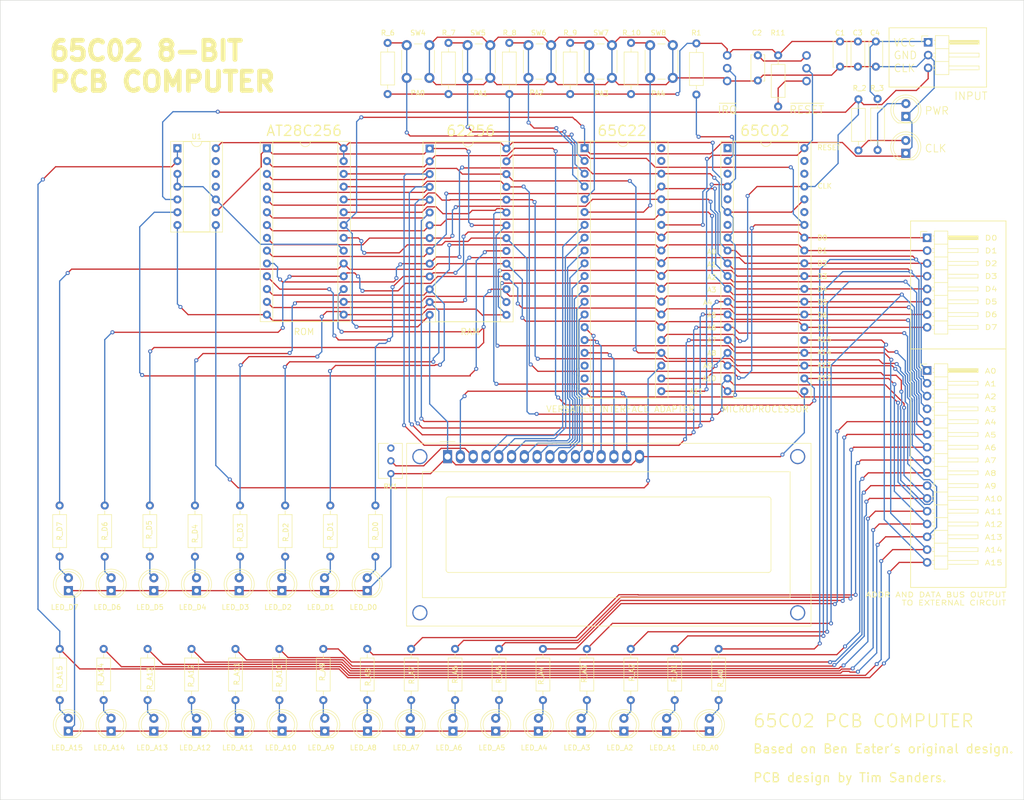
<source format=kicad_pcb>
(kicad_pcb (version 20211014) (generator pcbnew)
  (layers (0 "F.Cu" signal) (31 "B.Cu" signal) (34 "B.Paste" user) (35 "F.Paste" user) (36 "B.SilkS" user "B.Silkscreen") (37 "F.SilkS" user "F.Silkscreen") (38 "B.Mask" user) (39 "F.Mask" user) (44 "Edge.Cuts" user))
  (net 0 "")
  (net 1 "VCC")
  (net 2 "GND")
  (net 3 "Net-(C2-Pad1)")
  (net 4 "Net-(DS1-Pad3)")
  (net 5 "Net-(DS1-Pad4)")
  (net 6 "Net-(DS1-Pad5)")
  (net 7 "Net-(DS1-Pad6)")
  (net 8 "Net-(DS1-Pad7)")
  (net 9 "Net-(DS1-Pad8)")
  (net 10 "Net-(DS1-Pad9)")
  (net 11 "Net-(DS1-Pad10)")
  (net 12 "Net-(DS1-Pad11)")
  (net 13 "Net-(DS1-Pad12)")
  (net 14 "Net-(DS1-Pad13)")
  (net 15 "Net-(DS1-Pad14)")
  (net 16 "CLK")
  (net 17 "Net-(LED_2-Pad2)")
  (net 18 "Net-(LED_3-Pad2)")
  (net 19 "Net-(R1-Pad2)")
  (net 20 "RW*")
  (net 22 "A0")
  (net 23 "A1")
  (net 24 "A2")
  (net 25 "A3")
  (net 26 "A4")
  (net 27 "A5")
  (net 28 "A6")
  (net 29 "A7")
  (net 30 "A8")
  (net 31 "A9")
  (net 32 "A10")
  (net 33 "A11")
  (net 34 "A12")
  (net 35 "A13")
  (net 36 "A14")
  (net 37 "A15")
  (net 38 "D0")
  (net 39 "D1")
  (net 40 "D2")
  (net 41 "D3")
  (net 42 "D4")
  (net 43 "D5")
  (net 44 "D6")
  (net 45 "D7")
  (net 46 "RESET*")
  (net 47 "IRQ*")
  (net 48 "A15*")
  (net 49 "Net-(U1-Pad6)")
  (net 50 "Net-(U1-Pad8)")
  (net 51 "Net-(LED_A0-Pad2)")
  (net 52 "Net-(LED_A1-Pad2)")
  (net 53 "Net-(LED_A2-Pad2)")
  (net 54 "Net-(LED_A3-Pad2)")
  (net 55 "Net-(LED_A4-Pad2)")
  (net 56 "Net-(LED_A5-Pad2)")
  (net 57 "Net-(LED_A6-Pad2)")
  (net 58 "Net-(LED_A7-Pad2)")
  (net 59 "Net-(LED_A8-Pad2)")
  (net 60 "Net-(LED_A9-Pad2)")
  (net 61 "Net-(LED_A10-Pad2)")
  (net 62 "Net-(LED_A11-Pad2)")
  (net 63 "Net-(LED_A12-Pad2)")
  (net 64 "Net-(LED_A13-Pad2)")
  (net 65 "Net-(LED_A14-Pad2)")
  (net 66 "Net-(LED_A15-Pad2)")
  (net 67 "Net-(LED_D0-Pad2)")
  (net 68 "Net-(LED_D1-Pad2)")
  (net 69 "Net-(LED_D2-Pad2)")
  (net 70 "Net-(LED_D3-Pad2)")
  (net 71 "Net-(LED_D4-Pad2)")
  (net 72 "Net-(LED_D5-Pad2)")
  (net 73 "Net-(LED_D6-Pad2)")
  (net 74 "Net-(LED_D7-Pad2)")
  (net 75 "Net-(R11-Pad2)")
  (net 76 "Net-(R_6-Pad1)")
  (net 77 "Net-(R_7-Pad1)")
  (net 78 "Net-(R_8-Pad1)")
  (net 79 "Net-(R_9-Pad1)")
  (net 80 "Net-(R_10-Pad1)")
  (footprint "LED_THT:LED_D5.0mm" (layer "F.Cu") (at 176.14537 133.1468 90)
    (fp_text reference "LED_D2")
    (fp_text value "LED")
  )
  (footprint "Resistor_THT:R_Axial_DIN0207_L6.3mm_D2.5mm_P10.16mm_Horizontal" (layer "F.Cu") (at 245.413612 144.720526 -90)
    (fp_text reference "R_A2")
    (fp_text value "220")
  )
  (footprint "Display:WC1602A" (layer "F.Cu") (at 209.046 106.545756)
    (fp_text reference "DS1" hide)
    (fp_text value "WC1602A")
  )
  (footprint "Button_Switch_THT:SW_PUSH_6mm_H4.3mm" (layer "F.Cu") (at 237.17322 31.3678 90)
    (fp_text reference "SW7")
    (fp_text value "SW_Push")
  )
  (footprint "Resistor_THT:R_Axial_DIN0207_L6.3mm_D2.5mm_P10.16mm_Horizontal" (layer "F.Cu") (at 294.4114 35.5346 -90)
    (fp_text reference "R_3")
    (fp_text value "220")
  )
  (footprint "LED_THT:LED_D5.0mm" (layer "F.Cu") (at 227.080078 161.029943 90)
    (fp_text reference "LED_A4")
    (fp_text value "LED")
  )
  (footprint "Button_Switch_THT:SW_PUSH_6mm_H4.3mm" (layer "F.Cu") (at 225.09411 31.3678 90)
    (fp_text reference "SW6")
    (fp_text value "SW_Push")
  )
  (footprint "Resistor_THT:R_Axial_DIN0207_L6.3mm_D2.5mm_P10.16mm_Horizontal" (layer "F.Cu") (at 166.934296 144.720526 -90)
    (fp_text reference "R_A11")
    (fp_text value "220")
  )
  (footprint "Package_DIP:DIP-40_W15.24mm_Socket" (layer "F.Cu") (at 236.239406 45.307136)
    (fp_text reference "U_6522" hide)
    (fp_text value "W65C22SxP")
  )
  (footprint "Resistor_THT:R_Axial_DIN0207_L6.3mm_D2.5mm_P10.16mm_Horizontal" (layer "F.Cu") (at 193.094068 144.720526 -90)
    (fp_text reference "R_A8")
    (fp_text value "220")
  )
  (footprint "LED_THT:LED_D5.0mm" (layer "F.Cu") (at 244.04661 161.029943 90)
    (fp_text reference "LED_A2")
    (fp_text value "LED")
  )
  (footprint "Button_Switch_THT:SW_PUSH_6mm_H4.3mm" (layer "F.Cu") (at 213.015 31.3678 90)
    (fp_text reference "SW5")
    (fp_text value "SW_Push")
  )
  (footprint "LED_THT:LED_D5.0mm" (layer "F.Cu") (at 299.9994 46.335277 90)
    (fp_text reference "LED_2" hide)
    (fp_text value "LED")
  )
  (footprint "Resistor_THT:R_Axial_DIN0207_L6.3mm_D2.5mm_P10.16mm_Horizontal" (layer "F.Cu") (at 210.533916 144.720526 -90)
    (fp_text reference "R_A6")
    (fp_text value "220")
  )
  (footprint "Resistor_THT:R_Axial_DIN0207_L6.3mm_D2.5mm_P10.16mm_Horizontal" (layer "F.Cu") (at 185.761084 116.248372 -90)
    (fp_text reference "R_D1")
    (fp_text value "220")
  )
  (footprint "LED_THT:LED_D5.0mm" (layer "F.Cu") (at 218.596812 161.029943 90)
    (fp_text reference "LED_A5")
    (fp_text value "LED")
  )
  (footprint "Resistor_THT:R_Axial_DIN0207_L6.3mm_D2.5mm_P10.16mm_Horizontal" (layer "F.Cu") (at 274.666023 26.886685 -90)
    (fp_text reference "R11")
    (fp_text value "1K")
  )
  (footprint "LED_THT:LED_D5.0mm" (layer "F.Cu") (at 252.529876 161.029943 90)
    (fp_text reference "LED_A1")
    (fp_text value "LED")
  )
  (footprint "Capacitor_THT:C_Disc_D5.0mm_W2.5mm_P5.00mm" (layer "F.Cu") (at 290.502157 24.136266 -90)
    (fp_text reference "C3")
    (fp_text value "0.1u")
  )
  (footprint "Resistor_THT:R_Axial_DIN0207_L6.3mm_D2.5mm_P10.16mm_Horizontal" (layer "F.Cu") (at 219.25384 144.720526 -90)
    (fp_text reference "R_A5")
    (fp_text value "220")
  )
  (footprint "Resistor_THT:R_Axial_DIN0207_L6.3mm_D2.5mm_P10.16mm_Horizontal" (layer "F.Cu") (at 236.693688 144.720526 -90)
    (fp_text reference "R_A3")
    (fp_text value "220")
  )
  (footprint "Button_Switch_THT:SW_PUSH_6mm_H4.3mm" (layer "F.Cu") (at 249.252335 31.3678 90)
    (fp_text reference "SW8")
    (fp_text value "SW_Push")
  )
  (footprint "Resistor_THT:R_Axial_DIN0207_L6.3mm_D2.5mm_P10.16mm_Horizontal" (layer "F.Cu") (at 158.895142 116.248372 -90)
    (fp_text reference "R_D4")
    (fp_text value "220")
  )
  (footprint "LED_THT:LED_D5.0mm" (layer "F.Cu") (at 167.672656 133.1468 90)
    (fp_text reference "LED_D3")
    (fp_text value "LED")
  )
  (footprint "Resistor_THT:R_Axial_DIN0207_L6.3mm_D2.5mm_P10.16mm_Horizontal" (layer "F.Cu") (at 132.0292 116.248372 -90)
    (fp_text reference "R_D7")
    (fp_text value "220")
  )
  (footprint "LED_THT:LED_D5.0mm" (layer "F.Cu") (at 159.21395 161.029943 90)
    (fp_text reference "LED_A12")
    (fp_text value "LED")
  )
  (footprint "Button_Switch_THT:SW_SPDT_2" (layer "F.Cu") (at 275.220662 29.452085 90)
    (fp_text reference "SW1" hide)
    (fp_text value "SW_DPDT_x2")
  )
  (footprint "Resistor_THT:R_Axial_DIN0207_L6.3mm_D2.5mm_P10.16mm_Horizontal" (layer "F.Cu") (at 176.80577 116.248372 -90)
    (fp_text reference "R_D2")
    (fp_text value "220")
  )
  (footprint "LED_THT:LED_D5.0mm" (layer "F.Cu") (at 150.727228 133.1518 90)
    (fp_text reference "LED_D5")
    (fp_text value "LED")
  )
  (footprint "Resistor_THT:R_Axial_DIN0207_L6.3mm_D2.5mm_P10.16mm_Horizontal" (layer "F.Cu") (at 262.853472 144.720526 -90)
    (fp_text reference "R_A0")
    (fp_text value "220")
  )
  (footprint "Resistor_THT:R_Axial_DIN0207_L6.3mm_D2.5mm_P10.16mm_Horizontal" (layer "F.Cu") (at 175.65422 144.720526 -90)
    (fp_text reference "R_A10")
    (fp_text value "220")
  )
  (footprint "Potentiometer_THT:Potentiometer_Bourns_3266Y_Vertical" (layer "F.Cu") (at 197.7886 109.9312 -90)
    (fp_text reference "RV1")
    (fp_text value "R_Potentiometer")
  )
  (footprint "Resistor_THT:R_Axial_DIN0207_L6.3mm_D2.5mm_P10.16mm_Horizontal" (layer "F.Cu") (at 245.462775 24.4178 -90)
    (fp_text reference "R_10")
    (fp_text value "220")
  )
  (footprint "LED_THT:LED_D5.0mm" (layer "F.Cu") (at 210.113546 161.029943 90)
    (fp_text reference "LED_A6")
    (fp_text value "LED")
  )
  (footprint "Connector_PinHeader_2.54mm:PinHeader_1x08_P2.54mm_Horizontal" (layer "F.Cu") (at 304.237139 63.103523)
    (fp_text reference "J3" hide)
    (fp_text value "Conn_01x08_Male")
  )
  (footprint "Resistor_THT:R_Axial_DIN0207_L6.3mm_D2.5mm_P10.16mm_Horizontal" (layer "F.Cu") (at 194.7164 116.248372 -90)
    (fp_text reference "R_D0")
    (fp_text value "220")
  )
  (footprint "Resistor_THT:R_Axial_DIN0207_L6.3mm_D2.5mm_P10.16mm_Horizontal" (layer "F.Cu") (at 221.304555 24.4178 -90)
    (fp_text reference "R_8")
    (fp_text value "220")
  )
  (footprint "Package_DIP:DIP-14_W7.62mm_Socket" (layer "F.Cu") (at 155.412557 45.339)
    (fp_text reference "U1")
    (fp_text value "7400")
  )
  (footprint "LED_THT:LED_D5.0mm" (layer "F.Cu") (at 184.663748 161.029943 90)
    (fp_text reference "LED_A9")
    (fp_text value "LED")
  )
  (footprint "LED_THT:LED_D5.0mm" (layer "F.Cu") (at 133.764152 161.029943 90)
    (fp_text reference "LED_A15")
    (fp_text value "LED")
  )
  (footprint "Resistor_THT:R_Axial_DIN0207_L6.3mm_D2.5mm_P10.16mm_Horizontal" (layer "F.Cu") (at 197.146335 24.4178 -90)
    (fp_text reference "R_6")
    (fp_text value "220")
  )
  (footprint "Package_DIP:DIP-28_W15.24mm_Socket" (layer "F.Cu") (at 173.181721 45.342936)
    (fp_text reference "U_28256" hide)
    (fp_text value "28C256")
  )
  (footprint "Button_Switch_THT:SW_PUSH_6mm_H4.3mm" (layer "F.Cu") (at 200.93589 31.3678 90)
    (fp_text reference "SW4")
    (fp_text value "SW_Push")
  )
  (footprint "Resistor_THT:R_Axial_DIN0207_L6.3mm_D2.5mm_P10.16mm_Horizontal" (layer "F.Cu") (at 227.973764 144.720526 -90)
    (fp_text reference "R_A4")
    (fp_text value "220")
  )
  (footprint "Resistor_THT:R_Axial_DIN0207_L6.3mm_D2.5mm_P10.16mm_Horizontal" (layer "F.Cu") (at 201.813992 144.720526 -90)
    (fp_text reference "R_A7")
    (fp_text value "220")
  )
  (footprint "LED_THT:LED_D5.0mm" (layer "F.Cu") (at 235.563344 161.029943 90)
    (fp_text reference "LED_A3")
    (fp_text value "LED")
  )
  (footprint "LED_THT:LED_D5.0mm" (layer "F.Cu") (at 133.7818 133.1468 90)
    (fp_text reference "LED_D7")
    (fp_text value "LED")
  )
  (footprint "Package_DIP:DIP-40_W15.24mm_Socket" (layer "F.Cu") (at 264.62495 45.310203)
    (fp_text reference "U_6502" hide)
    (fp_text value "W65C02SxP")
  )
  (footprint "LED_THT:LED_D5.0mm" (layer "F.Cu") (at 193.0908 133.1468 90)
    (fp_text reference "LED_D0")
    (fp_text value "LED")
  )
  (footprint "Resistor_THT:R_Axial_DIN0207_L6.3mm_D2.5mm_P10.16mm_Horizontal" (layer "F.Cu") (at 258.43517 24.511 -90)
    (fp_text reference "R1")
    (fp_text value "220")
  )
  (footprint "LED_THT:LED_D5.0mm" (layer "F.Cu") (at 159.199942 133.1518 90)
    (fp_text reference "LED_D4")
    (fp_text value "LED")
  )
  (footprint "LED_THT:LED_D5.0mm" (layer "F.Cu") (at 193.147014 161.029943 90)
    (fp_text reference "LED_A8")
    (fp_text value "LED")
  )
  (footprint "Resistor_THT:R_Axial_DIN0207_L6.3mm_D2.5mm_P10.16mm_Horizontal" (layer "F.Cu") (at 149.939828 116.248372 -90)
    (fp_text reference "R_D5")
    (fp_text value "220")
  )
  (footprint "Resistor_THT:R_Axial_DIN0207_L6.3mm_D2.5mm_P10.16mm_Horizontal" (layer "F.Cu") (at 149.494448 144.720526 -90)
    (fp_text reference "R_A13")
    (fp_text value "220")
  )
  (footprint "Connector_PinHeader_2.54mm:PinHeader_1x03_P2.54mm_Horizontal" (layer "F.Cu") (at 304.4444 24.2974)
    (fp_text reference "J1" hide)
    (fp_text value "Conn_01x03_Male")
  )
  (footprint "LED_THT:LED_D5.0mm" (layer "F.Cu") (at 142.247418 161.029943 90)
    (fp_text reference "LED_A14")
    (fp_text value "LED")
  )
  (footprint "Resistor_THT:R_Axial_DIN0207_L6.3mm_D2.5mm_P10.16mm_Horizontal" (layer "F.Cu") (at 290.6014 35.6108 -90)
    (fp_text reference "R_2")
    (fp_text value "220")
  )
  (footprint "Capacitor_THT:C_Disc_D5.0mm_W2.5mm_P5.00mm" (layer "F.Cu") (at 286.946157 24.136266 -90)
    (fp_text reference "C1")
    (fp_text value "0.1u")
  )
  (footprint "LED_THT:LED_D5.0mm" (layer "F.Cu") (at 201.63028 161.029943 90)
    (fp_text reference "LED_A7")
    (fp_text value "LED")
  )
  (footprint "Capacitor_THT:C_Disc_D5.0mm_W2.5mm_P5.00mm" (layer "F.Cu") (at 294.058157 24.136266 -90)
    (fp_text reference "C4")
    (fp_text value "0.1u")
  )
  (footprint "LED_THT:LED_D5.0mm" (layer "F.Cu") (at 184.618084 133.1468 90)
    (fp_text reference "LED_D1")
    (fp_text value "LED")
  )
  (footprint "LED_THT:LED_D5.0mm" (layer "F.Cu") (at 142.254514 133.1468 90)
    (fp_text reference "LED_D6")
    (fp_text value "LED")
  )
  (footprint "Resistor_THT:R_Axial_DIN0207_L6.3mm_D2.5mm_P10.16mm_Horizontal" (layer "F.Cu") (at 132.0546 144.720526 -90)
    (fp_text reference "R_A15")
    (fp_text value "220")
  )
  (footprint "LED_THT:LED_D5.0mm" (layer "F.Cu") (at 167.697216 161.029943 90)
    (fp_text reference "LED_A11")
    (fp_text value "LED")
  )
  (footprint "Capacitor_THT:C_Disc_D5.0mm_W2.5mm_P5.00mm" (layer "F.Cu") (at 270.631787 26.875885 -90)
    (fp_text reference "C2")
    (fp_text value "0.1u")
  )
  (footprint "Resistor_THT:R_Axial_DIN0207_L6.3mm_D2.5mm_P10.16mm_Horizontal" (layer "F.Cu") (at 254.133536 144.720526 -90)
    (fp_text reference "R_A1")
    (fp_text value "220")
  )
  (footprint "Package_DIP:DIP-28_W15.24mm_Socket" (layer "F.Cu") (at 205.486621 45.383336)
    (fp_text reference "U_62256" hide)
    (fp_text value "CY62256-70PC")
  )
  (footprint "Button_Switch_THT:SW_SPDT_2" (layer "F.Cu") (at 269.628463 29.4386 -90)
    (fp_text reference "SW2" hide)
    (fp_text value "SW_DPDT_x2")
  )
  (footprint "Resistor_THT:R_Axial_DIN0207_L6.3mm_D2.5mm_P10.16mm_Horizontal" (layer "F.Cu") (at 209.225445 24.4178 -90)
    (fp_text reference "R_7")
    (fp_text value "220")
  )
  (footprint "Resistor_THT:R_Axial_DIN0207_L6.3mm_D2.5mm_P10.16mm_Horizontal" (layer "F.Cu") (at 140.774524 144.720526 -90)
    (fp_text reference "R_A14")
    (fp_text value "220")
  )
  (footprint "Resistor_THT:R_Axial_DIN0207_L6.3mm_D2.5mm_P10.16mm_Horizontal" (layer "F.Cu") (at 158.214372 144.720526 -90)
    (fp_text reference "R_A12")
    (fp_text value "220")
  )
  (footprint "Resistor_THT:R_Axial_DIN0207_L6.3mm_D2.5mm_P10.16mm_Horizontal" (layer "F.Cu") (at 233.383665 24.4178 -90)
    (fp_text reference "R_9")
    (fp_text value "220")
  )
  (footprint "Connector_PinHeader_2.54mm:PinHeader_1x16_P2.54mm_Horizontal" (layer "F.Cu") (at 304.237139 89.443323)
    (fp_text reference "J2" hide)
    (fp_text value "Conn_01x16_Male")
  )
  (footprint "Resistor_THT:R_Axial_DIN0207_L6.3mm_D2.5mm_P10.16mm_Horizontal" (layer "F.Cu") (at 167.850456 116.248372 -90)
    (fp_text reference "R_D3")
    (fp_text value "220")
  )
  (footprint "LED_THT:LED_D5.0mm" (layer "F.Cu") (at 300.0248 39.0144 90)
    (fp_text reference "LED_3" hide)
    (fp_text value "LED")
  )
  (footprint "LED_THT:LED_D5.0mm" (layer "F.Cu") (at 150.730684 161.029943 90)
    (fp_text reference "LED_A13")
    (fp_text value "LED")
  )
  (footprint "Resistor_THT:R_Axial_DIN0207_L6.3mm_D2.5mm_P10.16mm_Horizontal" (layer "F.Cu") (at 140.984514 116.248372 -90)
    (fp_text reference "R_D6")
    (fp_text value "220")
  )
  (footprint "LED_THT:LED_D5.0mm" (layer "F.Cu") (at 176.180482 161.029943 90)
    (fp_text reference "LED_A10")
    (fp_text value "LED")
  )
  (footprint "LED_THT:LED_D5.0mm" (layer "F.Cu") (at 261.013152 161.029943 90)
    (fp_text reference "LED_A0")
    (fp_text value "LED")
  )
  (footprint "Resistor_THT:R_Axial_DIN0207_L6.3mm_D2.5mm_P10.16mm_Horizontal" (layer "F.Cu") (at 184.374144 144.720526 -90)
    (fp_text reference "R_A9")
    (fp_text value "220")
  )
  (gr_line (start 296.683461 21.4122) (end 296.683461 33.1978) (layer "F.SilkS") (width 0.15))
  (gr_line (start 316.0268 21.4122) (end 316.0268 33.1978) (layer "F.SilkS") (width 0.15))
  (gr_line (start 319.8876 85.1662) (end 300.9646 85.1662) (layer "F.SilkS") (width 0.15))
  (gr_line (start 282.575 44.2214) (end 286.8168 44.2214) (layer "F.SilkS") (width 0.15))
  (gr_line (start 319.8876 59.7662) (end 300.9646 59.7662) (layer "F.SilkS") (width 0.15))
  (gr_line (start 296.683461 21.4122) (end 316.0268 21.4122) (layer "F.SilkS") (width 0.15))
  (gr_line (start 319.8876 59.7662) (end 319.8876 132.5118) (layer "F.SilkS") (width 0.15))
  (gr_line (start 296.683461 33.1978) (end 316.0268 33.1978) (layer "F.SilkS") (width 0.15))
  (gr_line (start 300.9646 59.7662) (end 300.9646 132.5118) (layer "F.SilkS") (width 0.15))
  (gr_line (start 277.1648 36.3982) (end 283.7434 36.3982) (layer "F.SilkS") (width 0.15))
  (gr_line (start 262.9916 36.3982) (end 266.3698 36.3982) (layer "F.SilkS") (width 0.15))
  (gr_line (start 319.8876 132.5118) (end 300.9646 132.5118) (layer "F.SilkS") (width 0.15))
  (gr_line (start 120.2436 174.6758) (end 323.4436 174.6758) (layer "Edge.Cuts") (width 0.1))
  (gr_line (start 323.4436 15.9512) (end 120.2436 15.9512) (layer "Edge.Cuts") (width 0.1))
  (gr_line (start 323.4436 174.6758) (end 323.4436 15.9512) (layer "Edge.Cuts") (width 0.1))
  (gr_line (start 120.2436 15.9512) (end 120.2436 174.6758) (layer "Edge.Cuts") (width 0.1))
  (gr_text "PWR" (at 303.6824 37.8968) (layer "F.SilkS") (effects (font (size 1.524 1.524)) (justify left)))
  (gr_text "INPUT" (at 309.533586 34.9758) (layer "F.SilkS") (effects (font (size 1.524 1.524)) (justify left)))
  (gr_text "A2" (at 260.477 70.9168) (layer "F.SilkS") (effects (font (size 1 1)) (justify left)))
  (gr_text "65C02" (at 272.034 41.8592) (layer "F.SilkS") (effects (font (size 2.032 2.032) (thickness 0.254))))
  (gr_text "ROM" (at 180.5432 81.7626) (layer "F.SilkS") (effects (font (size 1.27 1.27))))
  (gr_text "A4" (at 315.59759 99.706852) (layer "F.SilkS") (effects (font (size 1 1.27)) (justify left)))
  (gr_text "D1" (at 282.358349 65.651328) (layer "F.SilkS") (effects (font (size 1 1)) (justify left)))
  (gr_text "D1" (at 315.59759 65.677142) (layer "F.SilkS") (effects (font (size 1 1.27)) (justify left)))
  (gr_text "A10" (at 315.59759 114.92653) (layer "F.SilkS") (effects (font (size 1 1.27)) (justify left)))
  (gr_text "PA2" (at 226.7204 34.3154) (layer "F.SilkS") (effects (font (size 1 1))))
  (gr_text "D7" (at 315.59759 80.8736) (layer "F.SilkS") (effects (font (size 1 1.27)) (justify left)))
  (gr_text "A13" (at 315.59759 122.536369) (layer "F.SilkS") (effects (font (size 1 1.27)) (justify left)))
  (gr_text "A6" (at 315.59759 104.780078) (layer "F.SilkS") (effects (font (size 1 1.27)) (justify left)))
  (gr_text "PA1" (at 215.5952 34.4424) (layer "F.SilkS") (effects (font (size 1 1))))
  (gr_text "CLK" (at 297.503266 29.4386) (layer "F.SilkS") (effects (font (size 1.524 1.524)) (justify left)))
  (gr_text "A9" (at 315.59759 112.389917) (layer "F.SilkS") (effects (font (size 1 1.27)) (justify left)))
  (gr_text "A9" (at 259.693081 88.519) (layer "F.SilkS") (effects (font (size 1 1)) (justify left)))
  (gr_text "A7" (at 315.59759 107.316691) (layer "F.SilkS") (effects (font (size 1 1.27)) (justify left)))
  (gr_text "A5" (at 315.59759 102.243465) (layer "F.SilkS") (effects (font (size 1 1.27)) (justify left)))
  (gr_text "CLK" (at 282.3972 52.832) (layer "F.SilkS") (effects (font (size 1 1)) (justify left)))
  (gr_text "A2" (at 315.59759 94.633626) (layer "F.SilkS") (effects (font (size 1 1.27)) (justify left)))
  (gr_text "D4" (at 282.358349 73.324512) (layer "F.SilkS") (effects (font (size 1 1)) (justify left)))
  (gr_text "A4" (at 259.6896 75.946) (layer "F.SilkS") (effects (font (size 1 1)) (justify left)))
  (gr_text "D2" (at 315.59759 68.209884) (layer "F.SilkS") (effects (font (size 1 1.27)) (justify left)))
  (gr_text "A15" (at 282.358349 83.2866) (layer "F.SilkS") (effects (font (size 1 1)) (justify left)))
  (gr_text "D6" (at 315.59759 78.340852) (layer "F.SilkS") (effects (font (size 1 1.27)) (justify left)))
  (gr_text "D5" (at 315.59759 75.80811) (layer "F.SilkS") (effects (font (size 1 1.27)) (justify left)))
  (gr_text "A14" (at 282.358349 85.835066) (layer "F.SilkS") (effects (font (size 1 1)) (justify left)))
  (gr_text "D4" (at 315.59759 73.275368) (layer "F.SilkS") (effects (font (size 1 1.27)) (justify left)))
  (gr_text "A8" (at 315.59759 109.853304) (layer "F.SilkS") (effects (font (size 1 1.27)) (justify left)))
  (gr_text "AT28C256" (at 180.5686 41.8592) (layer "F.SilkS") (effects (font (size 2.032 2.032) (thickness 0.254))))
  (gr_text "A15" (at 315.59759 127.6096) (layer "F.SilkS") (effects (font (size 1 1.27)) (justify left)))
  (gr_text "A12" (at 315.59759 119.999756) (layer "F.SilkS") (effects (font (size 1 1.27)) (justify left)))
  (gr_text "A12" (at 282.358349 90.932) (layer "F.SilkS") (effects (font (size 1 1)) (justify left)))
  (gr_text "D3" (at 315.59759 70.742626) (layer "F.SilkS") (effects (font (size 1 1.27)) (justify left)))
  (gr_text "RESET" (at 282.3718 45.19149) (layer "F.SilkS") (effects (font (size 1 1)) (justify left)))
  (gr_text "65C02 PCB COMPUTER\n" (at 269.569631 159.004) (layer "F.SilkS") (effects (font (size 2.54 2.54) (thickness 0.254)) (justify left)))
  (gr_text "D0" (at 315.59759 63.1444) (layer "F.SilkS") (effects (font (size 1 1.27)) (justify left)))
  (gr_text "IRQ" (at 264.5918 37.714297) (layer "F.SilkS") (effects (font (size 1.524 1.524))))
  (gr_text "A10" (at 259.524619 91.0336) (layer "F.SilkS") (effects (font (size 1 1)) (justify left)))
  (gr_text "D2" (at 282.358349 68.209056) (layer "F.SilkS") (effects (font (size 1 1)) (justify left)))
  (gr_text "D0" (at 282.358349 63.0936) (layer "F.SilkS") (effects (font (size 1 1)) (justify left)))
  (gr_text "VCC" (at 297.503266 24.3586) (layer "F.SilkS") (effects (font (size 1.524 1.524)) (justify left)))
  (gr_text "PA3" (at 239.5982 34.4678) (layer "F.SilkS") (effects (font (size 1 1))))
  (gr_text "A7" (at 260.477 83.4898) (layer "F.SilkS") (effects (font (size 1 1)) (justify left)))
  (gr_text "A14" (at 315.59759 125.072982) (layer "F.SilkS") (effects (font (size 1 1.27)) (justify left)))
  (gr_text "A1" (at 260.477 68.4022) (layer "F.SilkS") (effects (font (size 1 1)) (justify left)))
  (gr_text "ADDR AND DATA BUS OUTPUT\nTO EXTERNAL CIRCUIT" (at 320.04 134.7724) (layer "F.SilkS") (effects (font (size 1 1.27)) (justify right)))
  (gr_text "Based on Ben Eater's original design.\n\nPCB design by Tim Sanders." (at 269.569631 167.4114) (layer "F.SilkS") (effects (font (size 1.778 1.778) (thickness 0.254)) (justify left)))
  (gr_text "D3" (at 282.358349 70.766784) (layer "F.SilkS") (effects (font (size 1 1)) (justify left)))
  (gr_text "A11" (at 256.949306 93.5482) (layer "F.SilkS") (effects (font (size 1 1)) (justify left)))
  (gr_text "A11" (at 315.59759 117.463143) (layer "F.SilkS") (effects (font (size 1 1.27)) (justify left)))
  (gr_text "65C22" (at 243.6876 41.8592) (layer "F.SilkS") (effects (font (size 2.032 2.032) (thickness 0.254))))
  (gr_text "PA4" (at 250.8758 34.4678) (layer "F.SilkS") (effects (font (size 1 1))))
  (gr_text "CLK" (at 303.6824 45.3644) (layer "F.SilkS") (effects (font (size 1.524 1.524)) (justify left)))
  (gr_text "62256" (at 213.6394 41.8592) (layer "F.SilkS") (effects (font (size 2.032 2.032) (thickness 0.254))))
  (gr_text "RESET" (at 280.3398 37.714297) (layer "F.SilkS") (effects (font (size 1.524 1.524))))
  (gr_text "MICROPROCESSOR" (at 272.097833 97.128661) (layer "F.SilkS") (effects (font (size 1.27 1.27))))
  (gr_text "GND\n" (at 297.503266 26.8732) (layer "F.SilkS") (effects (font (size 1.524 1.524)) (justify left)))
  (gr_text "A0" (at 260.477 65.8876) (layer "F.SilkS") (effects (font (size 1 1)) (justify left)))
  (gr_text "A3" (at 260.477 73.4314) (layer "F.SilkS") (effects (font (size 1 1)) (justify left)))
  (gr_text "A1" (at 315.59759 92.097013) (layer "F.SilkS") (effects (font (size 1 1.27)) (justify left)))
  (gr_text "65C02 8-BIT \nPCB COMPUTER" (at 129.5654 29.063749) (layer "F.SilkS") (effects (font (size 3.81 3.81) (thickness 0.9525)) (justify left)))
  (gr_text "D6" (at 282.358349 78.439968) (layer "F.SilkS") (effects (font (size 1 1)) (justify left)))
  (gr_text "A13" (at 282.358349 88.383532) (layer "F.SilkS") (effects (font (size 1 1)) (justify left)))
  (gr_text "A8" (at 260.477 86.0044) (layer "F.SilkS") (effects (font (size 1 1)) (justify left)))
  (gr_text "A5" (at 260.477 78.4606) (layer "F.SilkS") (effects (font (size 1 1)) (justify left)))
  (gr_text "D7" (at 282.358349 80.9977) (layer "F.SilkS") (effects (font (size 1 1)) (justify left)))
  (gr_text "A6" (at 260.477 80.9752) (layer "F.SilkS") (effects (font (size 1 1)) (justify left)))
  (gr_text "RAM" (at 213.5124 81.7626) (layer "F.SilkS") (effects (font (size 1.27 1.27))))
  (gr_text "VERSATILE INTERFACE ADAPTER" (at 243.3828 97.128661) (layer "F.SilkS") (effects (font (size 1.27 1.27))))
  (gr_text "PA0" (at 203.1238 34.3662) (layer "F.SilkS") (effects (font (size 1 1))))
  (gr_text "A3" (at 315.59759 97.170239) (layer "F.SilkS") (effects (font (size 1 1.27)) (justify left)))
  (gr_text "D5" (at 282.358349 75.88224) (layer "F.SilkS") (effects (font (size 1 1)) (justify left)))
  (gr_text "A0" (at 315.59759 89.5604) (layer "F.SilkS") (effects (font (size 1 1.27)) (justify left)))
  (segment (start 254.652 34.5778) (end 254.6604 34.5694) (width 0.25) (layer "F.Cu") (net 1))
  (segment (start 290.502157 24.136266) (end 286.946157 24.136266) (width 0.25) (layer "F.Cu") (net 1))
  (segment (start 264.548463 25.610663) (end 264.548463 26.8986) (width 0.25) (layer "F.Cu") (net 1))
  (segment (start 163.032557 45.339) (end 164.153621 44.217936) (width 0.25) (layer "F.Cu") (net 1))
  (segment (start 209.225445 34.5778) (end 221.304555 34.5778) (width 0.25) (layer "F.Cu") (net 1))
  (segment (start 277.32495 58.010203) (end 264.62495 58.010203) (width 0.25) (layer "F.Cu") (net 1))
  (segment (start 219.601621 44.258336) (end 220.726621 45.383336) (width 0.25) (layer "F.Cu") (net 1))
  (segment (start 221.304555 34.5778) (end 233.383665 34.5778) (width 0.25) (layer "F.Cu") (net 1))
  (segment (start 236.239406 93.567136) (end 213.061664 93.567136) (width 0.25) (layer "F.Cu") (net 1))
  (segment (start 213.061664 93.567136) (end 212.1662 94.4626) (width 0.25) (layer "F.Cu") (net 1))
  (segment (start 245.462775 34.5778) (end 254.652 34.5778) (width 0.25) (layer "F.Cu") (net 1))
  (segment (start 264.548463 26.8986) (end 265.696178 25.750885) (width 0.25) (layer "F.Cu") (net 1))
  (segment (start 263.4488 24.511) (end 264.548463 25.610663) (width 0.25) (layer "F.Cu") (net 1))
  (segment (start 277.416442 24.136266) (end 286.946157 24.136266) (width 0.25) (layer "F.Cu") (net 1))
  (segment (start 164.153621 44.217936) (end 187.296721 44.217936) (width 0.25) (layer "F.Cu") (net 1))
  (segment (start 279.86495 55.470203) (end 277.32495 58.010203) (width 0.25) (layer "F.Cu") (net 1))
  (segment (start 265.696178 25.750885) (end 273.530223 25.750885) (width 0.25) (layer "F.Cu") (net 1))
  (segment (start 265.7153 94.695203) (end 266.1158 94.294703) (width 0.25) (layer "F.Cu") (net 1))
  (segment (start 189.506321 44.258336) (end 219.601621 44.258336) (width 0.25) (layer "F.Cu") (net 1))
  (segment (start 212.1662 94.4626) (end 212.2424 94.5388) (width 0.25) (layer "F.Cu") (net 1))
  (segment (start 294.058157 24.136266) (end 290.502157 24.136266) (width 0.25) (layer "F.Cu") (net 1))
  (segment (start 274.666023 26.886685) (end 277.416442 24.136266) (width 0.25) (layer "F.Cu") (net 1))
  (segment (start 236.239406 93.567136) (end 237.367473 94.695203) (width 0.25) (layer "F.Cu") (net 1))
  (segment (start 187.296721 44.217936) (end 188.421721 45.342936) (width 0.25) (layer "F.Cu") (net 1))
  (segment (start 197.146335 34.5778) (end 209.225445 34.5778) (width 0.25) (layer "F.Cu") (net 1))
  (segment (start 243.8146 93.98) (end 243.401736 93.567136) (width 0.25) (layer "F.Cu") (net 1))
  (segment (start 273.530223 25.750885) (end 274.666023 26.886685) (width 0.25) (layer "F.Cu") (net 1))
  (segment (start 188.421721 45.342936) (end 189.506321 44.258336) (width 0.25) (layer "F.Cu") (net 1))
  (segment (start 243.401736 93.567136) (end 236.239406 93.567136) (width 0.25) (layer "F.Cu") (net 1))
  (segment (start 233.383665 34.5778) (end 245.462775 34.5778) (width 0.25) (layer "F.Cu") (net 1))
  (segment (start 220.726621 45.383336) (end 221.927821 44.182136) (width 0.25) (layer "F.Cu") (net 1))
  (segment (start 261.621613 44.182136) (end 261.6708 44.231323) (width 0.25) (layer "F.Cu") (net 1))
  (segment (start 258.43517 24.511) (end 263.4488 24.511) (width 0.25) (layer "F.Cu") (net 1))
  (segment (start 221.927821 44.182136) (end 261.621613 44.182136) (width 0.25) (layer "F.Cu") (net 1))
  (segment (start 212.2424 94.5388) (end 212.4202 94.5388) (width 0.25) (layer "F.Cu") (net 1))
  (segment (start 237.367473 94.695203) (end 265.7153 94.695203) (width 0.25) (layer "F.Cu") (net 1))
  (via (at 212.4202 94.5388) (size 0.8) (drill 0.4) (layers "F.Cu" "B.Cu") (net 1))
  (via (at 254.6604 34.5694) (size 0.8) (drill 0.4) (layers "F.Cu" "B.Cu") (net 1))
  (via (at 243.8146 93.98) (size 0.8) (drill 0.4) (layers "F.Cu" "B.Cu") (net 1))
  (via (at 261.6708 44.231323) (size 0.8) (drill 0.4) (layers "F.Cu" "B.Cu") (net 1))
  (via (at 266.1158 94.294703) (size 0.8) (drill 0.4) (layers "F.Cu" "B.Cu") (net 1))
  (segment (start 292.933157 34.056357) (end 292.933157 25.261266) (width 0.25) (layer "B.Cu") (net 1))
  (segment (start 212.4202 94.5388) (end 211.586 95.373) (width 0.25) (layer "B.Cu") (net 1))
  (segment (start 261.6708 49.640143) (end 263.408002 51.377345) (width 0.25) (layer "B.Cu") (net 1))
  (segment (start 244.606 106.545756) (end 244.606 94.7714) (width 0.25) (layer "B.Cu") (net 1))
  (segment (start 211.586 95.373) (end 211.586 106.545756) (width 0.25) (layer "B.Cu") (net 1))
  (segment (start 221.304555 44.805402) (end 220.726621 45.383336) (width 0.25) (layer "B.Cu") (net 1))
  (segment (start 188.421721 45.342936) (end 188.421721 47.882936) (width 0.25) (layer "B.Cu") (net 1))
  (segment (start 264.62495 58.010203) (end 265.74995 59.135203) (width 0.25) (layer "B.Cu") (net 1))
  (segment (start 266.1158 64.581053) (end 266.1158 94.294703) (width 0.25) (layer "B.Cu") (net 1))
  (segment (start 294.058157 24.136266) (end 304.283266 24.136266) (width 0.25) (layer "B.Cu") (net 1))
  (segment (start 265.74995 59.135203) (end 265.74995 61.965203) (width 0.25) (layer "B.Cu") (net 1))
  (segment (start 263.408002 51.377345) (end 263.408002 56.793255) (width 0.25) (layer "B.Cu") (net 1))
  (segment (start 254.6604 34.5694) (end 255.14595 34.08385) (width 0.25) (layer "B.Cu") (net 1))
  (segment (start 294.4114 35.5346) (end 292.933157 34.056357) (width 0.25) (layer "B.Cu") (net 1))
  (segment (start 292.933157 25.261266) (end 294.058157 24.136266) (width 0.25) (layer "B.Cu") (net 1))
  (segment (start 221.304555 34.5778) (end 221.304555 44.805402) (width 0.25) (layer "B.Cu") (net 1))
  (segment (start 261.6708 44.231323) (end 261.6708 49.640143) (width 0.25) (layer "B.Cu") (net 1))
  (segment (start 264.62495 63.090203) (end 266.1158 64.581053) (width 0.25) (layer "B.Cu") (net 1))
  (segment (start 244.606 94.7714) (end 243.8146 93.98) (width 0.25) (layer "B.Cu") (net 1))
  (segment (start 255.14595 34.08385) (end 255.14595 25.98125) (width 0.25) (layer "B.Cu") (net 1))
  (segment (start 265.74995 61.965203) (end 264.62495 63.090203) (width 0.25) (layer "B.Cu") (net 1))
  (segment (start 256.6162 24.511) (end 258.43517 24.511) (width 0.25) (layer "B.Cu") (net 1))
  (segment (start 255.14595 25.98125) (end 256.6162 24.511) (width 0.25) (layer "B.Cu") (net 1))
  (segment (start 263.408002 56.793255) (end 264.62495 58.010203) (width 0.25) (layer "B.Cu") (net 1))
  (segment (start 193.147014 161.029943) (end 201.63028 161.029943) (width 0.25) (layer "F.Cu") (net 2))
  (segment (start 235.563344 161.029943) (end 244.04661 161.029943) (width 0.25) (layer "F.Cu") (net 2))
  (segment (start 244.04661 161.029943) (end 252.529876 161.029943) (width 0.25) (layer "F.Cu") (net 2))
  (segment (start 133.7818 133.1468) (end 142.254514 133.1468) (width 0.25) (layer "F.Cu") (net 2))
  (segment (start 167.697216 161.029943) (end 159.21395 161.029943) (width 0.25) (layer "F.Cu") (net 2))
  (segment (start 261.253017 46.432136) (end 263.49995 44.185203) (width 0.25) (layer "F.Cu") (net 2))
  (segment (start 290.502157 29.136266) (end 286.946157 29.136266) (width 0.25) (layer "F.Cu") (net 2))
  (segment (start 205.43589 24.8678) (end 207.01089 23.2928) (width 0.25) (layer "F.Cu") (net 2))
  (segment (start 231.16911 23.2928) (end 240.09822 23.2928) (width 0.25) (layer "F.Cu") (net 2))
  (segment (start 142.247418 161.029943) (end 150.730684 161.029943) (width 0.25) (layer "F.Cu") (net 2))
  (segment (start 253.752335 31.3678) (end 263.937663 31.3678) (width 0.25) (layer "F.Cu") (net 2))
  (segment (start 263.937663 31.3678) (end 264.548463 31.9786) (width 0.25) (layer "F.Cu") (net 2))
  (segment (start 245.521 108.170756) (end 247.146 106.545756) (width 0.25) (layer "F.Cu") (net 2))
  (segment (start 241.67322 31.3678) (end 242.99822 32.6928) (width 0.25) (layer "F.Cu") (net 2))
  (segment (start 207.01089 23.2928) (end 215.94 23.2928) (width 0.25) (layer "F.Cu") (net 2))
  (segment (start 230.91911 32.6928) (end 240.34822 32.6928) (width 0.25) (layer "F.Cu") (net 2))
  (segment (start 270.631787 31.875885) (end 271.690587 30.817085) (width 0.25) (layer "F.Cu") (net 2))
  (segment (start 209.046 106.545756) (end 210.671 108.170756) (width 0.25) (layer "F.Cu") (net 2))
  (segment (start 167.697216 161.029943) (end 176.180482 161.029943) (width 0.25) (layer "F.Cu") (net 2))
  (segment (start 150.727228 133.1518) (end 159.199942 133.1518) (width 0.25) (layer "F.Cu") (net 2))
  (segment (start 204.400057 79.4899) (end 174.308685 79.4899) (width 0.25) (layer "F.Cu") (net 2))
  (segment (start 263.49995 44.185203) (end 287.415603 44.185203) (width 0.25) (layer "F.Cu") (net 2))
  (segment (start 236.239406 45.307136) (end 237.364406 46.432136) (width 0.25) (layer "F.Cu") (net 2))
  (segment (start 167.672656 133.1468) (end 176.14537 133.1468) (width 0.25) (layer "F.Cu") (net 2))
  (segment (start 197.7886 109.9312) (end 205.660556 109.9312) (width 0.25) (layer "F.Cu") (net 2))
  (segment (start 150.730684 161.029943) (end 159.21395 161.029943) (width 0.25) (layer "F.Cu") (net 2))
  (segment (start 216.19 32.6928) (end 217.515 31.3678) (width 0.25) (layer "F.Cu") (net 2))
  (segment (start 156.0068 76.835) (end 157.534736 78.362936) (width 0.25) (layer "F.Cu") (net 2))
  (segment (start 252.529876 161.029943) (end 261.013152 161.029943) (width 0.25) (layer "F.Cu") (net 2))
  (segment (start 240.34822 32.6928) (end 241.67322 31.3678) (width 0.25) (layer "F.Cu") (net 2))
  (segment (start 252.427335 32.6928) (end 253.752335 31.3678) (width 0.25) (layer "F.Cu") (net 2))
  (segment (start 174.308685 79.4899) (end 173.181721 78.362936) (width 0.25) (layer "F.Cu") (net 2))
  (segment (start 234.3658 39.6494) (end 234.315 39.6494) (width 0.25) (layer "F.Cu") (net 2))
  (segment (start 205.486621 78.403336) (end 204.400057 79.4899) (width 0.25) (layer "F.Cu") (net 2))
  (segment (start 218.596812 161.029943) (end 227.080078 161.029943) (width 0.25) (layer "F.Cu") (net 2))
  (segment (start 237.364406 46.432136) (end 261.253017 46.432136) (width 0.25) (layer "F.Cu") (net 2))
  (segment (start 234.4166 39.6494) (end 234.3658 39.6494) (width 0.25) (layer "F.Cu") (net 2))
  (segment (start 217.515 31.3678) (end 218.84 32.6928) (width 0.25) (layer "F.Cu") (net 2))
  (segment (start 176.180482 161.029943) (end 184.663748 161.029943) (width 0.25) (layer "F.Cu") (net 2))
  (segment (start 233.934 39.2684) (end 233.8578 39.1922) (width 0.25) (layer "F.Cu") (net 2))
  (segment (start 229.59411 31.3678) (end 230.91911 32.6928) (width 0.25) (layer "F.Cu") (net 2))
  (segment (start 294.058157 29.136266) (end 290.502157 29.136266) (width 0.25) (layer "F.Cu") (net 2))
  (segment (start 203.117957 80.772) (end 190.9572 80.772) (width 0.25) (layer "F.Cu") (net 2))
  (segment (start 242.99822 32.6928) (end 252.427335 32.6928) (width 0.25) (layer "F.Cu") (net 2))
  (segment (start 217.515 24.8678) (end 219.09 23.2928) (width 0.25) (layer "F.Cu") (net 2))
  (segment (start 205.660556 109.9312) (end 209.046 106.545756) (width 0.25) (layer "F.Cu") (net 2))
  (segment (start 290.1262 46.8958) (end 299.438877 46.8958) (width 0.25) (layer "F.Cu") (net 2))
  (segment (start 206.76089 32.6928) (end 216.19 32.6928) (width 0.25) (layer "F.Cu") (net 2))
  (segment (start 215.94 23.2928) (end 217.515 24.8678) (width 0.25) (layer "F.Cu") (net 2))
  (segment (start 142.254514 133.1468) (end 150.722228 133.1468) (width 0.25) (layer "F.Cu") (net 2))
  (segment (start 201.63028 161.029943) (end 210.113546 161.029943) (width 0.25) (layer "F.Cu") (net 2))
  (segment (start 176.14537 133.1468) (end 184.618084 133.1468) (width 0.25) (layer "F.Cu") (net 2))
  (segment (start 184.663748 161.029943) (end 193.147014 161.029943) (width 0.25) (layer "F.Cu") (net 2))
  (segment (start 133.764152 161.029943) (end 142.247418 161.029943) (width 0.25) (layer "F.Cu") (net 2))
  (segment (start 210.671 108.170756) (end 245.521 108.170756) (width 0.25) (layer "F.Cu") (net 2))
  (segment (start 271.690587 30.817085) (end 285.265338 30.817085) (width 0.25) (layer "F.Cu") (net 2))
  (segment (start 243.24822 23.2928) (end 252.177335 23.2928) (width 0.25) (layer "F.Cu") (net 2))
  (segment (start 191.9224 39.1922) (end 233.8578 39.1922) (width 0.25) (layer "F.Cu") (net 2))
  (segment (start 264.548463 31.9786) (end 270.529072 31.9786) (width 0.25) (layer "F.Cu") (net 2))
  (segment (start 205.486621 78.403336) (end 203.117957 80.772) (width 0.25) (layer "F.Cu") (net 2))
  (segment (start 184.618084 133.1468) (end 193.0908 133.1468) (width 0.25) (layer "F.Cu") (net 2))
  (segment (start 275.119411 106.545756) (end 275.514593 106.150574) (width 0.25) (layer "F.Cu") (net 2))
  (segment (start 241.67322 24.8678) (end 243.24822 23.2928) (width 0.25) (layer "F.Cu") (net 2))
  (segment (start 159.199942 133.1518) (end 167.667656 133.1518) (width 0.25) (layer "F.Cu") (net 2))
  (segment (start 235.8136 41.0464) (end 234.4166 39.6494) (width 0.25) (layer "F.Cu") (net 2))
  (segment (start 218.84 32.6928) (end 228.26911 32.6928) (width 0.25) (layer "F.Cu") (net 2))
  (segment (start 240.09822 23.2928) (end 241.67322 24.8678) (width 0.25) (layer "F.Cu") (net 2))
  (segment (start 228.01911 23.2928) (end 229.59411 24.8678) (width 0.25) (layer "F.Cu") (net 2))
  (segment (start 205.43589 31.3678) (end 206.76089 32.6928) (width 0.25) (layer "F.Cu") (net 2))
  (segment (start 219.09 23.2928) (end 228.01911 23.2928) (width 0.25) (layer "F.Cu") (net 2))
  (segment (start 229.59411 24.8678) (end 231.16911 23.2928) (width 0.25) (layer "F.Cu") (net 2))
  (segment (start 252.177335 23.2928) (end 253.752335 24.8678) (width 0.25) (layer "F.Cu") (net 2))
  (segment (start 285.265338 30.817085) (end 286.946157 29.136266) (width 0.25) (layer "F.Cu") (net 2))
  (segment (start 228.26911 32.6928) (end 229.59411 31.3678) (width 0.25) (layer "F.Cu") (net 2))
  (segment (start 227.080078 161.029943) (end 235.563344 161.029943) (width 0.25) (layer "F.Cu") (net 2))
  (segment (start 157.534736 78.362936) (end 173.181721 78.362936) (width 0.25) (layer "F.Cu") (net 2))
  (segment (start 287.415603 44.185203) (end 290.1262 46.8958) (width 0.25) (layer "F.Cu") (net 2))
  (segment (start 210.113546 161.029943) (end 218.596812 161.029943) (width 0.25) (layer "F.Cu") (net 2))
  (segment (start 247.146 106.545756) (end 275.119411 106.545756) (width 0.25) (layer "F.Cu") (net 2))
  (segment (start 234.315 39.6494) (end 233.934 39.2684) (width 0.25) (layer "F.Cu") (net 2))
  (via (at 190.9572 80.772) (size 0.8) (drill 0.4) (layers "F.Cu" "B.Cu") (net 2))
  (via (at 235.8136 41.0464) (size 0.8) (drill 0.4) (layers "F.Cu" "B.Cu") (net 2))
  (via (at 156.0068 76.835) (size 0.8) (drill 0.4) (layers "F.Cu" "B.Cu") (net 2))
  (via (at 191.9224 39.1922) (size 0.8) (drill 0.4) (layers "F.Cu" "B.Cu") (net 2))
  (via (at 275.514593 106.150574) (size 0.8) (drill 0.4) (layers "F.Cu" "B.Cu") (net 2))
  (segment (start 190.119 62.280215) (end 190.119 79.9338) (width 0.25) (layer "B.Cu") (net 2))
  (segment (start 155.412557 60.579) (end 155.412557 76.240757) (width 0.25) (layer "B.Cu") (net 2))
  (segment (start 155.412557 76.240757) (end 156.0068 76.835) (width 0.25) (layer "B.Cu") (net 2))
  (segment (start 205.486621 78.403336) (end 205.486621 96.088821) (width 0.25) (layer "B.Cu") (net 2))
  (segment (start 305.6382 28.0312) (end 304.4444 26.8374) (width 0.25) (layer "B.Cu") (net 2))
  (segment (start 209.046 99.6482) (end 209.046 106.545756) (width 0.25) (layer "B.Cu") (net 2))
  (segment (start 299.9994 46.335277) (end 301.2244 45.110277) (width 0.25) (layer "B.Cu") (net 2))
  (segment (start 294.058157 29.136266) (end 302.145534 29.136266) (width 0.25) (layer "B.Cu") (net 2))
  (segment (start 191.9224 39.1922) (end 191.850823 39.1922) (width 0.25) (layer "B.Cu") (net 2))
  (segment (start 253.752335 24.8678) (end 253.752335 31.3678) (width 0.25) (layer "B.Cu") (net 2))
  (segment (start 205.43589 24.8678) (end 205.43589 31.3678) (width 0.25) (layer "B.Cu") (net 2))
  (segment (start 197.7886 128.449) (end 193.0908 133.1468) (width 0.25) (layer "B.Cu") (net 2))
  (segment (start 301.2244 40.214) (end 300.0248 39.0144) (width 0.25) (layer "B.Cu") (net 2))
  (segment (start 305.6382 33.401) (end 305.6382 28.0312) (width 0.25) (layer "B.Cu") (net 2))
  (segment (start 301.2244 45.110277) (end 301.2244 40.214) (width 0.25) (layer "B.Cu") (net 2))
  (segment (start 236.239406 45.307136) (end 236.239406 41.472206) (width 0.25) (layer "B.Cu") (net 2))
  (segment (start 275.514593 106.150574) (end 279.86495 101.800217) (width 0.25) (layer "B.Cu") (net 2))
  (segment (start 190.9826 58.022057) (end 188.421721 60.582936) (width 0.25) (layer "B.Cu") (net 2))
  (segment (start 133.7818 133.1468) (end 134.989152 134.354152) (width 0.25) (layer "B.Cu") (net 2))
  (segment (start 191.850823 39.1922) (end 190.9826 40.060423) (width 0.25) (layer "B.Cu") (net 2))
  (segment (start 134.989152 134.354152) (end 134.989152 159.804943) (width 0.25) (layer "B.Cu") (net 2))
  (segment (start 205.486621 96.088821) (end 209.046 99.6482) (width 0.25) (layer "B.Cu") (net 2))
  (segment (start 300.0248 39.0144) (end 305.6382 33.401) (width 0.25) (layer "B.Cu") (net 2))
  (segment (start 241.67322 24.8678) (end 241.67322 31.3678) (width 0.25) (layer "B.Cu") (net 2))
  (segment (start 190.9826 40.060423) (end 190.9826 58.022057) (width 0.25) (layer "B.Cu") (net 2))
  (segment (start 190.119 79.9338) (end 190.9572 80.772) (width 0.25) (layer "B.Cu") (net 2))
  (segment (start 197.7886 109.9312) (end 197.7886 128.449) (width 0.25) (layer "B.Cu") (net 2))
  (segment (start 188.421721 60.582936) (end 190.119 62.280215) (width 0.25) (layer "B.Cu") (net 2))
  (segment (start 134.989152 159.804943) (end 133.764152 161.029943) (width 0.25) (layer "B.Cu") (net 2))
  (segment (start 279.86495 101.800217) (end 279.86495 93.570203) (width 0.25) (layer "B.Cu") (net 2))
  (segment (start 236.239406 41.472206) (end 235.8136 41.0464) (width 0.25) (layer "B.Cu") (net 2))
  (segment (start 302.145534 29.136266) (end 304.4444 26.8374) (width 0.25) (layer "B.Cu") (net 2))
  (segment (start 217.515 24.8678) (end 217.515 31.3678) (width 0.25) (layer "B.Cu") (net 2))
  (segment (start 229.59411 24.8678) (end 229.59411 31.3678) (width 0.25) (layer "B.Cu") (net 2))
  (segment (start 279.201062 28.011685) (end 280.300662 26.912085) (width 0.25) (layer "F.Cu") (net 3))
  (segment (start 271.767587 28.011685) (end 279.201062 28.011685) (width 0.25) (layer "F.Cu") (net 3))
  (segment (start 270.631787 26.875885) (end 271.767587 28.011685) (width 0.25) (layer "F.Cu") (net 3))
  (segment (start 197.7886 107.3912) (end 198.768156 108.370756) (width 0.25) (layer "F.Cu") (net 4))
  (segment (start 212.482244 104.902) (end 214.126 106.545756) (width 0.25) (layer "F.Cu") (net 4))
  (segment (start 204.30284 108.370756) (end 207.771596 104.902) (width 0.25) (layer "F.Cu") (net 4))
  (segment (start 207.771596 104.902) (end 212.482244 104.902) (width 0.25) (layer "F.Cu") (net 4))
  (segment (start 198.768156 108.370756) (end 204.30284 108.370756) (width 0.25) (layer "F.Cu") (net 4))
  (segment (start 220.849756 102.362) (end 230.1494 102.362) (width 0.25) (layer "B.Cu") (net 5))
  (segment (start 216.666 106.545756) (end 220.849756 102.362) (width 0.25) (layer "B.Cu") (net 5))
  (segment (start 231.902 100.6094) (end 231.902 64.884542) (width 0.25) (layer "B.Cu") (net 5))
  (segment (start 231.902 64.884542) (end 236.239406 60.547136) (width 0.25) (layer "B.Cu") (net 5))
  (segment (start 230.1494 102.362) (end 231.902 100.6094) (width 0.25) (layer "B.Cu") (net 5))
  (segment (start 222.387855 102.963901) (end 230.310189 102.963901) (width 0.25) (layer "B.Cu") (net 6))
  (segment (start 232.4174 95.150261) (end 232.4174 66.909142) (width 0.25) (layer "B.Cu") (net 6))
  (segment (start 219.206 106.145756) (end 222.387855 102.963901) (width 0.25) (layer "B.Cu") (net 6))
  (segment (start 232.4862 95.219061) (end 232.4174 95.150261) (width 0.25) (layer "B.Cu") (net 6))
  (segment (start 232.4174 66.909142) (end 236.239406 63.087136) (width 0.25) (layer "B.Cu") (net 6))
  (segment (start 230.310189 102.963901) (end 232.4862 100.78789) (width 0.25) (layer "B.Cu") (net 6))
  (segment (start 232.4862 100.78789) (end 232.4862 95.219061) (width 0.25) (layer "B.Cu") (net 6))
  (segment (start 233.291301 102.903099) (end 233.291301 95.388472) (width 0.25) (layer "B.Cu") (net 7))
  (segment (start 232.866901 68.999641) (end 236.239406 65.627136) (width 0.25) (layer "B.Cu") (net 7))
  (segment (start 229.632778 103.438802) (end 229.658178 103.413402) (width 0.25) (layer "B.Cu") (net 7))
  (segment (start 228.862622 103.413402) (end 228.888022 103.438802) (width 0.25) (layer "B.Cu") (net 7))
  (segment (start 230.50638 103.4034) (end 232.791 103.4034) (width 0.25) (layer "B.Cu") (net 7))
  (segment (start 232.866901 94.964072) (end 232.866901 68.999641) (width 0.25) (layer "B.Cu") (net 7))
  (segment (start 221.746 106.145756) (end 224.478354 103.413402) (width 0.25) (layer "B.Cu") (net 7))
  (segment (start 230.496378 103.413402) (end 230.50638 103.4034) (width 0.25) (layer "B.Cu") (net 7))
  (segment (start 229.658178 103.413402) (end 230.496378 103.413402) (width 0.25) (layer "B.Cu") (net 7))
  (segment (start 228.888022 103.438802) (end 229.632778 103.438802) (width 0.25) (layer "B.Cu") (net 7))
  (segment (start 224.478354 103.413402) (end 228.862622 103.413402) (width 0.25) (layer "B.Cu") (net 7))
  (segment (start 233.291301 95.388472) (end 232.866901 94.964072) (width 0.25) (layer "B.Cu") (net 7))
  (segment (start 232.791 103.4034) (end 233.291301 102.903099) (width 0.25) (layer "B.Cu") (net 7))
  (segment (start 230.682567 103.862903) (end 230.692569 103.852901) (width 0.25) (layer "B.Cu") (net 8))
  (segment (start 232.977189 103.852901) (end 233.893202 102.936888) (width 0.25) (layer "B.Cu") (net 8))
  (segment (start 233.316402 94.777883) (end 233.316402 92.356389) (width 0.25) (layer "B.Cu") (net 8))
  (segment (start 233.3244 92.348391) (end 233.3244 92.245881) (width 0.25) (layer "B.Cu") (net 8))
  (segment (start 230.692569 103.852901) (end 232.977189 103.852901) (width 0.25) (layer "B.Cu") (net 8))
  (segment (start 229.818967 103.888303) (end 229.844367 103.862903) (width 0.25) (layer "B.Cu") (net 8))
  (segment (start 224.286 106.545756) (end 226.943453 103.888303) (width 0.25) (layer "B.Cu") (net 8))
  (segment (start 229.844367 103.862903) (end 230.682567 103.862903) (width 0.25) (layer "B.Cu") (net 8))
  (segment (start 226.943453 103.888303) (end 229.818967 103.888303) (width 0.25) (layer "B.Cu") (net 8))
  (segment (start 233.893202 102.936888) (end 233.893202 95.354683) (width 0.25) (layer "B.Cu") (net 8))
  (segment (start 233.316402 71.09014) (end 236.239406 68.167136) (width 0.25) (layer "B.Cu") (net 8))
  (segment (start 233.316402 92.237883) (end 233.316402 71.09014) (width 0.25) (layer "B.Cu") (net 8))
  (segment (start 233.893202 95.354683) (end 233.316402 94.777883) (width 0.25) (layer "B.Cu") (net 8))
  (segment (start 233.316402 92.356389) (end 233.3244 92.348391) (width 0.25) (layer "B.Cu") (net 8))
  (segment (start 233.3244 92.245881) (end 233.316402 92.237883) (width 0.25) (layer "B.Cu") (net 8))
  (segment (start 226.826 106.545756) (end 229.033952 104.337804) (width 0.25) (layer "B.Cu") (net 9))
  (segment (start 234.342703 95.168494) (end 233.765903 94.591694) (width 0.25) (layer "B.Cu") (net 9))
  (segment (start 233.773901 92.059692) (end 233.765903 92.051694) (width 0.25) (layer "B.Cu") (net 9))
  (segment (start 233.773901 92.53458) (end 233.773901 92.059692) (width 0.25) (layer "B.Cu") (net 9))
  (segment (start 233.765903 94.591694) (end 233.765903 92.542578) (width 0.25) (layer "B.Cu") (net 9))
  (segment (start 233.765903 92.542578) (end 233.773901 92.53458) (width 0.25) (layer "B.Cu") (net 9))
  (segment (start 233.163378 104.302402) (end 234.342703 103.123077) (width 0.25) (layer "B.Cu") (net 9))
  (segment (start 233.765903 90.002578) (end 233.773901 89.99458) (width 0.25) (layer "B.Cu") (net 9))
  (segment (start 233.773901 89.519692) (end 233.765903 89.511694) (width 0.25) (layer "B.Cu") (net 9))
  (segment (start 234.342703 103.123077) (end 234.342703 95.168494) (width 0.25) (layer "B.Cu") (net 9))
  (segment (start 233.765903 89.511694) (end 233.765903 73.180639) (width 0.25) (layer "B.Cu") (net 9))
  (segment (start 229.033952 104.337804) (end 230.843356 104.337804) (width 0.25) (layer "B.Cu") (net 9))
  (segment (start 233.765903 92.051694) (end 233.765903 90.002578) (width 0.25) (layer "B.Cu") (net 9))
  (segment (start 233.773901 89.99458) (end 233.773901 89.519692) (width 0.25) (layer "B.Cu") (net 9))
  (segment (start 233.765903 73.180639) (end 236.239406 70.707136) (width 0.25) (layer "B.Cu") (net 9))
  (segment (start 230.878758 104.302402) (end 233.163378 104.302402) (width 0.25) (layer "B.Cu") (net 9))
  (segment (start 230.843356 104.337804) (end 230.878758 104.302402) (width 0.25) (layer "B.Cu") (net 9))
  (segment (start 229.366 106.545756) (end 231.159853 104.751903) (width 0.25) (layer "B.Cu") (net 10))
  (segment (start 234.223402 92.720769) (end 234.223402 91.873503) (width 0.25) (layer "B.Cu") (net 10))
  (segment (start 234.792204 103.309266) (end 234.792204 94.982305) (width 0.25) (layer "B.Cu") (net 10))
  (segment (start 234.215404 92.728767) (end 234.223402 92.720769) (width 0.25) (layer "B.Cu") (net 10))
  (segment (start 234.215404 75.271138) (end 236.239406 73.247136) (width 0.25) (layer "B.Cu") (net 10))
  (segment (start 234.215404 94.405505) (end 234.215404 92.728767) (width 0.25) (layer "B.Cu") (net 10))
  (segment (start 234.223402 90.180769) (end 234.223402 89.333503) (width 0.25) (layer "B.Cu") (net 10))
  (segment (start 234.215404 90.188767) (end 234.223402 90.180769) (width 0.25) (layer "B.Cu") (net 10))
  (segment (start 234.223402 89.333503) (end 234.215404 89.325505) (width 0.25) (layer "B.Cu") (net 10))
  (segment (start 234.215404 89.325505) (end 234.215404 75.271138) (width 0.25) (layer "B.Cu") (net 10))
  (segment (start 234.223402 91.873503) (end 234.215404 91.865505) (width 0.25) (layer "B.Cu") (net 10))
  (segment (start 234.215404 91.865505) (end 234.215404 90.188767) (width 0.25) (layer "B.Cu") (net 10))
  (segment (start 233.349567 104.751903) (end 234.792204 103.309266) (width 0.25) (layer "B.Cu") (net 10))
  (segment (start 231.159853 104.751903) (end 233.349567 104.751903) (width 0.25) (layer "B.Cu") (net 10))
  (segment (start 234.792204 94.982305) (end 234.215404 94.405505) (width 0.25) (layer "B.Cu") (net 10))
  (segment (start 234.664905 94.219316) (end 235.241705 94.796116) (width 0.25) (layer "B.Cu") (net 11))
  (segment (start 234.672903 89.147314) (end 234.672903 90.366958) (width 0.25) (layer "B.Cu") (net 11))
  (segment (start 235.241705 94.796116) (end 235.241705 103.495455) (width 0.25) (layer "B.Cu") (net 11))
  (segment (start 234.672903 92.906958) (end 234.664905 92.914956) (width 0.25) (layer "B.Cu") (net 11))
  (segment (start 234.664905 91.679316) (end 234.672903 91.687314) (width 0.25) (layer "B.Cu") (net 11))
  (segment (start 234.664905 77.361637) (end 234.664905 89.139316) (width 0.25) (layer "B.Cu") (net 11))
  (segment (start 234.664905 92.914956) (end 234.664905 94.219316) (width 0.25) (layer "B.Cu") (net 11))
  (segment (start 235.241705 103.495455) (end 232.191404 106.545756) (width 0.25) (layer "B.Cu") (net 11))
  (segment (start 234.672903 90.366958) (end 234.664905 90.374956) (width 0.25) (layer "B.Cu") (net 11))
  (segment (start 234.672903 91.687314) (end 234.672903 92.906958) (width 0.25) (layer "B.Cu") (net 11))
  (segment (start 234.664905 89.139316) (end 234.672903 89.147314) (width 0.25) (layer "B.Cu") (net 11))
  (segment (start 234.664905 90.374956) (end 234.664905 91.679316) (width 0.25) (layer "B.Cu") (net 11))
  (segment (start 236.239406 75.787136) (end 234.664905 77.361637) (width 0.25) (layer "B.Cu") (net 11))
  (segment (start 235.114406 91.493127) (end 235.114406 90.561145) (width 0.25) (layer "B.Cu") (net 12))
  (segment (start 235.739703 94.658424) (end 235.114406 94.033127) (width 0.25) (layer "B.Cu") (net 12))
  (segment (start 235.114406 88.953127) (end 235.114406 79.452136) (width 0.25) (layer "B.Cu") (net 12))
  (segment (start 235.114406 93.101145) (end 235.122404 93.093147) (width 0.25) (layer "B.Cu") (net 12))
  (segment (start 235.122404 91.501125) (end 235.114406 91.493127) (width 0.25) (layer "B.Cu") (net 12))
  (segment (start 235.114406 94.033127) (end 235.114406 93.101145) (width 0.25) (layer "B.Cu") (net 12))
  (segment (start 235.122404 93.093147) (end 235.122404 91.501125) (width 0.25) (layer "B.Cu") (net 12))
  (segment (start 235.114406 90.561145) (end 235.122404 90.553147) (width 0.25) (layer "B.Cu") (net 12))
  (segment (start 235.739703 105.252053) (end 235.739703 94.658424) (width 0.25) (layer "B.Cu") (net 12))
  (segment (start 235.122404 90.553147) (end 235.122404 88.961125) (width 0.25) (layer "B.Cu") (net 12))
  (segment (start 235.122404 88.961125) (end 235.114406 88.953127) (width 0.25) (layer "B.Cu") (net 12))
  (segment (start 235.114406 79.452136) (end 236.239406 78.327136) (width 0.25) (layer "B.Cu") (net 12))
  (segment (start 234.446 106.545756) (end 235.739703 105.252053) (width 0.25) (layer "B.Cu") (net 12))
  (segment (start 238.0234 82.5754) (end 237.94767 82.5754) (width 0.25) (layer "F.Cu") (net 13))
  (segment (start 237.94767 82.5754) (end 236.239406 80.867136) (width 0.25) (layer "F.Cu") (net 13))
  (via (at 238.0234 82.5754) (size 0.8) (drill 0.4) (layers "F.Cu" "B.Cu") (net 13))
  (segment (start 237.973692 105.558064) (end 237.973692 82.625108) (width 0.25) (layer "B.Cu") (net 13))
  (segment (start 236.986 106.545756) (end 237.973692 105.558064) (width 0.25) (layer "B.Cu") (net 13))
  (segment (start 237.973692 82.625108) (end 238.0234 82.5754) (width 0.25) (layer "B.Cu") (net 13))
  (segment (start 236.239406 83.407136) (end 238.294625 83.407136) (width 0.25) (layer "F.Cu") (net 14))
  (segment (start 238.294625 83.407136) (end 238.698192 83.810703) (width 0.25) (layer "F.Cu") (net 14))
  (via (at 238.698192 83.810703) (size 0.8) (drill 0.4) (layers "F.Cu" "B.Cu") (net 14))
  (segment (start 239.526 84.638511) (end 238.698192 83.810703) (width 0.25) (layer "B.Cu") (net 14))
  (segment (start 239.526 106.545756) (end 239.526 84.638511) (width 0.25) (layer "B.Cu") (net 14))
  (segment (start 236.239406 85.947136) (end 240.798836 85.947136) (width 0.25) (layer "F.Cu") (net 15))
  (segment (start 240.798836 85.947136) (end 241.2492 86.3975) (width 0.25) (layer "F.Cu") (net 15))
  (via (at 241.2492 86.3975) (size 0.8) (drill 0.4) (layers "F.Cu" "B.Cu") (net 15))
  (segment (start 242.066 106.545756) (end 242.066 87.2143) (width 0.25) (layer "B.Cu") (net 15))
  (segment (start 242.066 87.2143) (end 241.2492 86.3975) (width 0.25) (layer "B.Cu") (net 15))
  (segment (start 302.1076 33.8582) (end 304.4444 31.5214) (width 0.25) (layer "F.Cu") (net 16))
  (segment (start 304.4444 31.5214) (end 304.4444 29.3774) (width 0.25) (layer "F.Cu") (net 16))
  (segment (start 265.76488 82.285203) (end 267.1064 83.626723) (width 0.25) (layer "F.Cu") (net 16))
  (segment (start 251.479406 83.407136) (end 252.601339 82.285203) (width 0.25) (layer "F.Cu") (net 16))
  (segment (start 163.520685 38.171685) (end 288.040515 38.171685) (width 0.25) (layer "F.Cu") (net 16))
  (segment (start 288.040515 38.171685) (end 290.6014 35.6108) (width 0.25) (layer "F.Cu") (net 16))
  (segment (start 163.520685 38.171685) (end 163.4236 38.0746) (width 0.25) (layer "F.Cu") (net 16))
  (segment (start 290.6014 35.6108) (end 291.6502 36.6596) (width 0.25) (layer "F.Cu") (net 16))
  (segment (start 270.47252 52.930203) (end 279.86495 52.930203) (width 0.25) (layer "F.Cu") (net 16))
  (segment (start 291.6502 36.6596) (end 295.2422 36.6596) (width 0.25) (layer "F.Cu") (net 16))
  (segment (start 252.601339 82.285203) (end 265.76488 82.285203) (width 0.25) (layer "F.Cu") (net 16))
  (segment (start 298.0436 33.8582) (end 302.1076 33.8582) (width 0.25) (layer "F.Cu") (net 16))
  (segment (start 295.2422 36.6596) (end 298.0436 33.8582) (width 0.25) (layer "F.Cu") (net 16))
  (segment (start 268.605 54.797723) (end 270.47252 52.930203) (width 0.25) (layer "F.Cu") (net 16))
  (via (at 267.1064 83.626723) (size 0.8) (drill 0.4) (layers "F.Cu" "B.Cu") (net 16))
  (via (at 268.605 54.797723) (size 0.8) (drill 0.4) (layers "F.Cu" "B.Cu") (net 16))
  (via (at 163.4236 38.0746) (size 0.8) (drill 0.4) (layers "F.Cu" "B.Cu") (net 16))
  (segment (start 286.5628 42.6974) (end 290.6014 38.6588) (width 0.25) (layer "B.Cu") (net 16))
  (segment (start 286.5628 48.3362) (end 286.5628 42.6974) (width 0.25) (layer "B.Cu") (net 16))
  (segment (start 154.5844 38.0746) (end 154.559 38.0492) (width 0.25) (layer "B.Cu") (net 16))
  (segment (start 153.0604 55.499) (end 155.412557 55.499) (width 0.25) (layer "B.Cu") (net 16))
  (segment (start 279.86495 52.930203) (end 281.968797 52.930203) (width 0.25) (layer "B.Cu") (net 16))
  (segment (start 152.4762 40.132) (end 152.4762 54.9148) (width 0.25) (layer "B.Cu") (net 16))
  (segment (start 268.5288 83.194923) (end 268.605 83.118723) (width 0.25) (layer "B.Cu") (net 16))
  (segment (start 281.968797 52.930203) (end 286.5628 48.3362) (width 0.25) (layer "B.Cu") (net 16))
  (segment (start 152.4762 54.9148) (end 153.0604 55.499) (width 0.25) (layer "B.Cu") (net 16))
  (segment (start 267.1064 83.626723) (end 268.0462 83.626723) (width 0.25) (layer "B.Cu") (net 16))
  (segment (start 268.605 83.118723) (end 268.605 54.797723) (width 0.25) (layer "B.Cu") (net 16))
  (segment (start 163.4236 38.0746) (end 154.5844 38.0746) (width 0.25) (layer "B.Cu") (net 16))
  (segment (start 154.559 38.0492) (end 152.4762 40.132) (width 0.25) (layer "B.Cu") (net 16))
  (segment (start 268.097 83.626723) (end 268.5288 83.194923) (width 0.25) (layer "B.Cu") (net 16))
  (segment (start 290.6014 38.6588) (end 290.6014 35.6108) (width 0.25) (layer "B.Cu") (net 16))
  (segment (start 268.0462 83.626723) (end 268.097 83.626723) (width 0.25) (layer "B.Cu") (net 16))
  (segment (start 290.6014 45.7708) (end 292.576923 43.795277) (width 0.25) (layer "F.Cu") (net 17))
  (segment (start 292.576923 43.795277) (end 299.9994 43.795277) (width 0.25) (layer "F.Cu") (net 17))
  (segment (start 296.3418 36.4744) (end 300.0248 36.4744) (width 0.25) (layer "B.Cu") (net 18))
  (segment (start 294.4114 45.6946) (end 294.4114 38.4048) (width 0.25) (layer "B.Cu") (net 18))
  (segment (start 294.4114 38.4048) (end 296.3418 36.4744) (width 0.25) (layer "B.Cu") (net 18))
  (segment (start 258.8768 43.053) (end 265.470027 43.053) (width 0.25) (layer "F.Cu") (net 19))
  (segment (start 265.470027 43.053) (end 265.474951 43.057924) (width 0.25) (layer "F.Cu") (net 19))
  (via (at 265.474951 43.057924) (size 0.8) (drill 0.4) (layers "F.Cu" "B.Cu") (net 19))
  (via (at 258.8768 43.053) (size 0.8) (drill 0.4) (layers "F.Cu" "B.Cu") (net 19))
  (segment (start 265.74995 43.332923) (end 265.474951 43.057924) (width 0.25) (layer "B.Cu") (net 19))
  (segment (start 265.74995 46.725203) (end 265.74995 43.332923) (width 0.25) (layer "B.Cu") (net 19))
  (segment (start 264.62495 47.850203) (end 265.74995 46.725203) (width 0.25) (layer "B.Cu") (net 19))
  (segment (start 258.43517 42.61137) (end 258.8768 43.053) (width 0.25) (layer "B.Cu") (net 19))
  (segment (start 258.43517 34.671) (end 258.43517 42.61137) (width 0.25) (layer "B.Cu") (net 19))
  (segment (start 261.543187 89.905203) (end 265.86648 89.905203) (width 0.25) (layer "F.Cu") (net 20))
  (segment (start 251.479406 91.027136) (end 260.421254 91.027136) (width 0.25) (layer "F.Cu") (net 20))
  (segment (start 260.421254 91.027136) (end 261.543187 89.905203) (width 0.25) (layer "F.Cu") (net 20))
  (segment (start 269.4178 61.198523) (end 270.06612 60.550203) (width 0.25) (layer "F.Cu") (net 20))
  (segment (start 237.328861 47.3456) (end 236.693861 46.7106) (width 0.25) (layer "F.Cu") (net 20))
  (segment (start 265.86648 89.905203) (end 266.8778 90.916523) (width 0.25) (layer "F.Cu") (net 20))
  (segment (start 277.1648 49.108123) (end 250.276123 49.108123) (width 0.25) (layer "F.Cu") (net 20))
  (segment (start 250.276123 49.108123) (end 248.5136 47.3456) (width 0.25) (layer "F.Cu") (net 20))
  (segment (start 270.06612 60.550203) (end 279.86495 60.550203) (width 0.25) (layer "F.Cu") (net 20))
  (segment (start 248.5136 47.3456) (end 237.328861 47.3456) (width 0.25) (layer "F.Cu") (net 20))
  (segment (start 221.939357 46.7106) (end 220.726621 47.923336) (width 0.25) (layer "F.Cu") (net 20))
  (segment (start 236.693861 46.7106) (end 221.939357 46.7106) (width 0.25) (layer "F.Cu") (net 20))
  (via (at 277.1648 49.108123) (size 0.8) (drill 0.4) (layers "F.Cu" "B.Cu") (net 20))
  (via (at 266.8778 90.916523) (size 0.8) (drill 0.4) (layers "F.Cu" "B.Cu") (net 20))
  (via (at 269.4178 61.198523) (size 0.8) (drill 0.4) (layers "F.Cu" "B.Cu") (net 20))
  (segment (start 266.8778 90.916523) (end 267.9446 90.916523) (width 0.25) (layer "B.Cu") (net 20))
  (segment (start 267.9446 90.916523) (end 268.0208 90.840323) (width 0.25) (layer "B.Cu") (net 20))
  (segment (start 277.677719 58.362972) (end 279.86495 60.550203) (width 0.25) (layer "B.Cu") (net 20))
  (segment (start 269.4178 89.443323) (end 269.4178 61.198523) (width 0.25) (layer "B.Cu") (net 20))
  (segment (start 277.677719 49.603636) (end 277.677719 58.362972) (width 0.25) (layer "B.Cu") (net 20))
  (segment (start 268.0208 90.840323) (end 269.4178 89.443323) (width 0.25) (layer "B.Cu") (net 20))
  (segment (start 277.1648 49.108123) (end 277.182206 49.108123) (width 0.25) (layer "B.Cu") (net 20))
  (segment (start 277.182206 49.108123) (end 277.677719 49.603636) (width 0.25) (layer "B.Cu") (net 20))
  (segment (start 262.853472 144.720526) (end 281.847074 144.720526) (width 0.25) (layer "F.Cu") (net 22))
  (segment (start 198.882884 71.347207) (end 198.882884 71.110518) (width 0.25) (layer "F.Cu") (net 22))
  (segment (start 237.830397 50.387136) (end 236.681761 49.2385) (width 0.25) (layer "F.Cu") (net 22))
  (segment (start 281.847074 144.720526) (end 282.9306 143.637) (width 0.25) (layer "F.Cu") (net 22))
  (segment (start 251.479406 50.387136) (end 237.830397 50.387136) (width 0.25) (layer "F.Cu") (net 22))
  (segment (start 205.486621 68.243336) (end 199.802864 68.243336) (width 0.25) (layer "F.Cu") (net 22))
  (segment (start 211.4042 66.9036) (end 206.826357 66.9036) (width 0.25) (layer "F.Cu") (net 22))
  (segment (start 301.39048 66.755203) (end 302.0568 67.421523) (width 0.25) (layer "F.Cu") (net 22))
  (segment (start 206.826357 66.9036) (end 205.486621 68.243336) (width 0.25) (layer "F.Cu") (net 22))
  (segment (start 198.362155 71.867936) (end 198.882884 71.347207) (width 0.25) (layer "F.Cu") (net 22))
  (segment (start 176.287336 71.867936) (end 198.362155 71.867936) (width 0.25) (layer "F.Cu") (net 22))
  (segment (start 267.30437 66.755203) (end 301.39048 66.755203) (width 0.25) (layer "F.Cu") (net 22))
  (segment (start 266.17937 65.630203) (end 267.30437 66.755203) (width 0.25) (layer "F.Cu") (net 22))
  (segment (start 261.182601 50.387136) (end 261.989714 51.194249) (width 0.25) (layer "F.Cu") (net 22))
  (segment (start 251.479406 50.387136) (end 261.182601 50.387136) (width 0.25) (layer "F.Cu") (net 22))
  (segment (start 236.681761 49.2385) (end 212.0271 49.2385) (width 0.25) (layer "F.Cu") (net 22))
  (segment (start 212.0271 49.2385) (end 211.9376 49.149) (width 0.25) (layer "F.Cu") (net 22))
  (segment (start 199.802864 68.243336) (end 199.6694 68.3768) (width 0.25) (layer "F.Cu") (net 22))
  (segment (start 175.7934 71.374) (end 176.287336 71.867936) (width 0.25) (layer "F.Cu") (net 22))
  (segment (start 264.62495 65.630203) (end 266.17937 65.630203) (width 0.25) (layer "F.Cu") (net 22))
  (via (at 175.7934 71.374) (size 0.8) (drill 0.4) (layers "F.Cu" "B.Cu") (net 22))
  (via (at 199.6694 68.3768) (size 0.8) (drill 0.4) (layers "F.Cu" "B.Cu") (net 22))
  (via (at 211.4042 66.9036) (size 0.8) (drill 0.4) (layers "F.Cu" "B.Cu") (net 22))
  (via (at 211.9376 49.149) (size 0.8) (drill 0.4) (layers "F.Cu" "B.Cu") (net 22))
  (via (at 198.882884 71.110518) (size 0.8) (drill 0.4) (layers "F.Cu" "B.Cu") (net 22))
  (via (at 261.989714 51.194249) (size 0.8) (drill 0.4) (layers "F.Cu" "B.Cu") (net 22))
  (via (at 302.0568 67.421523) (size 0.8) (drill 0.4) (layers "F.Cu" "B.Cu") (net 22))
  (via (at 282.9306 143.637) (size 0.8) (drill 0.4) (layers "F.Cu" "B.Cu") (net 22))
  (segment (start 263.167302 64.172555) (end 263.167302 58.087647) (width 0.25) (layer "B.Cu") (net 22))
  (segment (start 262.958501 57.878846) (end 262.958501 52.163036) (width 0.25) (layer "B.Cu") (net 22))
  (segment (start 199.193404 68.852796) (end 199.144166 68.852796) (width 0.25) (layer "B.Cu") (net 22))
  (segment (start 303.062139 68.426862) (end 302.0568 67.421523) (width 0.25) (layer "B.Cu") (net 22))
  (segment (start 175.7934 71.374) (end 175.262594 70.843194) (width 0.25) (layer "B.Cu") (net 22))
  (segment (start 211.427239 49.62821) (end 211.4042 49.651249) (width 0.25) (layer "B.Cu") (net 22))
  (segment (start 263.167302 58.087647) (end 262.958501 57.878846) (width 0.25) (layer "B.Cu") (net 22))
  (segment (start 211.4042 49.651249) (end 211.4042 66.9036) (width 0.25) (layer "B.Cu") (net 22))
  (segment (start 175.259382 70.843194) (end 175.259382 69.571218) (width 0.25) (layer "B.Cu") (net 22))
  (segment (start 198.882884 69.114078) (end 198.882884 71.110518) (width 0.25) (layer "B.Cu") (net 22))
  (segment (start 304.237139 89.443323) (end 303.062139 88.268323) (width 0.25) (layer "B.Cu") (net 22))
  (segment (start 284.927277 67.421523) (end 282.9173 69.4315) (width 0.25) (layer "B.Cu") (net 22))
  (segment (start 264.62495 65.630203) (end 263.167302 64.172555) (width 0.25) (layer "B.Cu") (net 22))
  (segment (start 302.0568 67.421523) (end 284.927277 67.421523) (width 0.25) (layer "B.Cu") (net 22))
  (segment (start 175.259382 69.571218) (end 175.3108 69.5198) (width 0.25) (layer "B.Cu") (net 22))
  (segment (start 262.958501 52.163036) (end 261.989714 51.194249) (width 0.25) (layer "B.Cu") (net 22))
  (segment (start 199.144166 68.852796) (end 198.882884 69.114078) (width 0.25) (layer "B.Cu") (net 22))
  (segment (start 282.9173 69.4315) (end 282.9173 143.6237) (width 0.25) (layer "B.Cu") (net 22))
  (segment (start 175.3108 68.9356) (end 174.578136 68.202936) (width 0.25) (layer "B.Cu") (net 22))
  (segment (start 211.9376 49.149) (end 211.906449 49.149) (width 0.25) (layer "B.Cu") (net 22))
  (segment (start 175.3108 69.5198) (end 175.3108 68.9356) (width 0.25) (layer "B.Cu") (net 22))
  (segment (start 174.578136 68.202936) (end 173.181721 68.202936) (width 0.25) (layer "B.Cu") (net 22))
  (segment (start 282.9173 143.6237) (end 282.9306 143.637) (width 0.25) (layer "B.Cu") (net 22))
  (segment (start 175.262594 70.843194) (end 175.259382 70.843194) (width 0.25) (layer "B.Cu") (net 22))
  (segment (start 211.906449 49.149) (end 211.427239 49.62821) (width 0.25) (layer "B.Cu") (net 22))
  (segment (start 199.6694 68.3768) (end 199.193404 68.852796) (width 0.25) (layer "B.Cu") (net 22))
  (segment (start 303.062139 88.268323) (end 303.062139 68.426862) (width 0.25) (layer "B.Cu") (net 22))
  (segment (start 251.894547 53.342277) (end 262.103075 53.342277) (width 0.25) (layer "F.Cu") (net 23))
  (segment (start 300.45068 69.295203) (end 300.9646 69.809123) (width 0.25) (layer "F.Cu") (net 23))
  (segment (start 251.479406 52.927136) (end 250.075942 54.3306) (width 0.25) (layer "F.Cu") (net 23))
  (segment (start 265.74995 69.295203) (end 300.45068 69.295203) (width 0.25) (layer "F.Cu") (net 23))
  (segment (start 264.62495 68.170203) (end 265.74995 69.295203) (width 0.25) (layer "F.Cu") (net 23))
  (segment (start 250.075942 54.3306) (end 208.788 54.3306) (width 0.25) (layer "F.Cu") (net 23))
  (segment (start 204.374657 66.8153) (end 174.334085 66.8153) (width 0.25) (layer "F.Cu") (net 23))
  (segment (start 205.486621 65.703336) (end 204.374657 66.8153) (width 0.25) (layer "F.Cu") (net 23))
  (segment (start 254.133536 144.720526) (end 256.715662 142.1384) (width 0.25) (layer "F.Cu") (net 23))
  (segment (start 174.334085 66.8153) (end 173.181721 65.662936) (width 0.25) (layer "F.Cu") (net 23))
  (segment (start 256.715662 142.1384) (end 283.6418 142.1384) (width 0.25) (layer "F.Cu") (net 23))
  (via (at 208.788 54.3306) (size 0.8) (drill 0.4) (layers "F.Cu" "B.Cu") (net 23))
  (via (at 283.6418 142.1384) (size 0.8) (drill 0.4) (layers "F.Cu" "B.Cu") (net 23))
  (via (at 262.103075 53.342277) (size 0.8) (drill 0.4) (layers "F.Cu" "B.Cu") (net 23))
  (via (at 300.9646 69.809123) (size 0.8) (drill 0.4) (layers "F.Cu" "B.Cu") (net 23))
  (segment (start 264.62495 68.170203) (end 262.717801 66.263054) (width 0.25) (layer "B.Cu") (net 23))
  (segment (start 302.612638 71.457161) (end 300.9646 69.809123) (width 0.25) (layer "B.Cu") (net 23))
  (segment (start 208.788 62.401957) (end 205.486621 65.703336) (width 0.25) (layer "B.Cu") (net 23))
  (segment (start 262.717801 58.273836) (end 262.103075 57.65911) (width 0.25) (layer "B.Cu") (net 23))
  (segment (start 287.518077 69.809123) (end 283.6418 73.6854) (width 0.25) (layer "B.Cu") (net 23))
  (segment (start 262.717801 66.263054) (end 262.717801 58.273836) (width 0.25) (layer "B.Cu") (net 23))
  (segment (start 303.493808 90.618323) (end 303.062139 90.618323) (width 0.25) (layer "B.Cu") (net 23))
  (segment (start 302.612638 88.739118) (end 302.612638 71.457161) (width 0.25) (layer "B.Cu") (net 23))
  (segment (start 304.237139 91.793323) (end 303.493808 91.049992) (width 0.25) (layer "B.Cu") (net 23))
  (segment (start 208.788 54.3306) (end 208.788 62.401957) (width 0.25) (layer "B.Cu") (net 23))
  (segment (start 303.062139 89.188619) (end 302.612638 88.739118) (width 0.25) (layer "B.Cu") (net 23))
  (segment (start 303.493808 91.049992) (end 303.493808 90.618323) (width 0.25) (layer "B.Cu") (net 23))
  (segment (start 262.103075 57.65911) (end 262.103075 53.342277) (width 0.25) (layer "B.Cu") (net 23))
  (segment (start 283.6418 73.6854) (end 283.6418 142.1384) (width 0.25) (layer "B.Cu") (net 23))
  (segment (start 303.062139 90.618323) (end 303.062139 89.188619) (width 0.25) (layer "B.Cu") (net 23))
  (segment (start 300.9646 69.809123) (end 287.518077 69.809123) (width 0.25) (layer "B.Cu") (net 23))
  (segment (start 237.830397 55.467136) (end 236.452333 56.8452) (width 0.25) (layer "F.Cu") (net 24))
  (segment (start 251.479406 55.467136) (end 237.830397 55.467136) (width 0.25) (layer "F.Cu") (net 24))
  (segment (start 299.92912 71.835203) (end 299.9486 71.815723) (width 0.25) (layer "F.Cu") (net 24))
  (segment (start 174.537285 64.4785) (end 173.181721 63.122936) (width 0.25) (layer "F.Cu") (net 24))
  (segment (start 205.486621 63.163336) (end 193.537662 63.163336) (width 0.25) (layer "F.Cu") (net 24))
  (segment (start 192.222498 64.4785) (end 174.537285 64.4785) (width 0.25) (layer "F.Cu") (net 24))
  (segment (start 260.790813 55.467136) (end 251.479406 55.467136) (width 0.25) (layer "F.Cu") (net 24))
  (segment (start 248.821838 141.3123) (end 284.3905 141.3123) (width 0.25) (layer "F.Cu") (net 24))
  (segment (start 261.2644 55.940723) (end 260.790813 55.467136) (width 0.25) (layer "F.Cu") (net 24))
  (segment (start 205.486621 63.163336) (end 209.556464 63.163336) (width 0.25) (layer "F.Cu") (net 24))
  (segment (start 245.413612 144.720526) (end 248.821838 141.3123) (width 0.25) (layer "F.Cu") (net 24))
  (segment (start 236.452333 56.8452) (end 210.8454 56.8452) (width 0.25) (layer "F.Cu") (net 24))
  (segment (start 265.74995 71.835203) (end 299.92912 71.835203) (width 0.25) (layer "F.Cu") (net 24))
  (segment (start 193.537662 63.163336) (end 192.222498 64.4785) (width 0.25) (layer "F.Cu") (net 24))
  (segment (start 210.8454 56.8452) (end 210.6676 57.023) (width 0.25) (layer "F.Cu") (net 24))
  (segment (start 264.62495 70.710203) (end 265.74995 71.835203) (width 0.25) (layer "F.Cu") (net 24))
  (segment (start 209.556464 63.163336) (end 210.0072 62.7126) (width 0.25) (layer "F.Cu") (net 24))
  (via (at 261.2644 55.940723) (size 0.8) (drill 0.4) (layers "F.Cu" "B.Cu") (net 24))
  (via (at 210.6676 57.023) (size 0.8) (drill 0.4) (layers "F.Cu" "B.Cu") (net 24))
  (via (at 210.0072 62.7126) (size 0.8) (drill 0.4) (layers "F.Cu" "B.Cu") (net 24))
  (via (at 299.9486 71.815723) (size 0.8) (drill 0.4) (layers "F.Cu" "B.Cu") (net 24))
  (via (at 284.3905 141.3123) (size 0.8) (drill 0.4) (layers "F.Cu" "B.Cu") (net 24))
  (segment (start 302.163137 88.925307) (end 302.612638 89.374808) (width 0.25) (layer "B.Cu") (net 24))
  (segment (start 288.737277 71.815723) (end 284.3905 76.1625) (width 0.25) (layer "B.Cu") (net 24))
  (segment (start 210.6676 57.023) (end 210.169057 57.521543) (width 0.25) (layer "B.Cu") (net 24))
  (segment (start 210.133164 57.521543) (end 210.0072 57.647507) (width 0.25) (layer "B.Cu") (net 24))
  (segment (start 264.62495 70.710203) (end 262.2683 68.353553) (width 0.25) (layer "B.Cu") (net 24))
  (segment (start 302.612638 90.804512) (end 302.87595 91.067824) (width 0.25) (layer "B.Cu") (net 24))
  (segment (start 302.612638 89.374808) (end 302.612638 90.804512) (width 0.25) (layer "B.Cu") (net 24))
  (segment (start 210.0072 57.647507) (end 210.0072 62.7126) (width 0.25) (layer "B.Cu") (net 24))
  (segment (start 303.044307 91.067824) (end 303.044307 91.236181) (width 0.25) (layer "B.Cu") (net 24))
  (segment (start 303.062139 93.348323) (end 304.237139 94.523323) (width 0.25) (layer "B.Cu") (net 24))
  (segment (start 262.2683 58.460025) (end 261.2644 57.456125) (width 0.25) (layer "B.Cu") (net 24))
  (segment (start 303.044307 91.236181) (end 303.062139 91.254013) (width 0.25) (layer "B.Cu") (net 24))
  (segment (start 303.062139 91.254013) (end 303.062139 93.348323) (width 0.25) (layer "B.Cu") (net 24))
  (segment (start 299.9486 71.815723) (end 302.163137 74.03026) (width 0.25) (layer "B.Cu") (net 24))
  (segment (start 262.2683 68.353553) (end 262.2683 58.460025) (width 0.25) (layer "B.Cu") (net 24))
  (segment (start 302.87595 91.067824) (end 303.044307 91.067824) (width 0.25) (layer "B.Cu") (net 24))
  (segment (start 210.169057 57.521543) (end 210.133164 57.521543) (width 0.25) (layer "B.Cu") (net 24))
  (segment (start 302.163137 74.03026) (end 302.163137 88.925307) (width 0.25) (layer "B.Cu") (net 24))
  (segment (start 284.3905 76.1625) (end 284.3905 141.3123) (width 0.25) (layer "B.Cu") (net 24))
  (segment (start 261.2644 57.456125) (end 261.2644 55.940723) (width 0.25) (layer "B.Cu") (net 24))
  (segment (start 299.9486 71.815723) (end 288.737277 71.815723) (width 0.25) (layer "B.Cu") (net 24))
  (segment (start 174.306721 61.707936) (end 173.181721 60.582936) (width 0.25) (layer "F.Cu") (net 25))
  (segment (start 261.5438 58.760123) (end 260.790813 58.007136) (width 0.25) (layer "F.Cu") (net 25))
  (segment (start 205.486621 60.623336) (end 207.676864 60.623336) (width 0.25) (layer "F.Cu") (net 25))
  (segment (start 207.676864 60.623336) (end 208.878064 59.422136) (width 0.25) (layer "F.Cu") (net 25))
  (segment (start 299.20608 74.375203) (end 299.212 74.381123) (width 0.25) (layer "F.Cu") (net 25))
  (segment (start 208.878064 59.422136) (end 250.064406 59.422136) (width 0.25) (layer "F.Cu") (net 25))
  (segment (start 204.402021 61.707936) (end 174.306721 61.707936) (width 0.25) (layer "F.Cu") (net 25))
  (segment (start 250.064406 59.422136) (end 251.479406 58.007136) (width 0.25) (layer "F.Cu") (net 25))
  (segment (start 205.486621 60.623336) (end 204.402021 61.707936) (width 0.25) (layer "F.Cu") (net 25))
  (segment (start 264.62495 73.250203) (end 265.74995 74.375203) (width 0.25) (layer "F.Cu") (net 25))
  (segment (start 265.74995 74.375203) (end 299.20608 74.375203) (width 0.25) (layer "F.Cu") (net 25))
  (segment (start 236.693688 144.720526) (end 241.765014 139.6492) (width 0.25) (layer "F.Cu") (net 25))
  (segment (start 241.765014 139.6492) (end 285.1658 139.6492) (width 0.25) (layer "F.Cu") (net 25))
  (segment (start 260.790813 58.007136) (end 251.479406 58.007136) (width 0.25) (layer "F.Cu") (net 25))
  (via (at 285.1658 139.6492) (size 0.8) (drill 0.4) (layers "F.Cu" "B.Cu") (net 25))
  (via (at 261.5438 58.760123) (size 0.8) (drill 0.4) (layers "F.Cu" "B.Cu") (net 25))
  (via (at 299.212 74.381123) (size 0.8) (drill 0.4) (layers "F.Cu" "B.Cu") (net 25))
  (segment (start 264.62495 73.250203) (end 261.5438 70.169053) (width 0.25) (layer "B.Cu") (net 25))
  (segment (start 302.594806 91.42237) (end 302.594806 93.769358) (width 0.25) (layer "B.Cu") (net 25))
  (segment (start 302.594806 93.769358) (end 303.062139 94.236691) (width 0.25) (layer "B.Cu") (net 25))
  (segment (start 299.212 74.381123) (end 285.1658 88.427323) (width 0.25) (layer "B.Cu") (net 25))
  (segment (start 285.1658 88.427323) (end 285.1658 139.6492) (width 0.25) (layer "B.Cu") (net 25))
  (segment (start 301.713636 89.111496) (end 302.163137 89.560997) (width 0.25) (layer "B.Cu") (net 25))
  (segment (start 299.212 74.381123) (end 301.713636 76.882759) (width 0.25) (layer "B.Cu") (net 25))
  (segment (start 301.713636 76.882759) (end 301.713636 89.111496) (width 0.25) (layer "B.Cu") (net 25))
  (segment (start 302.163137 90.990701) (end 302.594806 91.42237) (width 0.25) (layer "B.Cu") (net 25))
  (segment (start 303.079486 95.90567) (end 304.237139 97.063323) (width 0.25) (layer "B.Cu") (net 25))
  (segment (start 303.079486 94.79199) (end 303.079486 95.90567) (width 0.25) (layer "B.Cu") (net 25))
  (segment (start 303.062139 94.774643) (end 303.079486 94.79199) (width 0.25) (layer "B.Cu") (net 25))
  (segment (start 302.163137 89.560997) (end 302.163137 90.990701) (width 0.25) (layer "B.Cu") (net 25))
  (segment (start 261.5438 70.169053) (end 261.5438 58.760123) (width 0.25) (layer "B.Cu") (net 25))
  (segment (start 303.062139 94.236691) (end 303.062139 94.774643) (width 0.25) (layer "B.Cu") (net 25))
  (segment (start 234.477454 144.720526) (end 243.476524 135.721456) (width 0.25) (layer "F.Cu") (net 26))
  (segment (start 243.476524 135.721456) (end 285.815507 135.721456) (width 0.25) (layer "F.Cu") (net 26))
  (segment (start 304.237139 99.603323) (end 288.356279 99.603323) (width 0.25) (layer "F.Cu") (net 26))
  (segment (start 205.486621 58.083336) (end 204.402021 59.167936) (width 0.25) (layer "F.Cu") (net 26))
  (segment (start 264.62495 75.790203) (end 265.74995 76.915203) (width 0.25) (layer "F.Cu") (net 26))
  (segment (start 261.082357 99.572243) (end 261.033025 99.572243) (width 0.25) (layer "F.Cu") (net 26))
  (segment (start 300.58952 76.915203) (end 300.609 76.895723) (width 0.25) (layer "F.Cu") (net 26))
  (segment (start 174.306721 59.167936) (end 173.181721 58.042936) (width 0.25) (layer "F.Cu") (net 26))
  (segment (start 204.398043 99.572243) (end 203.835 99.0092) (width 0.25) (layer "F.Cu") (net 26))
  (segment (start 227.973764 144.720526) (end 234.477454 144.720526) (width 0.25) (layer "F.Cu") (net 26))
  (segment (start 265.74995 76.915203) (end 300.58952 76.915203) (width 0.25) (layer "F.Cu") (net 26))
  (segment (start 285.815507 135.721456) (end 285.921151 135.8271) (width 0.25) (layer "F.Cu") (net 26))
  (segment (start 204.402021 59.167936) (end 174.306721 59.167936) (width 0.25) (layer "F.Cu") (net 26))
  (segment (start 264.62495 75.790203) (end 262.486997 75.790203) (width 0.25) (layer "F.Cu") (net 26))
  (segment (start 262.486997 75.790203) (end 262.4836 75.7936) (width 0.25) (layer "F.Cu") (net 26))
  (segment (start 261.033025 99.572243) (end 204.398043 99.572243) (width 0.25) (layer "F.Cu") (net 26))
  (segment (start 288.356279 99.603323) (end 286.410401 101.549201) (width 0.25) (layer "F.Cu") (net 26))
  (segment (start 261.5692 99.0854) (end 261.082357 99.572243) (width 0.25) (layer "F.Cu") (net 26))
  (via (at 203.835 99.0092) (size 0.8) (drill 0.4) (layers "F.Cu" "B.Cu") (net 26))
  (via (at 262.4836 75.7936) (size 0.8) (drill 0.4) (layers "F.Cu" "B.Cu") (net 26))
  (via (at 285.921151 135.8271) (size 0.8) (drill 0.4) (layers "F.Cu" "B.Cu") (net 26))
  (via (at 300.609 76.895723) (size 0.8) (drill 0.4) (layers "F.Cu" "B.Cu") (net 26))
  (via (at 286.410401 101.549201) (size 0.8) (drill 0.4) (layers "F.Cu" "B.Cu") (net 26))
  (via (at 261.5692 99.0854) (size 0.8) (drill 0.4) (layers "F.Cu" "B.Cu") (net 26))
  (segment (start 286.410401 101.549201) (end 286.410401 135.33785) (width 0.25) (layer "B.Cu") (net 26))
  (segment (start 261.5438 76.701481) (end 261.5438 98.8314) (width 0.25) (layer "B.Cu") (net 26))
  (segment (start 302.612638 94.960832) (end 302.629985 94.978179) (width 0.25) (layer "B.Cu") (net 26))
  (segment (start 203.835 99.0092) (end 203.835 59.734957) (width 0.25) (layer "B.Cu") (net 26))
  (segment (start 261.5946 99.06) (end 261.5692 99.0854) (width 0.25) (layer "B.Cu") (net 26))
  (segment (start 261.985137 76.292063) (end 261.953218 76.292063) (width 0.25) (layer "B.Cu") (net 26))
  (segment (start 301.713636 91.17689) (end 302.145305 91.608559) (width 0.25) (layer "B.Cu") (net 26))
  (segment (start 300.609 76.895723) (end 301.264135 77.550858) (width 0.25) (layer "B.Cu") (net 26))
  (segment (start 302.612638 94.42288) (end 302.612638 94.960832) (width 0.25) (layer "B.Cu") (net 26))
  (segment (start 301.713636 89.747186) (end 301.713636 91.17689) (width 0.25) (layer "B.Cu") (net 26))
  (segment (start 302.145305 91.608559) (end 302.145305 93.955547) (width 0.25) (layer "B.Cu") (net 26))
  (segment (start 302.629985 94.978179) (end 302.629985 97.996169) (width 0.25) (layer "B.Cu") (net 26))
  (segment (start 262.4836 75.7936) (end 261.985137 76.292063) (width 0.25) (layer "B.Cu") (net 26))
  (segment (start 203.835 59.734957) (end 205.486621 58.083336) (width 0.25) (layer "B.Cu") (net 26))
  (segment (start 302.145305 93.955547) (end 302.612638 94.42288) (width 0.25) (layer "B.Cu") (net 26))
  (segment (start 261.5946 98.8822) (end 261.5946 99.06) (width 0.25) (layer "B.Cu") (net 26))
  (segment (start 261.5438 98.8314) (end 261.5946 98.8822) (width 0.25) (layer "B.Cu") (net 26))
  (segment (start 302.629985 97.996169) (end 304.237139 99.603323) (width 0.25) (layer "B.Cu") (net 26))
  (segment (start 286.410401 135.33785) (end 285.921151 135.8271) (width 0.25) (layer "B.Cu") (net 26))
  (segment (start 261.953218 76.292063) (end 261.5438 76.701481) (width 0.25) (layer "B.Cu") (net 26))
  (segment (start 301.264135 89.297685) (end 301.713636 89.747186) (width 0.25) (layer "B.Cu") (net 26))
  (segment (start 301.264135 77.550858) (end 301.264135 89.297685) (width 0.25) (layer "B.Cu") (net 26))
  (segment (start 259.2578 100.3554) (end 258.753938 100.859262) (width 0.25) (layer "F.Cu") (net 27))
  (segment (start 174.306721 56.627936) (end 173.181721 55.502936) (width 0.25) (layer "F.Cu") (net 27))
  (segment (start 220.497465 143.476901) (end 235.034589 143.476901) (width 0.25) (layer "F.Cu") (net 27))
  (segment (start 205.486621 55.543336) (end 204.402021 56.627936) (width 0.25) (layer "F.Cu") (net 27))
  (segment (start 264.62495 78.330203) (end 265.590449 79.295702) (width 0.25) (layer "F.Cu") (net 27))
  (segment (start 279.09156 79.461123) (end 300.4566 79.461123) (width 0.25) (layer "F.Cu") (net 27))
  (segment (start 258.698704 100.859262) (end 204.034062 100.859262) (width 0.25) (layer "F.Cu") (net 27))
  (segment (start 287.389058 135.1026) (end 287.470859 135.184401) (width 0.25) (layer "F.Cu") (net 27))
  (segment (start 204.402021 56.627936) (end 174.306721 56.627936) (width 0.25) (layer "F.Cu") (net 27))
  (segment (start 265.590449 79.295702) (end 278.926139 79.295702) (width 0.25) (layer "F.Cu") (net 27))
  (segment (start 288.265235 102.238339) (end 288.360251 102.143323) (width 0.25) (layer "F.Cu") (net 27))
  (segment (start 288.265235 102.285165) (end 288.265235 102.238339) (width 0.25) (layer "F.Cu") (net 27))
  (segment (start 219.25384 144.720526) (end 220.497465 143.476901) (width 0.25) (layer "F.Cu") (net 27))
  (segment (start 278.926139 79.295702) (end 279.09156 79.461123) (width 0.25) (layer "F.Cu") (net 27))
  (segment (start 259.737003 78.330203) (end 259.715 78.3082) (width 0.25) (layer "F.Cu") (net 27))
  (segment (start 287.782 102.7684) (end 288.265235 102.285165) (width 0.25) (layer "F.Cu") (net 27))
  (segment (start 258.753938 100.859262) (end 258.698704 100.859262) (width 0.25) (layer "F.Cu") (net 27))
  (segment (start 235.034589 143.476901) (end 243.40889 135.1026) (width 0.25) (layer "F.Cu") (net 27))
  (segment (start 204.034062 100.859262) (end 203.1238 99.949) (width 0.25) (layer "F.Cu") (net 27))
  (segment (start 264.62495 78.330203) (end 259.737003 78.330203) (width 0.25) (layer "F.Cu") (net 27))
  (segment (start 288.360251 102.143323) (end 304.237139 102.143323) (width 0.25) (layer "F.Cu") (net 27))
  (segment (start 243.40889 135.1026) (end 287.389058 135.1026) (width 0.25) (layer "F.Cu") (net 27))
  (via (at 300.4566 79.461123) (size 0.8) (drill 0.4) (layers "F.Cu" "B.Cu") (net 27))
  (via (at 259.715 78.3082) (size 0.8) (drill 0.4) (layers "F.Cu" "B.Cu") (net 27))
  (via (at 287.782 102.7684) (size 0.8) (drill 0.4) (layers "F.Cu" "B.Cu") (net 27))
  (via (at 203.1238 99.949) (size 0.8) (drill 0.4) (layers "F.Cu" "B.Cu") (net 27))
  (via (at 259.2578 100.3554) (size 0.8) (drill 0.4) (layers "F.Cu" "B.Cu") (net 27))
  (via (at 287.470859 135.184401) (size 0.8) (drill 0.4) (layers "F.Cu" "B.Cu") (net 27))
  (segment (start 203.409664 55.543336) (end 205.486621 55.543336) (width 0.25) (layer "B.Cu") (net 27))
  (segment (start 203.1238 99.949) (end 202.605183 99.430383) (width 0.25) (layer "B.Cu") (net 27))
  (segment (start 300.806804 79.811327) (end 300.806804 89.476044) (width 0.25) (layer "B.Cu") (net 27))
  (segment (start 259.715 78.3082) (end 259.215269 78.807931) (width 0.25) (layer "B.Cu") (net 27))
  (segment (start 301.264135 89.933375) (end 301.264135 91.363079) (width 0.25) (layer "B.Cu") (net 27))
  (segment (start 300.806804 89.476044) (end 301.264135 89.933375) (width 0.25) (layer "B.Cu") (net 27))
  (segment (start 259.194859 78.807931) (end 259.194859 100.292459) (width 0.25) (layer "B.Cu") (net 27))
  (segment (start 287.735743 102.814657) (end 287.735743 134.919517) (width 0.25) (layer "B.Cu") (net 27))
  (segment (start 301.695804 91.794748) (end 301.695804 94.141736) (width 0.25) (layer "B.Cu") (net 27))
  (segment (start 202.596986 99.430383) (end 202.596986 56.356014) (width 0.25) (layer "B.Cu") (net 27))
  (segment (start 300.4566 79.461123) (end 300.806804 79.811327) (width 0.25) (layer "B.Cu") (net 27))
  (segment (start 301.264135 91.363079) (end 301.695804 91.794748) (width 0.25) (layer "B.Cu") (net 27))
  (segment (start 259.194859 100.292459) (end 259.2578 100.3554) (width 0.25) (layer "B.Cu") (net 27))
  (segment (start 287.735743 134.919517) (end 287.470859 135.184401) (width 0.25) (layer "B.Cu") (net 27))
  (segment (start 302.180484 95.164368) (end 302.180484 100.086668) (width 0.25) (layer "B.Cu") (net 27))
  (segment (start 302.180484 100.086668) (end 304.237139 102.143323) (width 0.25) (layer "B.Cu") (net 27))
  (segment (start 301.695804 94.141736) (end 302.163137 94.609069) (width 0.25) (layer "B.Cu") (net 27))
  (segment (start 202.596986 56.356014) (end 203.409664 55.543336) (width 0.25) (layer "B.Cu") (net 27))
  (segment (start 259.215269 78.807931) (end 259.194859 78.807931) (width 0.25) (layer "B.Cu") (net 27))
  (segment (start 302.163137 94.609069) (end 302.163137 95.147021) (width 0.25) (layer "B.Cu") (net 27))
  (segment (start 302.163137 95.147021) (end 302.180484 95.164368) (width 0.25) (layer "B.Cu") (net 27))
  (segment (start 202.605183 99.430383) (end 202.596986 99.430383) (width 0.25) (layer "B.Cu") (net 27))
  (segment (start 287.782 102.7684) (end 287.735743 102.814657) (width 0.25) (layer "B.Cu") (net 27))
  (segment (start 258.549997 80.870203) (end 258.4958 80.9244) (width 0.25) (layer "F.Cu") (net 28))
  (segment (start 212.227042 143.0274) (end 234.8484 143.0274) (width 0.25) (layer "F.Cu") (net 28))
  (segment (start 289.67538 104.683323) (end 304.237139 104.683323) (width 0.25) (layer "F.Cu") (net 28))
  (segment (start 257.365157 102.205824) (end 204.009024 102.205824) (width 0.25) (layer "F.Cu") (net 28))
  (segment (start 174.306721 54.087936) (end 173.181721 52.962936) (width 0.25) (layer "F.Cu") (net 28))
  (segment (start 289.179 105.1814) (end 289.665895 104.694505) (width 0.25) (layer "F.Cu") (net 28))
  (segment (start 264.62495 80.870203) (end 265.75632 80.870203) (width 0.25) (layer "F.Cu") (net 28))
  (segment (start 266.91264 82.026523) (end 299.6946 82.026523) (width 0.25) (layer "F.Cu") (net 28))
  (segment (start 246.676411 134.434501) (end 246.701811 134.459901) (width 0.25) (layer "F.Cu") (net 28))
  (segment (start 246.701811 134.459901) (end 288.744344 134.459901) (width 0.25) (layer "F.Cu") (net 28))
  (segment (start 204.402021 54.087936) (end 174.306721 54.087936) (width 0.25) (layer "F.Cu") (net 28))
  (segment (start 257.8862 101.7016) (end 257.381976 102.205824) (width 0.25) (layer "F.Cu") (net 28))
  (segment (start 258.4958 80.9244) (end 258.4196 80.9244) (width 0.25) (layer "F.Cu") (net 28))
  (segment (start 234.8484 143.0274) (end 243.441299 134.434501) (width 0.25) (layer "F.Cu") (net 28))
  (segment (start 264.62495 80.870203) (end 258.549997 80.870203) (width 0.25) (layer "F.Cu") (net 28))
  (segment (start 257.381976 102.205824) (end 257.365157 102.205824) (width 0.25) (layer "F.Cu") (net 28))
  (segment (start 204.009024 102.205824) (end 201.9554 100.1522) (width 0.25) (layer "F.Cu") (net 28))
  (segment (start 205.486621 53.003336) (end 204.402021 54.087936) (width 0.25) (layer "F.Cu") (net 28))
  (segment (start 265.75632 80.870203) (end 266.91264 82.026523) (width 0.25) (layer "F.Cu") (net 28))
  (segment (start 243.441299 134.434501) (end 246.676411 134.434501) (width 0.25) (layer "F.Cu") (net 28))
  (segment (start 210.533916 144.720526) (end 212.227042 143.0274) (width 0.25) (layer "F.Cu") (net 28))
  (segment (start 288.744344 134.459901) (end 289.019343 134.7349) (width 0.25) (layer "F.Cu") (net 28))
  (segment (start 289.665895 104.673838) (end 289.67538 104.683323) (width 0.25) (layer "F.Cu") (net 28))
  (segment (start 289.665895 104.694505) (end 289.665895 104.673838) (width 0.25) (layer "F.Cu") (net 28))
  (via (at 299.6946 82.026523) (size 0.8) (drill 0.4) (layers "F.Cu" "B.Cu") (net 28))
  (via (at 257.8862 101.7016) (size 0.8) (drill 0.4) (layers "F.Cu" "B.Cu") (net 28))
  (via (at 201.9554 100.1522) (size 0.8) (drill 0.4) (layers "F.Cu" "B.Cu") (net 28))
  (via (at 258.4196 80.9244) (size 0.8) (drill 0.4) (layers "F.Cu" "B.Cu") (net 28))
  (via (at 289.179 105.1814) (size 0.8) (drill 0.4) (layers "F.Cu" "B.Cu") (net 28))
  (via (at 289.019343 134.7349) (size 0.8) (drill 0.4) (layers "F.Cu" "B.Cu") (net 28))
  (segment (start 301.246303 91.980937) (end 301.246303 94.327925) (width 0.25) (layer "B.Cu") (net 28))
  (segment (start 301.730983 102.177167) (end 304.237139 104.683323) (width 0.25) (layer "B.Cu") (net 28))
  (segment (start 201.445348 99.642148) (end 201.445348 54.231052) (width 0.25) (layer "B.Cu") (net 28))
  (segment (start 202.673064 53.003336) (end 205.486621 53.003336) (width 0.25) (layer "B.Cu") (net 28))
  (segment (start 300.357303 89.662233) (end 300.814634 90.119564) (width 0.25) (layer "B.Cu") (net 28))
  (segment (start 301.730983 95.350557) (end 301.730983 102.177167) (width 0.25) (layer "B.Cu") (net 28))
  (segment (start 258.4196 80.9244) (end 258.405749 80.9244) (width 0.25) (layer "B.Cu") (net 28))
  (segment (start 257.9116 101.4984) (end 257.9116 101.6762) (width 0.25) (layer "B.Cu") (net 28))
  (segment (start 201.9554 100.1522) (end 201.445348 99.642148) (width 0.25) (layer "B.Cu") (net 28))
  (segment (start 289.201525 134.552718) (end 289.019343 134.7349) (width 0.25) (layer "B.Cu") (net 28))
  (segment (start 300.814634 91.549268) (end 301.246303 91.980937) (width 0.25) (layer "B.Cu") (net 28))
  (segment (start 301.713636 95.33321) (end 301.730983 95.350557) (width 0.25) (layer "B.Cu") (net 28))
  (segment (start 257.9116 101.6762) (end 257.8862 101.7016) (width 0.25) (layer "B.Cu") (net 28))
  (segment (start 299.6946 82.026523) (end 300.357303 82.689226) (width 0.25) (layer "B.Cu") (net 28))
  (segment (start 257.896585 101.483385) (end 257.9116 101.4984) (width 0.25) (layer "B.Cu") (net 28))
  (segment (start 301.713636 94.795258) (end 301.713636 95.33321) (width 0.25) (layer "B.Cu") (net 28))
  (segment (start 289.179 105.1814) (end 289.201525 105.203925) (width 0.25) (layer "B.Cu") (net 28))
  (segment (start 300.357303 82.689226) (end 300.357303 89.662233) (width 0.25) (layer "B.Cu") (net 28))
  (segment (start 289.201525 105.203925) (end 289.201525 134.552718) (width 0.25) (layer "B.Cu") (net 28))
  (segment (start 300.814634 90.119564) (end 300.814634 91.549268) (width 0.25) (layer "B.Cu") (net 28))
  (segment (start 258.405749 80.9244) (end 257.896585 81.433564) (width 0.25) (layer "B.Cu") (net 28))
  (segment (start 257.896585 81.433564) (end 257.896585 101.483385) (width 0.25) (layer "B.Cu") (net 28))
  (segment (start 301.246303 94.327925) (end 301.713636 94.795258) (width 0.25) (layer "B.Cu") (net 28))
  (segment (start 201.445348 54.231052) (end 202.673064 53.003336) (width 0.25) (layer "B.Cu") (net 28))
  (segment (start 264.62495 83.410203) (end 256.975197 83.410203) (width 0.25) (layer "F.Cu") (net 29))
  (segment (start 205.486621 50.463336) (end 204.402021 51.547936) (width 0.25) (layer "F.Cu") (net 29))
  (segment (start 201.813992 144.720526) (end 204.065918 142.4686) (width 0.25) (layer "F.Cu") (net 29))
  (segment (start 254.9398 104.2924) (end 204.3938 104.2924) (width 0.25) (layer "F.Cu") (net 29))
  (segment (start 204.402021 51.547936) (end 174.306721 51.547936) (width 0.25) (layer "F.Cu") (net 29))
  (segment (start 246.9134 134.0104) (end 290.0172 134.0104) (width 0.25) (layer "F.Cu") (net 29))
  (segment (start 204.3938 104.2924) (end 200.406 100.3046) (width 0.25) (layer "F.Cu") (net 29))
  (segment (start 295.559102 84.8239) (end 295.5677 84.8239) (width 0.25) (layer "F.Cu") (net 29))
  (segment (start 256.1844 103.0986) (end 254.9906 104.2924) (width 0.25) (layer "F.Cu") (net 29))
  (segment (start 297.6626 85.7758) (end 298.1452 85.7758) (width 0.25) (layer "F.Cu") (net 29))
  (segment (start 234.5436 142.4686) (end 243.0526 133.9596) (width 0.25) (layer "F.Cu") (net 29))
  (segment (start 290.0172 134.0104) (end 290.0426 133.985) (width 0.25) (layer "F.Cu") (net 29))
  (segment (start 246.8626 133.9596) (end 246.9134 134.0104) (width 0.25) (layer "F.Cu") (net 29))
  (segment (start 291.112281 107.223323) (end 290.531602 107.804002) (width 0.25) (layer "F.Cu") (net 29))
  (segment (start 266.038647 84.8239) (end 295.559102 84.8239) (width 0.25) (layer "F.Cu") (net 29))
  (segment (start 243.0526 133.9596) (end 246.8626 133.9596) (width 0.25) (layer "F.Cu") (net 29))
  (segment (start 296.5196 85.7758) (end 297.6626 85.7758) (width 0.25) (layer "F.Cu") (net 29))
  (segment (start 204.065918 142.4686) (end 234.5436 142.4686) (width 0.25) (layer "F.Cu") (net 29))
  (segment (start 295.5677 84.8239) (end 296.4688 85.725) (width 0.25) (layer "F.Cu") (net 29))
  (segment (start 304.237139 107.223323) (end 291.112281 107.223323) (width 0.25) (layer "F.Cu") (net 29))
  (segment (start 254.9906 104.2924) (end 254.9398 104.2924) (width 0.25) (layer "F.Cu") (net 29))
  (segment (start 264.62495 83.410203) (end 266.038647 84.8239) (width 0.25) (layer "F.Cu") (net 29))
  (segment (start 256.975197 83.410203) (end 256.9464 83.439) (width 0.25) (layer "F.Cu") (net 29))
  (segment (start 296.4688 85.725) (end 296.5196 85.7758) (width 0.25) (layer "F.Cu") (net 29))
  (segment (start 174.306721 51.547936) (end 173.181721 50.422936) (width 0.25) (layer "F.Cu") (net 29))
  (via (at 256.1844 103.0986) (size 0.8) (drill 0.4) (layers "F.Cu" "B.Cu") (net 29))
  (via (at 290.531602 107.804002) (size 0.8) (drill 0.4) (layers "F.Cu" "B.Cu") (net 29))
  (via (at 298.1452 85.7758) (size 0.8) (drill 0.4) (layers "F.Cu" "B.Cu") (net 29))
  (via (at 200.406 100.3046) (size 0.8) (drill 0.4) (layers "F.Cu" "B.Cu") (net 29))
  (via (at 290.0426 133.985) (size 0.8) (drill 0.4) (layers "F.Cu" "B.Cu") (net 29))
  (via (at 256.9464 83.439) (size 0.8) (drill 0.4) (layers "F.Cu" "B.Cu") (net 29))
  (segment (start 301.281482 95.536746) (end 301.281482 104.267666) (width 0.25) (layer "B.Cu") (net 29))
  (segment (start 300.365133 90.305753) (end 300.365133 91.735457) (width 0.25) (layer "B.Cu") (net 29))
  (segment (start 200.406 100.3046) (end 200.406 50.8762) (width 0.25) (layer "B.Cu") (net 29))
  (segment (start 256.4384 102.9716) (end 256.3876 103.0224) (width 0.25) (layer "B.Cu") (net 29))
  (segment (start 256.9464 83.439) (end 256.433158 83.952242) (width 0.25) (layer "B.Cu") (net 29))
  (segment (start 299.907802 89.848422) (end 300.365133 90.305753) (width 0.25) (layer "B.Cu") (net 29))
  (segment (start 301.281482 104.267666) (end 304.237139 107.223323) (width 0.25) (layer "B.Cu") (net 29))
  (segment (start 256.3114 103.0986) (end 256.1844 103.0986) (width 0.25) (layer "B.Cu") (net 29))
  (segment (start 200.406 50.8762) (end 200.818864 50.463336) (width 0.25) (layer "B.Cu") (net 29))
  (segment (start 256.433158 83.952242) (end 256.418679 83.952242) (width 0.25) (layer "B.Cu") (net 29))
  (segment (start 300.796802 92.167126) (end 300.796802 94.641114) (width 0.25) (layer "B.Cu") (net 29))
  (segment (start 300.365133 91.735457) (end 300.796802 92.167126) (width 0.25) (layer "B.Cu") (net 29))
  (segment (start 298.1452 85.7758) (end 299.907802 87.538402) (width 0.25) (layer "B.Cu") (net 29))
  (segment (start 300.796802 94.641114) (end 301.264135 95.108447) (width 0.25) (layer "B.Cu") (net 29))
  (segment (start 290.0426 108.293004) (end 290.531602 107.804002) (width 0.25) (layer "B.Cu") (net 29))
  (segment (start 301.264135 95.519399) (end 301.281482 95.536746) (width 0.25) (layer "B.Cu") (net 29))
  (segment (start 256.3876 103.0224) (end 256.3114 103.0986) (width 0.25) (layer "B.Cu") (net 29))
  (segment (start 256.4384 102.8192) (end 256.4384 102.9716) (width 0.25) (layer "B.Cu") (net 29))
  (segment (start 200.818864 50.463336) (end 205.486621 50.463336) (width 0.25) (layer "B.Cu") (net 29))
  (segment (start 301.264135 95.108447) (end 301.264135 95.519399) (width 0.25) (layer "B.Cu") (net 29))
  (segment (start 256.418679 102.799479) (end 256.4384 102.8192) (width 0.25) (layer "B.Cu") (net 29))
  (segment (start 256.418679 83.952242) (end 256.418679 102.799479) (width 0.25) (layer "B.Cu") (net 29))
  (segment (start 290.0426 133.985) (end 290.0426 108.293004) (width 0.25) (layer "B.Cu") (net 29))
  (segment (start 299.907802 87.538402) (end 299.907802 89.848422) (width 0.25) (layer "B.Cu") (net 29))
  (segment (start 292.572677 109.763323) (end 304.237139 109.763323) (width 0.25) (layer "F.Cu") (net 30))
  (segment (start 226.969254 89.612136) (end 261.200564 89.612136) (width 0.25) (layer "F.Cu") (net 30))
  (segment (start 224.059864 53.003336) (end 224.1296 52.9336) (width 0.25) (layer "F.Cu") (net 30))
  (segment (start 264.62495 85.950203) (end 266.013247 87.3385) (width 0.25) (layer "F.Cu") (net 30))
  (segment (start 205.02063 51.878336) (end 219.601621 51.878336) (width 0.25) (layer "F.Cu") (net 30))
  (segment (start 219.601621 51.878336) (end 220.726621 53.003336) (width 0.25) (layer "F.Cu") (net 30))
  (segment (start 193.094068 144.720526) (end 194.232442 145.8589) (width 0.25) (layer "F.Cu") (net 30))
  (segment (start 298.060908 88.040702) (end 298.186409 88.166203) (width 0.25) (layer "F.Cu") (net 30))
  (segment (start 266.013247 87.3385) (end 294.67939 87.3385) (width 0.25) (layer "F.Cu") (net 30))
  (segment (start 225.61388 88.256762) (end 226.969254 89.612136) (width 0.25) (layer "F.Cu") (net 30))
  (segment (start 220.726621 53.003336) (end 224.059864 53.003336) (width 0.25) (layer "F.Cu") (net 30))
  (segment (start 295.381592 88.040702) (end 298.060908 88.040702) (width 0.25) (layer "F.Cu") (net 30))
  (segment (start 194.232442 145.8589) (end 286.312812 145.8589) (width 0.25) (layer "F.Cu") (net 30))
  (segment (start 294.67939 87.3385) (end 295.381592 88.040702) (width 0.25) (layer "F.Cu") (net 30))
  (segment (start 261.200564 89.612136) (end 262.2683 88.5444) (width 0.25) (layer "F.Cu") (net 30))
  (segment (start 286.312812 145.8589) (end 287.951339 144.220373) (width 0.25) (layer "F.Cu") (net 30))
  (segment (start 291.3888 110.9472) (end 292.572677 109.763323) (width 0.25) (layer "F.Cu") (net 30))
  (segment (start 203.93603 52.962936) (end 205.02063 51.878336) (width 0.25) (layer "F.Cu") (net 30))
  (segment (start 225.5399 88.256762) (end 225.61388 88.256762) (width 0.25) (layer "F.Cu") (net 30))
  (segment (start 188.421721 52.962936) (end 203.93603 52.962936) (width 0.25) (layer "F.Cu") (net 30))
  (via (at 298.186409 88.166203) (size 0.8) (drill 0.4) (layers "F.Cu" "B.Cu") (net 30))
  (via (at 262.2683 88.5444) (size 0.8) (drill 0.4) (layers "F.Cu" "B.Cu") (net 30))
  (via (at 287.951339 144.220373) (size 0.8) (drill 0.4) (layers "F.Cu" "B.Cu") (net 30))
  (via (at 224.1296 52.9336) (size 0.8) (drill 0.4) (layers "F.Cu" "B.Cu") (net 30))
  (via (at 225.5399 88.256762) (size 0.8) (drill 0.4) (layers "F.Cu" "B.Cu") (net 30))
  (via (at 291.3888 110.9472) (size 0.8) (drill 0.4) (layers "F.Cu" "B.Cu") (net 30))
  (segment (start 300.814634 95.294636) (end 300.347301 94.827303) (width 0.25) (layer "B.Cu") (net 30))
  (segment (start 225.264901 87.981763) (end 225.5399 88.256762) (width 0.25) (layer "B.Cu") (net 30))
  (segment (start 298.950301 89.526611) (end 298.950301 88.930095) (width 0.25) (layer "B.Cu") (net 30))
  (segment (start 300.347301 92.353315) (end 299.915632 91.921646) (width 0.25) (layer "B.Cu") (net 30))
  (segment (start 262.2683 88.306853) (end 262.2683 88.5444) (width 0.25) (layer "B.Cu") (net 30))
  (segment (start 290.857498 141.314214) (end 287.951339 144.220373) (width 0.25) (layer "B.Cu") (net 30))
  (segment (start 298.950301 88.930095) (end 298.186409 88.166203) (width 0.25) (layer "B.Cu") (net 30))
  (segment (start 290.857498 111.478502) (end 290.857498 141.314214) (width 0.25) (layer "B.Cu") (net 30))
  (segment (start 300.831981 106.358165) (end 300.831981 95.722935) (width 0.25) (layer "B.Cu") (net 30))
  (segment (start 299.915632 90.491942) (end 298.950301 89.526611) (width 0.25) (layer "B.Cu") (net 30))
  (segment (start 291.3888 110.9472) (end 290.857498 111.478502) (width 0.25) (layer "B.Cu") (net 30))
  (segment (start 264.62495 85.950203) (end 262.2683 88.306853) (width 0.25) (layer "B.Cu") (net 30))
  (segment (start 299.915632 91.921646) (end 299.915632 90.491942) (width 0.25) (layer "B.Cu") (net 30))
  (segment (start 300.831981 95.722935) (end 300.814634 95.705588) (width 0.25) (layer "B.Cu") (net 30))
  (segment (start 300.347301 94.827303) (end 300.347301 92.353315) (width 0.25) (layer "B.Cu") (net 30))
  (segment (start 304.237139 109.763323) (end 300.831981 106.358165) (width 0.25) (layer "B.Cu") (net 30))
  (segment (start 300.814634 95.705588) (end 300.814634 95.294636) (width 0.25) (layer "B.Cu") (net 30))
  (segment (start 224.1296 52.9336) (end 225.264901 54.068901) (width 0.25) (layer "B.Cu") (net 30))
  (segment (start 225.264901 54.068901) (end 225.264901 87.981763) (width 0.25) (layer "B.Cu") (net 30))
  (segment (start 209.556464 55.543336) (end 220.726621 55.543336) (width 0.25) (layer "F.Cu") (net 31))
  (segment (start 295.581503 90.396025) (end 298.086828 90.396025) (width 0.25) (layer "F.Cu") (net 31))
  (segment (start 299.1225 91.431697) (end 299.1225 93.650929) (width 0.25) (layer "F.Cu") (net 31))
  (segment (start 187.345866 144.720526) (end 189.940734 147.315394) (width 0.25) (layer "F.Cu") (net 31))
  (segment (start 293.055277 112.303323) (end 304.237139 112.303323) (width 0.25) (layer "F.Cu") (net 31))
  (segment (start 207.6196 55.2704) (end 207.6196 55.2958) (width 0.25) (layer "F.Cu") (net 31))
  (segment (start 284.947643 147.315394) (end 284.983691 147.351442) (width 0.25) (layer "F.Cu") (net 31))
  (segment (start 206.5528 54.2036) (end 207.6196 55.2704) (width 0.25) (layer "F.Cu") (net 31))
  (segment (start 203.93603 55.502936) (end 205.235366 54.2036) (width 0.25) (layer "F.Cu") (net 31))
  (segment (start 252.213261 87.63) (end 251.705261 87.122) (width 0.25) (layer "F.Cu") (net 31))
  (segment (start 264.62495 88.490203) (end 265.75632 88.490203) (width 0.25) (layer "F.Cu") (net 31))
  (segment (start 189.940734 147.315394) (end 284.947643 147.315394) (width 0.25) (layer "F.Cu") (net 31))
  (segment (start 225.850336 55.543336) (end 220.726621 55.543336) (width 0.25) (layer "F.Cu") (net 31))
  (segment (start 184.374144 144.720526) (end 187.345866 144.720526) (width 0.25) (layer "F.Cu") (net 31))
  (segment (start 209.4738 55.626) (end 209.556464 55.543336) (width 0.25) (layer "F.Cu") (net 31))
  (segment (start 267.144617 89.8785) (end 295.063978 89.8785) (width 0.25) (layer "F.Cu") (net 31))
  (segment (start 188.421721 55.502936) (end 203.93603 55.502936) (width 0.25) (layer "F.Cu") (net 31))
  (segment (start 207.6196 55.2958) (end 207.9498 55.626) (width 0.25) (layer "F.Cu") (net 31))
  (segment (start 291.6682 113.6904) (end 293.055277 112.303323) (width 0.25) (layer "F.Cu") (net 31))
  (segment (start 295.063978 89.8785) (end 295.581503 90.396025) (width 0.25) (layer "F.Cu") (net 31))
  (segment (start 264.62495 88.490203) (end 263.764747 87.63) (width 0.25) (layer "F.Cu") (net 31))
  (segment (start 205.235366 54.2036) (end 206.5528 54.2036) (width 0.25) (layer "F.Cu") (net 31))
  (segment (start 263.764747 87.63) (end 252.213261 87.63) (width 0.25) (layer "F.Cu") (net 31))
  (segment (start 251.705261 87.122) (end 226.949 87.122) (width 0.25) (layer "F.Cu") (net 31))
  (segment (start 298.086828 90.396025) (end 299.1225 91.431697) (width 0.25) (layer "F.Cu") (net 31))
  (segment (start 207.9498 55.626) (end 209.4738 55.626) (width 0.25) (layer "F.Cu") (net 31))
  (segment (start 226.314 56.007) (end 225.850336 55.543336) (width 0.25) (layer "F.Cu") (net 31))
  (segment (start 265.75632 88.490203) (end 267.144617 89.8785) (width 0.25) (layer "F.Cu") (net 31))
  (via (at 299.1225 93.650929) (size 0.8) (drill 0.4) (layers "F.Cu" "B.Cu") (net 31))
  (via (at 226.314 56.007) (size 0.8) (drill 0.4) (layers "F.Cu" "B.Cu") (net 31))
  (via (at 284.983691 147.351442) (size 0.8) (drill 0.4) (layers "F.Cu" "B.Cu") (net 31))
  (via (at 291.6682 113.6904) (size 0.8) (drill 0.4) (layers "F.Cu" "B.Cu") (net 31))
  (via (at 226.949 87.122) (size 0.8) (drill 0.4) (layers "F.Cu" "B.Cu") (net 31))
  (segment (start 299.193904 96.277989) (end 299.193904 93.722333) (width 0.25) (layer "B.Cu") (net 31))
  (segment (start 291.306999 114.051601) (end 291.306999 141.889311) (width 0.25) (layer "B.Cu") (net 31))
  (segment (start 226.419595 56.384005) (end 226.419595 56.112595) (width 0.25) (layer "B.Cu") (net 31))
  (segment (start 226.419595 86.585185) (end 226.419595 56.384005) (width 0.25) (layer "B.Cu") (net 31))
  (segment (start 226.949 87.11459) (end 226.419595 86.585185) (width 0.25) (layer "B.Cu") (net 31))
  (segment (start 226.419595 56.112595) (end 226.314 56.007) (width 0.25) (layer "B.Cu") (net 31))
  (segment (start 286.024514 147.171796) (end 285.163337 147.171796) (width 0.25) (layer "B.Cu") (net 31))
  (segment (start 291.6682 113.6904) (end 291.306999 114.051601) (width 0.25) (layer "B.Cu") (net 31))
  (segment (start 303.750438 116.018323) (end 299.00619 111.274075) (width 0.25) (layer "B.Cu") (net 31))
  (segment (start 226.949 87.122) (end 226.949 87.11459) (width 0.25) (layer "B.Cu") (net 31))
  (segment (start 305.412139 115.330024) (end 304.72384 116.018323) (width 0.25) (layer "B.Cu") (net 31))
  (segment (start 298.9314 96.540493) (end 299.193904 96.277989) (width 0.25) (layer "B.Cu") (net 31))
  (segment (start 304.237139 112.303323) (end 305.412139 113.478323) (width 0.25) (layer "B.Cu") (net 31))
  (segment (start 305.412139 113.478323) (end 305.412139 115.330024) (width 0.25) (layer "B.Cu") (net 31))
  (segment (start 299.00619 111.274075) (end 299.00619 97.215479) (width 0.25) (layer "B.Cu") (net 31))
  (segment (start 298.9314 97.140689) (end 298.9314 96.540493) (width 0.25) (layer "B.Cu") (net 31))
  (segment (start 299.00619 97.215479) (end 298.9314 97.140689) (width 0.25) (layer "B.Cu") (net 31))
  (segment (start 285.163337 147.171796) (end 284.983691 147.351442) (width 0.25) (layer "B.Cu") (net 31))
  (segment (start 304.72384 116.018323) (end 303.750438 116.018323) (width 0.25) (layer "B.Cu") (net 31))
  (segment (start 299.193904 93.722333) (end 299.1225 93.650929) (width 0.25) (layer "B.Cu") (net 31))
  (segment (start 291.306999 141.889311) (end 286.024514 147.171796) (width 0.25) (layer "B.Cu") (net 31))
  (segment (start 263.5504 97.2058) (end 262.635291 98.120909) (width 0.25) (layer "F.Cu") (net 32))
  (segment (start 201.041 64.516) (end 207.899 64.516) (width 0.25) (layer "F.Cu") (net 32))
  (segment (start 226.771909 98.120909) (end 226.7204 98.0694) (width 0.25) (layer "F.Cu") (net 32))
  (segment (start 175.65422 144.720526) (end 177.37009 146.436396) (width 0.25) (layer "F.Cu") (net 32))
  (segment (start 299.6559 96.007675) (end 299.6559 96.840591) (width 0.25) (layer "F.Cu") (net 32))
  (segment (start 199.4662 66.0908) (end 192.5066 66.0908) (width 0.25) (layer "F.Cu") (net 32))
  (segment (start 190.110145 148.120495) (end 285.59743 148.120495) (width 0.25) (layer "F.Cu") (net 32))
  (segment (start 191.9224 63.739257) (end 191.306079 63.122936) (width 0.25) (layer "F.Cu") (net 32))
  (segment (start 201.041 64.516) (end 199.4662 66.0908) (width 0.25) (layer "F.Cu") (net 32))
  (segment (start 220.726621 63.163336) (end 213.747464 63.163336) (width 0.25) (layer "F.Cu") (net 32))
  (segment (start 188.426046 146.436396) (end 190.110145 148.120495) (width 0.25) (layer "F.Cu") (net 32))
  (segment (start 265.898347 92.3036) (end 295.951825 92.3036) (width 0.25) (layer "F.Cu") (net 32))
  (segment (start 292.1762 115.4938) (end 292.826677 114.843323) (width 0.25) (layer "F.Cu") (net 32))
  (segment (start 295.951825 92.3036) (end 299.6559 96.007675) (width 0.25) (layer "F.Cu") (net 32))
  (segment (start 191.9224 63.754) (end 191.9224 63.739257) (width 0.25) (layer "F.Cu") (net 32))
  (segment (start 226.771909 98.120909) (end 262.635291 98.120909) (width 0.25) (layer "F.Cu") (net 32))
  (segment (start 264.62495 91.030203) (end 265.898347 92.3036) (width 0.25) (layer "F.Cu") (net 32))
  (segment (start 177.37009 146.436396) (end 188.426046 146.436396) (width 0.25) (layer "F.Cu") (net 32))
  (segment (start 285.59743 148.120495) (end 285.821629 147.896296) (width 0.25) (layer "F.Cu") (net 32))
  (segment (start 292.826677 114.843323) (end 304.237139 114.843323) (width 0.25) (layer "F.Cu") (net 32))
  (segment (start 191.306079 63.122936) (end 188.421721 63.122936) (width 0.25) (layer "F.Cu") (net 32))
  (segment (start 208.5848 63.8302) (end 213.0806 63.8302) (width 0.25) (layer "F.Cu") (net 32))
  (segment (start 213.0806 63.8302) (end 213.747464 63.163336) (width 0.25) (layer "F.Cu") (net 32))
  (segment (start 207.899 64.516) (end 208.5848 63.8302) (width 0.25) (layer "F.Cu") (net 32))
  (via (at 226.7204 98.0694) (size 0.8) (drill 0.4) (layers "F.Cu" "B.Cu") (net 32))
  (via (at 299.6559 96.840591) (size 0.8) (drill 0.4) (layers "F.Cu" "B.Cu") (net 32))
  (via (at 191.9224 63.754) (size 0.8) (drill 0.4) (layers "F.Cu" "B.Cu") (net 32))
  (via (at 263.5504 97.2058) (size 0.8) (drill 0.4) (layers "F.Cu" "B.Cu") (net 32))
  (via (at 285.821629 147.896296) (size 0.8) (drill 0.4) (layers "F.Cu" "B.Cu") (net 32))
  (via (at 192.5066 66.0908) (size 0.8) (drill 0.4) (layers "F.Cu" "B.Cu") (net 32))
  (via (at 292.1762 115.4938) (size 0.8) (drill 0.4) (layers "F.Cu" "B.Cu") (net 32))
  (segment (start 220.726621 63.163336) (end 224.8154 67.252115) (width 0.25) (layer "B.Cu") (net 32))
  (segment (start 192.5066 66.089557) (end 191.976096 65.559053) (width 0.25) (layer "B.Cu") (net 32))
  (segment (start 292.1762 118.152202) (end 291.7565 118.571902) (width 0.25) (layer "B.Cu") (net 32))
  (segment (start 191.976096 65.559053) (end 191.9224 65.505357) (width 0.25) (layer "B.Cu") (net 32))
  (segment (start 292.1762 115.4938) (end 292.1762 118.152202) (width 0.25) (layer "B.Cu") (net 32))
  (segment (start 299.6559 110.262084) (end 299.6559 96.840591) (width 0.25) (layer "B.Cu") (net 32))
  (segment (start 291.7565 118.571902) (end 291.7565 142.18062) (width 0.25) (layer "B.Cu") (net 32))
  (segment (start 224.8154 67.252115) (end 224.8154 97.6122) (width 0.25) (layer "B.Cu") (net 32))
  (segment (start 224.8154 97.6122) (end 225.2726 98.0694) (width 0.25) (layer "B.Cu") (net 32))
  (segment (start 286.040824 147.896296) (end 285.821629 147.896296) (width 0.25) (layer "B.Cu") (net 32))
  (segment (start 264.62495 91.030203) (end 263.49995 92.155203) (width 0.25) (layer "B.Cu") (net 32))
  (segment (start 304.237139 114.843323) (end 299.6559 110.262084) (width 0.25) (layer "B.Cu") (net 32))
  (segment (start 291.7565 142.18062) (end 286.040824 147.896296) (width 0.25) (layer "B.Cu") (net 32))
  (segment (start 263.49995 97.15535) (end 263.5504 97.2058) (width 0.25) (layer "B.Cu") (net 32))
  (segment (start 263.49995 92.155203) (end 263.49995 97.15535) (width 0.25) (layer "B.Cu") (net 32))
  (segment (start 192.5066 66.0908) (end 192.5066 66.089557) (width 0.25) (layer "B.Cu") (net 32))
  (segment (start 225.2726 98.0694) (end 226.7204 98.0694) (width 0.25) (layer "B.Cu") (net 32))
  (segment (start 191.9224 65.505357) (end 191.9224 63.754) (width 0.25) (layer "B.Cu") (net 32))
  (segment (start 218.796536 92.152136) (end 263.206883 92.152136) (width 0.25) (layer "F.Cu") (net 33))
  (segment (start 218.8464 57.3024) (end 219.945685 57.3024) (width 0.25) (layer "F.Cu") (net 33))
  (segment (start 287.378019 148.265196) (end 287.653018 147.990197) (width 0.25) (layer "F.Cu") (net 33))
  (segment (start 213.2838 58.3184) (end 213.9442 57.658) (width 0.25) (layer "F.Cu") (net 33))
  (segment (start 166.934296 144.720526) (end 169.099667 146.885897) (width 0.25) (layer "F.Cu") (net 33))
  (segment (start 188.239857 146.885897) (end 189.974756 148.620796) (width 0.25) (layer "F.Cu") (net 33))
  (segment (start 188.421721 58.042936) (end 203.93603 58.042936) (width 0.25) (layer "F.Cu") (net 33))
  (segment (start 278.273959 93.570203) (end 279.398959 94.695203) (width 0.25) (layer "F.Cu") (net 33))
  (segment (start 218.7448 92.1004) (end 218.796536 92.152136) (width 0.25) (layer "F.Cu") (net 33))
  (segment (start 189.974756 148.620796) (end 286.707044 148.620796) (width 0.25) (layer "F.Cu") (net 33))
  (segment (start 264.62495 93.570203) (end 278.273959 93.570203) (width 0.25) (layer "F.Cu") (net 33))
  (segment (start 293.969677 117.383323) (end 304.237139 117.383323) (width 0.25) (layer "F.Cu") (net 33))
  (segment (start 292.481 118.872) (end 293.969677 117.383323) (width 0.25) (layer "F.Cu") (net 33))
  (segment (start 208.1276 58.3184) (end 213.2838 58.3184) (width 0.25) (layer "F.Cu") (net 33))
  (segment (start 264.62495 93.570203) (end 263.206883 92.152136) (width 0.25) (layer "F.Cu") (net 33))
  (segment (start 169.099667 146.885897) (end 188.239857 146.885897) (width 0.25) (layer "F.Cu") (net 33))
  (segment (start 297.303879 94.695203) (end 298.466133 95.857457) (width 0.25) (layer "F.Cu") (net 33))
  (segment (start 203.93603 58.042936) (end 205.02063 56.958336) (width 0.25) (layer "F.Cu") (net 33))
  (segment (start 205.02063 56.958336) (end 206.767536 56.958336) (width 0.25) (layer "F.Cu") (net 33))
  (segment (start 219.945685 57.3024) (end 220.726621 58.083336) (width 0.25) (layer "F.Cu") (net 33))
  (segment (start 279.398959 94.695203) (end 297.303879 94.695203) (width 0.25) (layer "F.Cu") (net 33))
  (segment (start 213.9442 57.658) (end 218.4908 57.658) (width 0.25) (layer "F.Cu") (net 33))
  (segment (start 206.767536 56.958336) (end 208.1276 58.3184) (width 0.25) (layer "F.Cu") (net 33))
  (segment (start 286.707044 148.620796) (end 287.062644 148.265196) (width 0.25) (layer "F.Cu") (net 33))
  (segment (start 218.4908 57.658) (end 218.8464 57.3024) (width 0.25) (layer "F.Cu") (net 33))
  (segment (start 287.062644 148.265196) (end 287.378019 148.265196) (width 0.25) (layer "F.Cu") (net 33))
  (via (at 218.7448 92.1004) (size 0.8) (drill 0.4) (layers "F.Cu" "B.Cu") (net 33))
  (via (at 298.466133 95.857457) (size 0.8) (drill 0.4) (layers "F.Cu" "B.Cu") (net 33))
  (via (at 287.653018 147.990197) (size 0.8) (drill 0.4) (layers "F.Cu" "B.Cu") (net 33))
  (via (at 292.481 118.872) (size 0.8) (drill 0.4) (layers "F.Cu" "B.Cu") (net 33))
  (segment (start 304.237139 117.383323) (end 298.466133 111.612317) (width 0.25) (layer "B.Cu") (net 33))
  (segment (start 218.5924 58.0644) (end 218.611336 58.083336) (width 0.25) (layer "B.Cu") (net 33))
  (segment (start 218.726418 92.1004) (end 218.223457 91.597439) (width 0.25) (layer "B.Cu") (net 33))
  (segment (start 218.611336 58.083336) (end 220.726621 58.083336) (width 0.25) (layer "B.Cu") (net 33))
  (segment (start 287.746803 147.990197) (end 287.653018 147.990197) (width 0.25) (layer "B.Cu") (net 33))
  (segment (start 292.481 118.872) (end 292.481 143.256) (width 0.25) (layer "B.Cu") (net 33))
  (segment (start 218.7448 92.1004) (end 218.726418 92.1004) (width 0.25) (layer "B.Cu") (net 33))
  (segment (start 298.466133 111.612317) (end 298.466133 95.857457) (width 0.25) (layer "B.Cu") (net 33))
  (segment (start 292.481 143.256) (end 287.746803 147.990197) (width 0.25) (layer "B.Cu") (net 33))
  (segment (start 218.223457 91.597439) (end 218.223457 58.433343) (width 0.25) (layer "B.Cu") (net 33))
  (segment (start 218.223457 58.433343) (end 218.5924 58.0644) (width 0.25) (layer "B.Cu") (net 33))
  (segment (start 289.336382 148.714697) (end 289.458981 148.592098) (width 0.25) (layer "F.Cu") (net 34))
  (segment (start 279.86495 91.030203) (end 296.592403 91.030203) (width 0.25) (layer "F.Cu") (net 34))
  (segment (start 160.829244 147.335398) (end 188.053668 147.335398) (width 0.25) (layer "F.Cu") (net 34))
  (segment (start 188.053668 147.335398) (end 189.788567 149.070297) (width 0.25) (layer "F.Cu") (net 34))
  (segment (start 230.9876 94.8182) (end 232.475498 96.306098) (width 0.25) (layer "F.Cu") (net 34))
  (segment (start 174.306721 49.007936) (end 173.181721 47.882936) (width 0.25) (layer "F.Cu") (net 34))
  (segment (start 280.952005 96.306098) (end 281.8384 95.419703) (width 0.25) (layer "F.Cu") (net 34))
  (segment (start 189.788567 149.070297) (end 286.893233 149.070297) (width 0.25) (layer "F.Cu") (net 34))
  (segment (start 206.611621 46.798336) (end 205.486621 47.923336) (width 0.25) (layer "F.Cu") (net 34))
  (segment (start 205.486621 47.923336) (end 204.402021 49.007936) (width 0.25) (layer "F.Cu") (net 34))
  (segment (start 222.359069 45.341879) (end 220.902612 46.798336) (width 0.25) (layer "F.Cu") (net 34))
  (segment (start 294.731677 119.923323) (end 304.237139 119.923323) (width 0.25) (layer "F.Cu") (net 34))
  (segment (start 287.248833 148.714697) (end 289.336382 148.714697) (width 0.25) (layer "F.Cu") (net 34))
  (segment (start 230.505 45.9232) (end 229.923679 45.341879) (width 0.25) (layer "F.Cu") (net 34))
  (segment (start 158.214372 144.720526) (end 160.829244 147.335398) (width 0.25) (layer "F.Cu") (net 34))
  (segment (start 293.5224 121.1326) (end 294.731677 119.923323) (width 0.25) (layer "F.Cu") (net 34))
  (segment (start 232.475498 96.306098) (end 280.952005 96.306098) (width 0.25) (layer "F.Cu") (net 34))
  (segment (start 204.402021 49.007936) (end 174.306721 49.007936) (width 0.25) (layer "F.Cu") (net 34))
  (segment (start 296.592403 91.030203) (end 297.7388 92.1766) (width 0.25) (layer "F.Cu") (net 34))
  (segment (start 229.923679 45.341879) (end 222.359069 45.341879) (width 0.25) (layer "F.Cu") (net 34))
  (segment (start 220.902612 46.798336) (end 206.611621 46.798336) (width 0.25) (layer "F.Cu") (net 34))
  (segment (start 286.893233 149.070297) (end 287.248833 148.714697) (width 0.25) (layer "F.Cu") (net 34))
  (via (at 289.458981 148.592098) (size 0.8) (drill 0.4) (layers "F.Cu" "B.Cu") (net 34))
  (via (at 281.8384 95.419703) (size 0.8) (drill 0.4) (layers "F.Cu" "B.Cu") (net 34))
  (via (at 230.505 45.9232) (size 0.8) (drill 0.4) (layers "F.Cu" "B.Cu") (net 34))
  (via (at 293.5224 121.1326) (size 0.8) (drill 0.4) (layers "F.Cu" "B.Cu") (net 34))
  (via (at 297.7388 92.1766) (size 0.8) (drill 0.4) (layers "F.Cu" "B.Cu") (net 34))
  (via (at 230.9876 94.8182) (size 0.8) (drill 0.4) (layers "F.Cu" "B.Cu") (net 34))
  (segment (start 293.5224 121.1326) (end 293.5224 144.5006) (width 0.25) (layer "B.Cu") (net 34))
  (segment (start 230.9876 94.807993) (end 230.483914 94.304307) (width 0.25) (layer "B.Cu") (net 34))
  (segment (start 279.86495 91.030203) (end 281.8384 93.003653) (width 0.25) (layer "B.Cu") (net 34))
  (segment (start 293.5224 144.5006) (end 289.458981 148.564019) (width 0.25) (layer "B.Cu") (net 34))
  (segment (start 281.8384 93.003653) (end 281.8384 95.419703) (width 0.25) (layer "B.Cu") (net 34))
  (segment (start 230.4796 46.0248) (end 230.4796 45.9486) (width 0.25) (layer "B.Cu") (net 34))
  (segment (start 297.7388 113.424984) (end 297.7388 92.1766) (width 0.25) (layer "B.Cu") (net 34))
  (segment (start 230.4796 45.9486) (end 230.505 45.9232) (width 0.25) (layer "B.Cu") (net 34))
  (segment (start 230.9876 94.8182) (end 230.9876 94.807993) (width 0.25) (layer "B.Cu") (net 34))
  (segment (start 230.483914 94.304307) (end 230.4796 94.299993) (width 0.25) (layer "B.Cu") (net 34))
  (segment (start 304.237139 119.923323) (end 297.7388 113.424984) (width 0.25) (layer "B.Cu") (net 34))
  (segment (start 230.4796 94.299993) (end 230.4796 46.0248) (width 0.25) (layer "B.Cu") (net 34))
  (segment (start 289.458981 148.564019) (end 289.458981 148.592098) (width 0.25) (layer "B.Cu") (net 34))
  (segment (start 187.867479 147.784899) (end 189.602378 149.519798) (width 0.25) (layer "F.Cu") (net 35))
  (segment (start 152.558821 147.784899) (end 187.867479 147.784899) (width 0.25) (layer "F.Cu") (net 35))
  (segment (start 265.090941 87.075203) (end 266.505941 88.490203) (width 0.25) (layer "F.Cu") (net 35))
  (segment (start 288.781222 149.164198) (end 288.933622 149.316598) (width 0.25) (layer "F.Cu") (net 35))
  (segment (start 296.001677 122.463323) (end 304.237139 122.463323) (width 0.25) (layer "F.Cu") (net 35))
  (segment (start 235.759551 51.816) (end 235.773415 51.802136) (width 0.25) (layer "F.Cu") (net 35))
  (segment (start 236.719261 51.816) (end 245.2116 51.816) (width 0.25) (layer "F.Cu") (net 35))
  (segment (start 235.773415 51.802136) (end 236.705397 51.802136) (width 0.25) (layer "F.Cu") (net 35))
  (segment (start 236.705397 51.802136) (end 236.719261 51.816) (width 0.25) (layer "F.Cu") (net 35))
  (segment (start 149.494448 144.720526) (end 152.558821 147.784899) (width 0.25) (layer "F.Cu") (net 35))
  (segment (start 294.4114 124.0536) (end 296.001677 122.463323) (width 0.25) (layer "F.Cu") (net 35))
  (segment (start 287.435022 149.164198) (end 288.781222 149.164198) (width 0.25) (layer "F.Cu") (net 35))
  (segment (start 222.079285 51.816) (end 235.759551 51.816) (width 0.25) (layer "F.Cu") (net 35))
  (segment (start 288.933622 149.316598) (end 290.428711 149.316598) (width 0.25) (layer "F.Cu") (net 35))
  (segment (start 220.726621 50.463336) (end 222.079285 51.816) (width 0.25) (layer "F.Cu") (net 35))
  (segment (start 189.602378 149.519798) (end 287.079422 149.519798) (width 0.25) (layer "F.Cu") (net 35))
  (segment (start 251.479406 85.947136) (end 252.607473 87.075203) (width 0.25) (layer "F.Cu") (net 35))
  (segment (start 287.079422 149.519798) (end 287.435022 149.164198) (width 0.25) (layer "F.Cu") (net 35))
  (segment (start 279.86495 88.490203) (end 297.278203 88.490203) (width 0.25) (layer "F.Cu") (net 35))
  (segment (start 188.421721 50.422936) (end 203.93603 50.422936) (width 0.25) (layer "F.Cu") (net 35))
  (segment (start 252.607473 87.075203) (end 265.090941 87.075203) (width 0.25) (layer "F.Cu") (net 35))
  (segment (start 203.93603 50.422936) (end 205.02063 49.338336) (width 0.25) (layer "F.Cu") (net 35))
  (segment (start 246.886223 85.947136) (end 246.19879 85.259703) (width 0.25) (layer "F.Cu") (net 35))
  (segment (start 290.428711 149.316598) (end 290.50051 149.244799) (width 0.25) (layer "F.Cu") (net 35))
  (segment (start 266.505941 88.490203) (end 279.86495 88.490203) (width 0.25) (layer "F.Cu") (net 35))
  (segment (start 211.981936 50.463336) (end 220.726621 50.463336) (width 0.25) (layer "F.Cu") (net 35))
  (segment (start 205.02063 49.338336) (end 210.856936 49.338336) (width 0.25) (layer "F.Cu") (net 35))
  (segment (start 210.856936 49.338336) (end 211.981936 50.463336) (width 0.25) (layer "F.Cu") (net 35))
  (segment (start 251.479406 85.947136) (end 246.886223 85.947136) (width 0.25) (layer "F.Cu") (net 35))
  (segment (start 297.278203 88.490203) (end 297.9166 89.1286) (width 0.25) (layer "F.Cu") (net 35))
  (via (at 246.19879 85.259703) (size 0.8) (drill 0.4) (layers "F.Cu" "B.Cu") (net 35))
  (via (at 297.9166 89.1286) (size 0.8) (drill 0.4) (layers "F.Cu" "B.Cu") (net 35))
  (via (at 290.50051 149.244799) (size 0.8) (drill 0.4) (layers "F.Cu" "B.Cu") (net 35))
  (via (at 294.4114 124.0536) (size 0.8) (drill 0.4) (layers "F.Cu" "B.Cu") (net 35))
  (via (at 245.2116 51.816) (size 0.8) (drill 0.4) (layers "F.Cu" "B.Cu") (net 35))
  (segment (start 297.9166 89.1286) (end 299.466131 90.678131) (width 0.25) (layer "B.Cu") (net 35))
  (segment (start 299.466131 90.678131) (end 299.466131 92.107835) (width 0.25) (layer "B.Cu") (net 35))
  (segment (start 294.2336 124.2314) (end 294.2336 145.5166) (width 0.25) (layer "B.Cu") (net 35))
  (segment (start 306.1208 120.579662) (end 304.237139 122.463323) (width 0.25) (layer "B.Cu") (net 35))
  (segment (start 246.4308 53.0352) (end 246.4308 85.027693) (width 0.25) (layer "B.Cu") (net 35))
  (segment (start 290.505401 149.244799) (end 290.50051 149.244799) (width 0.25) (layer "B.Cu") (net 35))
  (segment (start 245.2116 51.816) (end 246.4308 53.0352) (width 0.25) (layer "B.Cu") (net 35))
  (segment (start 299.8978 92.539504) (end 299.8978 95.6818) (width 0.25) (layer "B.Cu") (net 35))
  (segment (start 300.3804 107.95) (end 303.558723 111.128323) (width 0.25) (layer "B.Cu") (net 35))
  (segment (start 294.2336 145.5166) (end 290.505401 149.244799) (width 0.25) (layer "B.Cu") (net 35))
  (segment (start 306.1208 112.525283) (end 306.1208 120.579662) (width 0.25) (layer "B.Cu") (net 35))
  (segment (start 294.4114 124.0536) (end 294.2336 124.2314) (width 0.25) (layer "B.Cu") (net 35))
  (segment (start 299.466131 92.107835) (end 299.8978 92.539504) (width 0.25) (layer "B.Cu") (net 35))
  (segment (start 304.72384 111.128323) (end 306.1208 112.525283) (width 0.25) (layer "B.Cu") (net 35))
  (segment (start 300.3804 96.1644) (end 300.3804 107.95) (width 0.25) (layer "B.Cu") (net 35))
  (segment (start 303.558723 111.128323) (end 304.72384 111.128323) (width 0.25) (layer "B.Cu") (net 35))
  (segment (start 246.4308 85.027693) (end 246.19879 85.259703) (width 0.25) (layer "B.Cu") (net 35))
  (segment (start 299.8978 95.6818) (end 300.3804 96.1644) (width 0.25) (layer "B.Cu") (net 35))
  (segment (start 163.032557 58.039) (end 172.056721 49.014836) (width 0.25) (layer "F.Cu") (net 36))
  (segment (start 205.486621 45.383336) (end 212.616936 45.383336) (width 0.25) (layer "F.Cu") (net 36))
  (segment (start 295.757606 85.950203) (end 297.123605 87.316202) (width 0.25) (layer "F.Cu") (net 36))
  (segment (start 140.774524 144.720526) (end 144.296097 148.242099) (width 0.25) (layer "F.Cu") (net 36))
  (segment (start 295.1226 127.2794) (end 297.398677 125.003323) (width 0.25) (layer "F.Cu") (net 36))
  (segment (start 187.688989 148.242099) (end 189.416189 149.969299) (width 0.25) (layer "F.Cu") (net 36))
  (segment (start 264.800941 84.535203) (end 218.95196 84.535203) (width 0.25) (layer "F.Cu") (net 36))
  (segment (start 297.398677 125.003323) (end 304.237139 125.003323) (width 0.25) (layer "F.Cu") (net 36))
  (segment (start 172.056721 46.467936) (end 173.181721 45.342936) (width 0.25) (layer "F.Cu") (net 36))
  (segment (start 174.306721 46.467936) (end 173.181721 45.342936) (width 0.25) (layer "F.Cu") (net 36))
  (segment (start 218.95196 84.535203) (end 218.947957 84.5312) (width 0.25) (layer "F.Cu") (net 36))
  (segment (start 213.8426 60.6044) (end 213.861536 60.623336) (width 0.25) (layer "F.Cu") (net 36))
  (segment (start 212.616936 45.383336) (end 213.233 45.9994) (width 0.25) (layer "F.Cu") (net 36))
  (segment (start 172.056721 49.014836) (end 172.056721 46.467936) (width 0.25) (layer "F.Cu") (net 36))
  (segment (start 213.861536 60.623336) (end 220.726621 60.623336) (width 0.25) (layer "F.Cu") (net 36))
  (segment (start 279.86495 85.950203) (end 266.215941 85.950203) (width 0.25) (layer "F.Cu") (net 36))
  (segment (start 204.402021 46.467936) (end 174.306721 46.467936) (width 0.25) (layer "F.Cu") (net 36))
  (segment (start 205.486621 45.383336) (end 204.402021 46.467936) (width 0.25) (layer "F.Cu") (net 36))
  (segment (start 189.416189 149.969299) (end 291.990701 149.969299) (width 0.25) (layer "F.Cu") (net 36))
  (segment (start 144.296097 148.242099) (end 187.688989 148.242099) (width 0.25) (layer "F.Cu") (net 36))
  (segment (start 279.86495 85.950203) (end 295.757606 85.950203) (width 0.25) (layer "F.Cu") (net 36))
  (segment (start 291.990701 149.969299) (end 294.2336 147.7264) (width 0.25) (layer "F.Cu") (net 36))
  (segment (start 266.215941 85.950203) (end 264.800941 84.535203) (width 0.25) (layer "F.Cu") (net 36))
  (via (at 213.8426 60.6044) (size 0.8) (drill 0.4) (layers "F.Cu" "B.Cu") (net 36))
  (via (at 295.1226 127.2794) (size 0.8) (drill 0.4) (layers "F.Cu" "B.Cu") (net 36))
  (via (at 297.123605 87.316202) (size 0.8) (drill 0.4) (layers "F.Cu" "B.Cu") (net 36))
  (via (at 218.947957 84.5312) (size 0.8) (drill 0.4) (layers "F.Cu" "B.Cu") (net 36))
  (via (at 294.2336 147.7264) (size 0.8) (drill 0.4) (layers "F.Cu" "B.Cu") (net 36))
  (via (at 213.233 45.9994) (size 0.8) (drill 0.4) (layers "F.Cu" "B.Cu") (net 36))
  (segment (start 213.233 59.8932) (end 213.233 59.9948) (width 0.25) (layer "B.Cu") (net 36))
  (segment (start 220.726621 60.623336) (end 218.672958 62.676999) (width 0.25) (layer "B.Cu") (net 36))
  (segment (start 304.237139 125.003323) (end 297.010775 117.776959) (width 0.25) (layer "B.Cu") (net 36))
  (segment (start 218.672958 84.256201) (end 218.947957 84.5312) (width 0.25) (layer "B.Cu") (net 36))
  (segment (start 218.672958 62.676999) (end 218.672958 84.256201) (width 0.25) (layer "B.Cu") (net 36))
  (segment (start 297.010775 87.429032) (end 297.123605 87.316202) (width 0.25) (layer "B.Cu") (net 36))
  (segment (start 213.233 45.9994) (end 213.233 59.8932) (width 0.25) (layer "B.Cu") (net 36))
  (segment (start 297.010775 117.776959) (end 297.010775 87.429032) (width 0.25) (layer "B.Cu") (net 36))
  (segment (start 294.2336 147.7264) (end 295.1226 146.8374) (width 0.25) (layer "B.Cu") (net 36))
  (segment (start 213.233 59.9948) (end 213.8426 60.6044) (width 0.25) (layer "B.Cu") (net 36))
  (segment (start 295.1226 146.8374) (end 295.1226 127.2794) (width 0.25) (layer "B.Cu") (net 36))
  (segment (start 298.694077 127.543323) (end 304.237139 127.543323) (width 0.25) (layer "F.Cu") (net 37))
  (segment (start 187.5028 148.6916) (end 189.1792 150.368) (width 0.25) (layer "F.Cu") (net 37))
  (segment (start 296.7228 129.5146) (end 298.694077 127.543323) (width 0.25) (layer "F.Cu") (net 37))
  (segment (start 136.025674 148.6916) (end 187.5028 148.6916) (width 0.25) (layer "F.Cu") (net 37))
  (segment (start 295.178601 83.410203) (end 296.092198 84.3238) (width 0.25) (layer "F.Cu") (net 37))
  (segment (start 279.86495 83.410203) (end 295.178601 83.410203) (width 0.25) (layer "F.Cu") (net 37))
  (segment (start 154.287557 49.004) (end 131.2344 49.004) (width 0.25) (layer "F.Cu") (net 37))
  (segment (start 189.1792 150.368) (end 189.23 150.4188) (width 0.25) (layer "F.Cu") (net 37))
  (segment (start 131.2344 49.004) (end 128.7018 51.5366) (width 0.25) (layer "F.Cu") (net 37))
  (segment (start 189.23 150.4188) (end 292.8366 150.4188) (width 0.25) (layer "F.Cu") (net 37))
  (segment (start 155.412557 47.879) (end 154.287557 49.004) (width 0.25) (layer "F.Cu") (net 37))
  (segment (start 132.0546 144.720526) (end 136.025674 148.6916) (width 0.25) (layer "F.Cu") (net 37))
  (segment (start 292.8366 150.4188) (end 295.656 147.5994) (width 0.25) (layer "F.Cu") (net 37))
  (via (at 296.092198 84.3238) (size 0.8) (drill 0.4) (layers "F.Cu" "B.Cu") (net 37))
  (via (at 296.7228 129.5146) (size 0.8) (drill 0.4) (layers "F.Cu" "B.Cu") (net 37))
  (via (at 295.656 147.5994) (size 0.8) (drill 0.4) (layers "F.Cu" "B.Cu") (net 37))
  (via (at 128.7018 51.5366) (size 0.8) (drill 0.4) (layers "F.Cu" "B.Cu") (net 37))
  (segment (start 304.237139 127.543323) (end 295.7316 119.037784) (width 0.25) (layer "B.Cu") (net 37))
  (segment (start 127.7366 136.8044) (end 127.7112 136.8298) (width 0.25) (layer "B.Cu") (net 37))
  (segment (start 295.7316 84.684398) (end 296.092198 84.3238) (width 0.25) (layer "B.Cu") (net 37))
  (segment (start 155.412557 45.339) (end 155.412557 47.879) (width 0.25) (layer "B.Cu") (net 37))
  (segment (start 127.7112 136.8298) (end 132.0546 141.1732) (width 0.25) (layer "B.Cu") (net 37))
  (segment (start 295.656 147.5994) (end 296.7228 146.5326) (width 0.25) (layer "B.Cu") (net 37))
  (segment (start 296.7228 146.5326) (end 296.7228 129.5146) (width 0.25) (layer "B.Cu") (net 37))
  (segment (start 132.0546 141.1732) (end 132.0546 144.720526) (width 0.25) (layer "B.Cu") (net 37))
  (segment (start 127.7366 52.5018) (end 127.7366 136.8044) (width 0.25) (layer "B.Cu") (net 37))
  (segment (start 128.7018 51.5366) (end 127.7366 52.5018) (width 0.25) (layer "B.Cu") (net 37))
  (segment (start 295.7316 119.037784) (end 295.7316 84.684398) (width 0.25) (layer "B.Cu") (net 37))
  (segment (start 278.73995 61.965203) (end 279.86495 63.090203) (width 0.25) (layer "F.Cu") (net 38))
  (segment (start 279.86495 63.090203) (end 304.223819 63.090203) (width 0.25) (layer "F.Cu") (net 38))
  (segment (start 187.2996 83.3374) (end 187.3504 83.3882) (width 0.25) (layer "F.Cu") (net 38))
  (segment (start 175.743185 73.3044) (end 185.547 73.3044) (width 0.25) (layer "F.Cu") (net 38))
  (segment (start 200.234664 70.783336) (end 205.486621 70.783336) (width 0.25) (layer "F.Cu") (net 38))
  (segment (start 251.479406 63.087136) (end 252.601339 61.965203) (width 0.25) (layer "F.Cu") (net 38))
  (segment (start 206.211121 70.058836) (end 210.602338 70.058836) (width 0.25) (layer "F.Cu") (net 38))
  (segment (start 187.3504 83.3882) (end 197.4088 83.3882) (width 0.25) (layer "F.Cu") (net 38))
  (segment (start 187.2996 83.2612) (end 187.2996 83.3374) (width 0.25) (layer "F.Cu") (net 38))
  (segment (start 251.479406 63.087136) (end 250.354406 61.962136) (width 0.25) (layer "F.Cu") (net 38))
  (segment (start 198.12 72.898) (end 200.234664 70.783336) (width 0.25) (layer "F.Cu") (net 38))
  (segment (start 205.486621 70.783336) (end 206.211121 70.058836) (width 0.25) (layer "F.Cu") (net 38))
  (segment (start 173.181721 70.742936) (end 175.743185 73.3044) (width 0.25) (layer "F.Cu") (net 38))
  (segment (start 252.601339 61.965203) (end 278.73995 61.965203) (width 0.25) (layer "F.Cu") (net 38))
  (segment (start 186.563 82.5246) (end 187.2996 83.2612) (width 0.25) (layer "F.Cu") (net 38))
  (segment (start 250.354406 61.962136) (end 213.119864 61.962136) (width 0.25) (layer "F.Cu") (net 38))
  (segment (start 213.119864 61.962136) (end 212.2043 62.8777) (width 0.25) (layer "F.Cu") (net 38))
  (via (at 210.602338 70.058836) (size 0.8) (drill 0.4) (layers "F.Cu" "B.Cu") (net 38))
  (via (at 198.12 72.898) (size 0.8) (drill 0.4) (layers "F.Cu" "B.Cu") (net 38))
  (via (at 212.2043 62.8777) (size 0.8) (drill 0.4) (layers "F.Cu" "B.Cu") (net 38))
  (via (at 185.547 73.3044) (size 0.8) (drill 0.4) (layers "F.Cu" "B.Cu") (net 38))
  (via (at 186.563 82.5246) (size 0.8) (drill 0.4) (layers "F.Cu" "B.Cu") (net 38))
  (via (at 197.4088 83.3882) (size 0.8) (drill 0.4) (layers "F.Cu" "B.Cu") (net 38))
  (segment (start 186.3344 74.089362) (end 186.3344 82.296) (width 0.25) (layer "B.Cu") (net 38))
  (segment (start 195.4276 84.074) (end 196.723 84.074) (width 0.25) (layer "B.Cu") (net 38))
  (segment (start 212.2043 62.8777) (end 212.217 62.8904) (width 0.25) (layer "B.Cu") (net 38))
  (segment (start 198.12 82.654294) (end 198.12 72.898) (width 0.25) (layer "B.Cu") (net 38))
  (segment (start 212.217 68.444174) (end 210.602338 70.058836) (width 0.25) (layer "B.Cu") (net 38))
  (segment (start 197.4088 83.3882) (end 197.4088 83.365494) (width 0.25) (layer "B.Cu") (net 38))
  (segment (start 186.3344 82.296) (end 186.563 82.5246) (width 0.25) (layer "B.Cu") (net 38))
  (segment (start 196.723 84.074) (end 197.4088 83.3882) (width 0.25) (layer "B.Cu") (net 38))
  (segment (start 194.7164 116.248372) (end 194.7164 84.7852) (width 0.25) (layer "B.Cu") (net 38))
  (segment (start 197.4088 83.365494) (end 198.12 82.654294) (width 0.25) (layer "B.Cu") (net 38))
  (segment (start 194.7164 84.7852) (end 195.4276 84.074) (width 0.25) (layer "B.Cu") (net 38))
  (segment (start 185.549438 73.3044) (end 186.3344 74.089362) (width 0.25) (layer "B.Cu") (net 38))
  (segment (start 212.217 62.8904) (end 212.217 68.444174) (width 0.25) (layer "B.Cu") (net 38))
  (segment (start 185.547 73.3044) (end 185.549438 73.3044) (width 0.25) (layer "B.Cu") (net 38))
  (segment (start 174.387191 74.488406) (end 173.181721 73.282936) (width 0.25) (layer "F.Cu") (net 39))
  (segment (start 186.812357 88.447443) (end 206.511219 88.447443) (width 0.25) (layer "F.Cu") (net 39))
  (segment (start 251.479406 65.627136) (end 252.601339 64.505203) (width 0.25) (layer "F.Cu") (net 39))
  (segment (start 252.601339 64.505203) (end 278.73995 64.505203) (width 0.25) (layer "F.Cu") (net 39))
  (segment (start 278.73995 64.505203) (end 279.86495 65.630203) (width 0.25) (layer "F.Cu") (net 39))
  (segment (start 206.511219 88.447443) (end 206.642862 88.3158) (width 0.25) (layer "F.Cu") (net 39))
  (segment (start 206.642862 88.3158) (end 207.5434 88.3158) (width 0.25) (layer "F.Cu") (net 39))
  (segment (start 209.450164 64.502136) (end 209.3976 64.5547) (width 0.25) (layer "F.Cu") (net 39))
  (segment (start 204.321551 74.488406) (end 174.387191 74.488406) (width 0.25) (layer "F.Cu") (net 39))
  (segment (start 185.6994 89.5604) (end 186.812357 88.447443) (width 0.25) (layer "F.Cu") (net 39))
  (segment (start 251.479406 65.627136) (end 250.354406 64.502136) (width 0.25) (layer "F.Cu") (net 39))
  (segment (start 205.486621 73.323336) (end 204.321551 74.488406) (width 0.25) (layer "F.Cu") (net 39))
  (segment (start 304.237139 65.643523) (end 279.87827 65.643523) (width 0.25) (layer "F.Cu") (net 39))
  (segment (start 250.354406 64.502136) (end 209.450164 64.502136) (width 0.25) (layer "F.Cu") (net 39))
  (via (at 209.3976 64.5547) (size 0.8) (drill 0.4) (layers "F.Cu" "B.Cu") (net 39))
  (via (at 207.5434 88.3158) (size 0.8) (drill 0.4) (layers "F.Cu" "B.Cu") (net 39))
  (via (at 185.6994 89.5604) (size 0.8) (drill 0.4) (layers "F.Cu" "B.Cu") (net 39))
  (segment (start 185.761084 89.622084) (end 185.6994 89.5604) (width 0.25) (layer "B.Cu") (net 39))
  (segment (start 207.5434 88.265) (end 208.3816 87.4268) (width 0.25) (layer "B.Cu") (net 39))
  (segment (start 209.3976 69.412357) (end 209.3976 64.5547) (width 0.25) (layer "B.Cu") (net 39))
  (segment (start 208.3816 76.218315) (end 205.486621 73.323336) (width 0.25) (layer "B.Cu") (net 39))
  (segment (start 185.761084 116.248372) (end 185.761084 89.622084) (width 0.25) (layer "B.Cu") (net 39))
  (segment (start 207.5434 88.3158) (end 207.5434 88.265) (width 0.25) (layer "B.Cu") (net 39))
  (segment (start 208.3816 87.4268) (end 208.3816 76.218315) (width 0.25) (layer "B.Cu") (net 39))
  (segment (start 205.486621 73.323336) (end 209.3976 69.412357) (width 0.25) (layer "B.Cu") (net 39))
  (segment (start 205.486621 75.863336) (end 212.129701 75.863336) (width 0.25) (layer "F.Cu") (net 40))
  (segment (start 177.696068 87.722943) (end 206.211121 87.722943) (width 0.25) (layer "F.Cu") (net 40))
  (segment (start 176.7332 88.7476) (end 177.180977 88.299823) (width 0.25) (layer "F.Cu") (net 40))
  (segment (start 212.129701 75.863336) (end 212.530201 75.462836) (width 0.25) (layer "F.Cu") (net 40))
  (segment (start 177.180977 88.238034) (end 177.696068 87.722943) (width 0.25) (layer "F.Cu") (net 40))
  (segment (start 252.601339 67.045203) (end 266.95868 67.045203) (width 0.25) (layer "F.Cu") (net 40))
  (segment (start 266.95868 67.045203) (end 268.08368 68.170203) (width 0.25) (layer "F.Cu") (net 40))
  (segment (start 251.479406 68.167136) (end 250.354406 67.042136) (width 0.25) (layer "F.Cu") (net 40))
  (segment (start 250.354406 67.042136) (end 213.399264 67.042136) (width 0.25) (layer "F.Cu") (net 40))
  (segment (start 204.402021 76.947936) (end 174.306721 76.947936) (width 0.25) (layer "F.Cu") (net 40))
  (segment (start 279.86495 68.170203) (end 304.223819 68.170203) (width 0.25) (layer "F.Cu") (net 40))
  (segment (start 174.306721 76.947936) (end 173.181721 75.822936) (width 0.25) (layer "F.Cu") (net 40))
  (segment (start 268.08368 68.170203) (end 279.86495 68.170203) (width 0.25) (layer "F.Cu") (net 40))
  (segment (start 205.486621 75.863336) (end 204.402021 76.947936) (width 0.25) (layer "F.Cu") (net 40))
  (segment (start 213.399264 67.042136) (end 213.3854 67.056) (width 0.25) (layer "F.Cu") (net 40))
  (segment (start 177.180977 88.299823) (end 177.180977 88.238034) (width 0.25) (layer "F.Cu") (net 40))
  (segment (start 251.479406 68.167136) (end 252.601339 67.045203) (width 0.25) (layer "F.Cu") (net 40))
  (via (at 213.3854 67.056) (size 0.8) (drill 0.4) (layers "F.Cu" "B.Cu") (net 40))
  (via (at 206.211121 87.722943) (size 0.8) (drill 0.4) (layers "F.Cu" "B.Cu") (net 40))
  (via (at 212.530201 75.462836) (size 0.8) (drill 0.4) (layers "F.Cu" "B.Cu") (net 40))
  (via (at 176.7332 88.7476) (size 0.8) (drill 0.4) (layers "F.Cu" "B.Cu") (net 40))
  (segment (start 212.889858 67.551542) (end 212.853404 67.551542) (width 0.25) (layer "B.Cu") (net 40))
  (segment (start 207.3148 77.691515) (end 207.3148 85.9028) (width 0.25) (layer "B.Cu") (net 40))
  (segment (start 213.3854 67.056) (end 212.889858 67.551542) (width 0.25) (layer "B.Cu") (net 40))
  (segment (start 206.211121 87.006479) (end 206.211121 87.722943) (width 0.25) (layer "B.Cu") (net 40))
  (segment (start 212.6996 67.705346) (end 212.6996 75.2094) (width 0.25) (layer "B.Cu") (net 40))
  (segment (start 212.853404 67.551542) (end 212.6996 67.705346) (width 0.25) (layer "B.Cu") (net 40))
  (segment (start 212.530201 75.378799) (end 212.530201 75.462836) (width 0.25) (layer "B.Cu") (net 40))
  (segment (start 212.6996 75.2094) (end 212.530201 75.378799) (width 0.25) (layer "B.Cu") (net 40))
  (segment (start 205.486621 75.863336) (end 207.3148 77.691515) (width 0.25) (layer "B.Cu") (net 40))
  (segment (start 176.80577 88.82017) (end 176.7332 88.7476) (width 0.25) (layer "B.Cu") (net 40))
  (segment (start 207.3148 85.9028) (end 206.211121 87.006479) (width 0.25) (layer "B.Cu") (net 40))
  (segment (start 176.80577 116.248372) (end 176.80577 88.82017) (width 0.25) (layer "B.Cu") (net 40))
  (segment (start 205.032166 77.2668) (end 214.757 77.2668) (width 0.25) (layer "F.Cu") (net 41))
  (segment (start 250.354406 69.582136) (end 219.411322 69.582136) (width 0.25) (layer "F.Cu") (net 41))
  (segment (start 216.0016 78.5114) (end 216.109664 78.403336) (width 0.25) (layer "F.Cu") (net 41))
  (segment (start 304.237139 70.723523) (end 279.87827 70.723523) (width 0.25) (layer "F.Cu") (net 41))
  (segment (start 251.479406 70.707136) (end 252.601339 69.585203) (width 0.25) (layer "F.Cu") (net 41))
  (segment (start 167.9702 88.392) (end 168.475044 87.887156) (width 0.25) (layer "F.Cu") (net 41))
  (segment (start 251.479406 70.707136) (end 250.354406 69.582136) (width 0.25) (layer "F.Cu") (net 41))
  (segment (start 168.475044 87.818512) (end 169.603356 86.6902) (width 0.25) (layer "F.Cu") (net 41))
  (segment (start 214.757 77.2668) (end 216.0016 78.5114) (width 0.25) (layer "F.Cu") (net 41))
  (segment (start 266.50888 70.710203) (end 279.86495 70.710203) (width 0.25) (layer "F.Cu") (net 41))
  (segment (start 265.38388 69.585203) (end 266.50888 70.710203) (width 0.25) (layer "F.Cu") (net 41))
  (segment (start 168.475044 87.887156) (end 168.475044 87.818512) (width 0.25) (layer "F.Cu") (net 41))
  (segment (start 203.93603 78.362936) (end 205.032166 77.2668) (width 0.25) (layer "F.Cu") (net 41))
  (segment (start 184.0738 78.736995) (end 185.061395 77.7494) (width 0.25) (layer "F.Cu") (net 41))
  (segment (start 188.421721 78.362936) (end 203.93603 78.362936) (width 0.25) (layer "F.Cu") (net 41))
  (segment (start 252.601339 69.585203) (end 265.38388 69.585203) (width 0.25) (layer "F.Cu") (net 41))
  (segment (start 184.0738 78.7654) (end 184.0738 78.736995) (width 0.25) (layer "F.Cu") (net 41))
  (segment (start 216.109664 78.403336) (end 220.726621 78.403336) (width 0.25) (layer "F.Cu") (net 41))
  (segment (start 219.411322 69.582136) (end 219.397458 69.596) (width 0.25) (layer "F.Cu") (net 41))
  (segment (start 187.808185 77.7494) (end 188.421721 78.362936) (width 0.25) (layer "F.Cu") (net 41))
  (segment (start 169.603356 86.6902) (end 183.1848 86.6902) (width 0.25) (layer "F.Cu") (net 41))
  (segment (start 185.061395 77.7494) (end 187.808185 77.7494) (width 0.25) (layer "F.Cu") (net 41))
  (via (at 167.9702 88.392) (size 0.8) (drill 0.4) (layers "F.Cu" "B.Cu") (net 41))
  (via (at 184.0738 78.7654) (size 0.8) (drill 0.4) (layers "F.Cu" "B.Cu") (net 41))
  (via (at 219.397458 69.596) (size 0.8) (drill 0.4) (layers "F.Cu" "B.Cu") (net 41))
  (via (at 183.1848 86.6902) (size 0.8) (drill 0.4) (layers "F.Cu" "B.Cu") (net 41))
  (segment (start 183.1848 86.6902) (end 183.1848 86.610714) (width 0.25) (layer "B.Cu") (net 41))
  (segment (start 219.122459 76.799174) (end 219.122459 69.870999) (width 0.25) (layer "B.Cu") (net 41))
  (segment (start 220.726621 78.403336) (end 219.122459 76.799174) (width 0.25) (layer "B.Cu") (net 41))
  (segment (start 219.122459 69.870999) (end 219.397458 69.596) (width 0.25) (layer "B.Cu") (net 41))
  (segment (start 183.1848 86.610714) (end 184.0738 85.721714) (width 0.25) (layer "B.Cu") (net 41))
  (segment (start 167.850456 116.248372) (end 167.850456 88.511744) (width 0.25) (layer "B.Cu") (net 41))
  (segment (start 184.0738 85.721714) (end 184.0738 78.7654) (width 0.25) (layer "B.Cu") (net 41))
  (segment (start 167.850456 88.511744) (end 167.9702 88.392) (width 0.25) (layer "B.Cu") (net 41))
  (segment (start 252.601339 72.125203) (end 265.20608 72.125203) (width 0.25) (layer "F.Cu") (net 42))
  (segment (start 220.726621 75.863336) (end 219.601621 74.738336) (width 0.25) (layer "F.Cu") (net 42))
  (segment (start 160.5026 86.0806) (end 177.5835 86.0806) (width 0.25) (layer "F.Cu") (net 42))
  (segment (start 251.479406 73.247136) (end 252.601339 72.125203) (width 0.25) (layer "F.Cu") (net 42))
  (segment (start 179.040664 75.822936) (end 178.7398 76.1238) (width 0.25) (layer "F.Cu") (net 42))
  (segment (start 177.5835 86.0806) (end 177.6984 85.9657) (width 0.25) (layer "F.Cu") (net 42))
  (segment (start 251.479406 73.247136) (end 250.338822 72.106552) (width 0.25) (layer "F.Cu") (net 42))
  (segment (start 188.421721 75.822936) (end 179.040664 75.822936) (width 0.25) (layer "F.Cu") (net 42))
  (segment (start 203.780264 75.822936) (end 188.421721 75.822936) (width 0.25) (layer "F.Cu") (net 42))
  (segment (start 219.601621 74.738336) (end 204.864864 74.738336) (width 0.25) (layer "F.Cu") (net 42))
  (segment (start 204.864864 74.738336) (end 203.780264 75.822936) (width 0.25) (layer "F.Cu") (net 42))
  (segment (start 250.338822 72.106552) (end 219.846959 72.106552) (width 0.25) (layer "F.Cu") (net 42))
  (segment (start 279.86495 73.250203) (end 304.223819 73.250203) (width 0.25) (layer "F.Cu") (net 42))
  (segment (start 159.1564 87.4268) (end 160.5026 86.0806) (width 0.25) (layer "F.Cu") (net 42))
  (segment (start 265.20608 72.125203) (end 266.33108 73.250203) (width 0.25) (layer "F.Cu") (net 42))
  (segment (start 266.33108 73.250203) (end 279.86495 73.250203) (width 0.25) (layer "F.Cu") (net 42))
  (via (at 178.7398 76.1238) (size 0.8) (drill 0.4) (layers "F.Cu" "B.Cu") (net 42))
  (via (at 219.846959 72.106552) (size 0.8) (drill 0.4) (layers "F.Cu" "B.Cu") (net 42))
  (via (at 177.6984 85.9657) (size 0.8) (drill 0.4) (layers "F.Cu" "B.Cu") (net 42))
  (via (at 159.1564 87.4268) (size 0.8) (drill 0.4) (layers "F.Cu" "B.Cu") (net 42))
  (segment (start 158.895142 116.248372) (end 158.895142 87.688058) (width 0.25) (layer "B.Cu") (net 42))
  (segment (start 178.192429 85.471671) (end 177.6984 85.9657) (width 0.25) (layer "B.Cu") (net 42))
  (segment (start 178.192429 76.671171) (end 178.192429 85.471671) (width 0.25) (layer "B.Cu") (net 42))
  (segment (start 220.726621 75.863336) (end 219.57196 74.708675) (width 0.25) (layer "B.Cu") (net 42))
  (segment (start 219.57196 74.708675) (end 219.57196 72.381551) (width 0.25) (layer "B.Cu") (net 42))
  (segment (start 178.7398 76.1238) (end 178.192429 76.671171) (width 0.25) (layer "B.Cu") (net 42))
  (segment (start 219.57196 72.381551) (end 219.846959 72.106552) (width 0.25) (layer "B.Cu") (net 42))
  (segment (start 158.895142 87.688058) (end 159.1564 87.4268) (width 0.25) (layer "B.Cu") (net 42))
  (segment (start 216.2048 83.9216) (end 216.2048 80.7974) (width 0.25) (layer "F.Cu") (net 43))
  (segment (start 251.479406 75.787136) (end 250.354406 74.662136) (width 0.25) (layer "F.Cu") (net 43))
  (segment (start 215.3412 81.7626) (end 188.0108 81.7626) (width 0.25) (layer "F.Cu") (net 43))
  (segment (start 251.479406 75.787136) (end 252.601339 74.665203) (width 0.25) (layer "F.Cu") (net 43))
  (segment (start 217.3732 73.6854) (end 217.3478 73.6854) (width 0.25) (layer "F.Cu") (net 43))
  (segment (start 220.726621 74.041621) (end 221.361 74.676) (width 0.25) (layer "F.Cu") (net 43))
  (segment (start 220.726621 73.323336) (end 220.726621 74.041621) (width 0.25) (layer "F.Cu") (net 43))
  (segment (start 250.354406 74.662136) (end 221.753536 74.662136) (width 0.25) (layer "F.Cu") (net 43))
  (segment (start 220.726621 73.323336) (end 217.735264 73.323336) (width 0.25) (layer "F.Cu") (net 43))
  (segment (start 217.735264 73.323336) (end 217.7034 73.3552) (width 0.25) (layer "F.Cu") (net 43))
  (segment (start 304.237139 75.803523) (end 279.87827 75.803523) (width 0.25) (layer "F.Cu") (net 43))
  (segment (start 265.090941 74.665203) (end 266.215941 75.790203) (width 0.25) (layer "F.Cu") (net 43))
  (segment (start 266.215941 75.790203) (end 279.86495 75.790203) (width 0.25) (layer "F.Cu") (net 43))
  (segment (start 215.3412 81.7626) (end 216.2048 80.899) (width 0.25) (layer "F.Cu") (net 43))
  (segment (start 217.7034 73.3552) (end 217.3732 73.6854) (width 0.25) (layer "F.Cu") (net 43))
  (segment (start 221.739672 74.676) (end 221.753536 74.662136) (width 0.25) (layer "F.Cu") (net 43))
  (segment (start 221.361 74.676) (end 221.739672 74.676) (width 0.25) (layer "F.Cu") (net 43))
  (segment (start 252.601339 74.665203) (end 265.090941 74.665203) (width 0.25) (layer "F.Cu") (net 43))
  (segment (start 216.2048 80.7974) (end 216.2048 80.899) (width 0.25) (layer "F.Cu") (net 43))
  (segment (start 215.240284 84.886116) (end 216.2048 83.9216) (width 0.25) (layer "F.Cu") (net 43))
  (segment (start 150.0124 85.6488) (end 150.775084 84.886116) (width 0.25) (layer "F.Cu") (net 43))
  (segment (start 150.775084 84.886116) (end 215.240284 84.886116) (width 0.25) (layer "F.Cu") (net 43))
  (via (at 217.3478 73.6854) (size 0.8) (drill 0.4) (layers "F.Cu" "B.Cu") (net 43))
  (via (at 188.0108 81.7626) (size 0.8) (drill 0.4) (layers "F.Cu" "B.Cu") (net 43))
  (via (at 150.0124 85.6488) (size 0.8) (drill 0.4) (layers "F.Cu" "B.Cu") (net 43))
  (via (at 216.2048 80.7974) (size 0.8) (drill 0.4) (layers "F.Cu" "B.Cu") (net 43))
  (segment (start 149.939828 85.721372) (end 150.0124 85.6488) (width 0.25) (layer "B.Cu") (net 43))
  (segment (start 188.0108 81.7626) (end 188.0108 81.761341) (width 0.25) (layer "B.Cu") (net 43))
  (segment (start 216.2048 74.84782) (end 217.3478 73.70482) (width 0.25) (layer "B.Cu") (net 43))
  (segment (start 188.0108 81.761341) (end 187.296721 81.047262) (width 0.25) (layer "B.Cu") (net 43))
  (segment (start 216.2048 74.84782) (end 216.2048 80.7974) (width 0.25) (layer "B.Cu") (net 43))
  (segment (start 187.296721 74.407936) (end 188.421721 73.282936) (width 0.25) (layer "B.Cu") (net 43))
  (segment (start 149.939828 116.248372) (end 149.939828 85.721372) (width 0.25) (layer "B.Cu") (net 43))
  (segment (start 217.3478 73.6854) (end 217.3478 73.70482) (width 0.25) (layer "B.Cu") (net 43))
  (segment (start 187.296721 81.047262) (end 187.296721 74.407936) (width 0.25) (layer "B.Cu") (net 43))
  (segment (start 176.3268 80.9752) (end 176.287994 80.9752) (width 0.25) (layer "F.Cu") (net 44))
  (segment (start 190.73908 70.231818) (end 190.585862 70.0786) (width 0.25) (layer "F.Cu") (net 44))
  (segment (start 205.699548 72.1614) (end 200.66069 72.1614) (width 0.25) (layer "F.Cu") (net 44))
  (segment (start 190.585862 70.0786) (end 189.086057 70.0786) (width 0.25) (layer "F.Cu") (net 44))
  (segment (start 177.745264 70.742936) (end 177.673 70.8152) (width 0.25) (layer "F.Cu") (net 44))
  (segment (start 199.21289 73.6346) (end 192.151 73.6346) (width 0.25) (layer "F.Cu") (net 44))
  (segment (start 200.449101 72.398389) (end 199.21289 73.6346) (width 0.25) (layer "F.Cu") (net 44))
  (segment (start 223.865832 77.053832) (end 222.974616 76.162616) (width 0.25) (layer "F.Cu") (net 44))
  (segment (start 175.398994 81.8642) (end 176.287994 80.9752) (width 0.25) (layer "F.Cu") (net 44))
  (segment (start 251.479406 78.327136) (end 250.206102 77.053832) (width 0.25) (layer "F.Cu") (net 44))
  (segment (start 266.215941 78.330203) (end 279.86495 78.330203) (width 0.25) (layer "F.Cu") (net 44))
  (segment (start 252.601339 77.205203) (end 265.090941 77.205203) (width 0.25) (layer "F.Cu") (net 44))
  (segment (start 251.479406 78.327136) (end 252.601339 77.205203) (width 0.25) (layer "F.Cu") (net 44))
  (segment (start 175.398994 81.8642) (end 142.5194 81.8642) (width 0.25) (layer "F.Cu") (net 44))
  (segment (start 220.726621 70.783336) (end 207.077612 70.783336) (width 0.25) (layer "F.Cu") (net 44))
  (segment (start 191.262 70.7644) (end 190.73908 70.24148) (width 0.25) (layer "F.Cu") (net 44))
  (segment (start 207.077612 70.783336) (end 205.699548 72.1614) (width 0.25) (layer "F.Cu") (net 44))
  (segment (start 279.86495 78.330203) (end 304.223819 78.330203) (width 0.25) (layer "F.Cu") (net 44))
  (segment (start 200.449101 72.372989) (end 200.449101 72.398389) (width 0.25) (layer "F.Cu") (net 44))
  (segment (start 200.66069 72.1614) (end 200.449101 72.372989) (width 0.25) (layer "F.Cu") (net 44))
  (segment (start 190.73908 70.24148) (end 190.73908 70.231818) (width 0.25) (layer "F.Cu") (net 44))
  (segment (start 250.206102 77.053832) (end 223.865832 77.053832) (width 0.25) (layer "F.Cu") (net 44))
  (segment (start 188.421721 70.742936) (end 177.745264 70.742936) (width 0.25) (layer "F.Cu") (net 44))
  (segment (start 265.090941 77.205203) (end 266.215941 78.330203) (width 0.25) (layer "F.Cu") (net 44))
  (segment (start 189.086057 70.0786) (end 188.421721 70.742936) (width 0.25) (layer "F.Cu") (net 44))
  (via (at 177.673 70.8152) (size 0.8) (drill 0.4) (layers "F.Cu" "B.Cu") (net 44))
  (via (at 176.3268 80.9752) (size 0.8) (drill 0.4) (layers "F.Cu" "B.Cu") (net 44))
  (via (at 142.5194 81.8642) (size 0.8) (drill 0.4) (layers "F.Cu" "B.Cu") (net 44))
  (via (at 222.974616 76.162616) (size 0.8) (drill 0.4) (layers "F.Cu" "B.Cu") (net 44))
  (via (at 192.151 73.6346) (size 0.8) (drill 0.4) (layers "F.Cu" "B.Cu") (net 44))
  (via (at 191.262 70.7644) (size 0.8) (drill 0.4) (layers "F.Cu" "B.Cu") (net 44))
  (segment (start 191.627434 73.111034) (end 191.627434 73.098779) (width 0.25) (layer "B.Cu") (net 44))
  (segment (start 191.627434 73.098779) (end 191.627434 71.129834) (width 0.25) (layer "B.Cu") (net 44))
  (segment (start 176.3268 72.113213) (end 176.3268 80.9752) (width 0.25) (layer "B.Cu") (net 44))
  (segment (start 142.451432 81.8642) (end 140.984514 83.331118) (width 0.25) (layer "B.Cu") (net 44))
  (segment (start 140.984514 83.331118) (end 140.984514 116.248372) (width 0.25) (layer "B.Cu") (net 44))
  (segment (start 220.726621 70.783336) (end 222.974616 73.031331) (width 0.25) (layer "B.Cu") (net 44))
  (segment (start 191.627434 71.129834) (end 191.262 70.7644) (width 0.25) (layer "B.Cu") (net 44))
  (segment (start 222.974616 73.031331) (end 222.974616 76.162616) (width 0.25) (layer "B.Cu") (net 44))
  (segment (start 192.151 73.6346) (end 191.627434 73.111034) (width 0.25) (layer "B.Cu") (net 44))
  (segment (start 177.151599 71.288414) (end 176.3268 72.113213) (width 0.25) (layer "B.Cu") (net 44))
  (segment (start 142.5194 81.8642) (end 142.451432 81.8642) (width 0.25) (layer "B.Cu") (net 44))
  (segment (start 177.673 70.8152) (end 177.199786 71.288414) (width 0.25) (layer "B.Cu") (net 44))
  (segment (start 177.199786 71.288414) (end 177.151599 71.288414) (width 0.25) (layer "B.Cu") (net 44))
  (segment (start 251.479406 80.867136) (end 250.274399 79.662129) (width 0.25) (layer "F.Cu") (net 45))
  (segment (start 252.601339 79.745203) (end 278.73995 79.745203) (width 0.25) (layer "F.Cu") (net 45))
  (segment (start 278.73995 79.745203) (end 279.86495 80.870203) (width 0.25) (layer "F.Cu") (net 45))
  (segment (start 224.547795 79.662129) (end 223.877633 78.991967) (width 0.25) (layer "F.Cu") (net 45))
  (segment (start 250.274399 79.662129) (end 224.547795 79.662129) (width 0.25) (layer "F.Cu") (net 45))
  (segment (start 187.296721 69.327936) (end 134.405464 69.327936) (width 0.25) (layer "F.Cu") (net 45))
  (segment (start 304.237139 80.883523) (end 279.87827 80.883523) (width 0.25) (layer "F.Cu") (net 45))
  (segment (start 134.405464 69.327936) (end 133.6294 70.104) (width 0.25) (layer "F.Cu") (net 45))
  (segment (start 220.726621 68.243336) (end 207.077612 68.243336) (width 0.25) (layer "F.Cu") (net 45))
  (segment (start 205.952612 69.368336) (end 189.587121 69.368336) (width 0.25) (layer "F.Cu") (net 45))
  (segment (start 207.077612 68.243336) (end 205.952612 69.368336) (width 0.25) (layer "F.Cu") (net 45))
  (segment (start 251.479406 80.867136) (end 252.601339 79.745203) (width 0.25) (layer "F.Cu") (net 45))
  (segment (start 188.421721 68.202936) (end 187.296721 69.327936) (width 0.25) (layer "F.Cu") (net 45))
  (segment (start 189.587121 69.368336) (end 188.421721 68.202936) (width 0.25) (layer "F.Cu") (net 45))
  (via (at 223.877633 78.991967) (size 0.8) (drill 0.4) (layers "F.Cu" "B.Cu") (net 45))
  (via (at 133.6294 70.104) (size 0.8) (drill 0.4) (layers "F.Cu" "B.Cu") (net 45))
  (segment (start 133.6294 70.104) (end 132.0292 71.7042) (width 0.25) (layer "B.Cu") (net 45))
  (segment (start 132.0292 71.7042) (end 132.0292 116.248372) (width 0.25) (layer "B.Cu") (net 45))
  (segment (start 220.726621 68.243336) (end 223.877633 71.394348) (width 0.25) (layer "B.Cu") (net 45))
  (segment (start 223.877633 71.394348) (end 223.877633 78.991967) (width 0.25) (layer "B.Cu") (net 45))
  (segment (start 278.44995 46.725203) (end 279.86495 45.310203) (width 0.25) (layer "F.Cu") (net 46))
  (segment (start 260.88912 47.431723) (end 261.59564 46.725203) (width 0.25) (layer "F.Cu") (net 46))
  (segment (start 260.5278 47.431723) (end 260.88912 47.431723) (width 0.25) (layer "F.Cu") (net 46))
  (segment (start 251.479406 60.547136) (end 259.705987 60.547136) (width 0.25) (layer "F.Cu") (net 46))
  (segment (start 259.705987 60.547136) (end 259.715 60.538123) (width 0.25) (layer "F.Cu") (net 46))
  (segment (start 261.59564 46.725203) (end 278.44995 46.725203) (width 0.25) (layer "F.Cu") (net 46))
  (via (at 260.5278 47.431723) (size 0.8) (drill 0.4) (layers "F.Cu" "B.Cu") (net 46))
  (via (at 259.715 60.538123) (size 0.8) (drill 0.4) (layers "F.Cu" "B.Cu") (net 46))
  (segment (start 281.475662 43.699491) (end 281.475662 30.627085) (width 0.25) (layer "B.Cu") (net 46))
  (segment (start 259.715 53.958833) (end 260.5278 53.146033) (width 0.25) (layer "B.Cu") (net 46))
  (segment (start 259.715 60.538123) (end 259.715 53.958833) (width 0.25) (layer "B.Cu") (net 46))
  (segment (start 279.86495 45.310203) (end 281.475662 43.699491) (width 0.25) (layer "B.Cu") (net 46))
  (segment (start 260.5278 53.146033) (end 260.5278 47.431723) (width 0.25) (layer "B.Cu") (net 46))
  (segment (start 281.475662 30.627085) (end 280.300662 29.452085) (width 0.25) (layer "B.Cu") (net 46))
  (segment (start 260.061587 93.567136) (end 251.479406 93.567136) (width 0.25) (layer "F.Cu") (net 47))
  (segment (start 260.4516 93.177123) (end 260.061587 93.567136) (width 0.25) (layer "F.Cu") (net 47))
  (segment (start 264.23187 52.537123) (end 261.4676 52.537123) (width 0.25) (layer "F.Cu") (net 47))
  (via (at 260.4516 93.177123) (size 0.8) (drill 0.4) (layers "F.Cu" "B.Cu") (net 47))
  (via (at 261.4676 52.537123) (size 0.8) (drill 0.4) (layers "F.Cu" "B.Cu") (net 47))
  (segment (start 260.4516 54.010323) (end 260.4516 93.177123) (width 0.25) (layer "B.Cu") (net 47))
  (segment (start 261.4676 52.537123) (end 261.4676 52.994323) (width 0.25) (layer "B.Cu") (net 47))
  (segment (start 266.199451 51.355702) (end 264.62495 52.930203) (width 0.25) (layer "B.Cu") (net 47))
  (segment (start 264.548463 29.4386) (end 266.199451 31.089588) (width 0.25) (layer "B.Cu") (net 47))
  (segment (start 260.4516 54.010323) (end 261.4676 52.994323) (width 0.25) (layer "B.Cu") (net 47))
  (segment (start 266.199451 31.089588) (end 266.199451 51.355702) (width 0.25) (layer "B.Cu") (net 47))
  (segment (start 155.412557 52.959) (end 160.492557 52.959) (width 0.25) (layer "B.Cu") (net 48))
  (segment (start 163.032557 55.499) (end 171.922557 64.389) (width 0.25) (layer "B.Cu") (net 48))
  (segment (start 160.492557 52.959) (end 163.032557 55.499) (width 0.25) (layer "B.Cu") (net 48))
  (segment (start 155.412557 50.419) (end 155.412557 52.959) (width 0.25) (layer "B.Cu") (net 48))
  (segment (start 171.922557 64.389) (end 187.147785 64.389) (width 0.25) (layer "B.Cu") (net 48))
  (segment (start 187.147785 64.389) (end 188.421721 65.662936) (width 0.25) (layer "B.Cu") (net 48))
  (segment (start 220.726621 65.703336) (end 216.693864 65.703336) (width 0.25) (layer "F.Cu") (net 49))
  (segment (start 148.59 90.5256) (end 148.4122 90.3478) (width 0.25) (layer "F.Cu") (net 49))
  (segment (start 213.5378 90.5256) (end 148.59 90.5256) (width 0.25) (layer "F.Cu") (net 49))
  (segment (start 214.7316 89.1286) (end 213.5378 90.3224) (width 0.25) (layer "F.Cu") (net 49))
  (segment (start 216.693864 65.703336) (end 216.4334 65.9638) (width 0.25) (layer "F.Cu") (net 49))
  (segment (start 213.5378 90.3224) (end 213.5378 90.5256) (width 0.25) (layer "F.Cu") (net 49))
  (via (at 148.4122 90.3478) (size 0.8) (drill 0.4) (layers "F.Cu" "B.Cu") (net 49))
  (via (at 216.4334 65.9638) (size 0.8) (drill 0.4) (layers "F.Cu" "B.Cu") (net 49))
  (via (at 214.7316 89.1286) (size 0.8) (drill 0.4) (layers "F.Cu" "B.Cu") (net 49))
  (segment (start 214.7316 67.6656) (end 214.7316 89.1286) (width 0.25) (layer "B.Cu") (net 49))
  (segment (start 148.4122 90.3478) (end 147.9296 89.8652) (width 0.25) (layer "B.Cu") (net 49))
  (segment (start 147.9296 89.8652) (end 147.9296 60.9346) (width 0.25) (layer "B.Cu") (net 49))
  (segment (start 147.9296 60.9346) (end 150.8252 58.039) (width 0.25) (layer "B.Cu") (net 49))
  (segment (start 150.8252 58.039) (end 155.412557 58.039) (width 0.25) (layer "B.Cu") (net 49))
  (segment (start 216.4334 65.9638) (end 214.7316 67.6656) (width 0.25) (layer "B.Cu") (net 49))
  (segment (start 167.4622 112.7252) (end 165.8112 111.0742) (width 0.25) (layer "F.Cu") (net 50))
  (segment (start 248.0818 112.7252) (end 167.4622 112.7252) (width 0.25) (layer "F.Cu") (net 50))
  (segment (start 248.8438 111.9632) (end 248.0818 112.7252) (width 0.25) (layer "F.Cu") (net 50))
  (segment (start 248.8438 111.3028) (end 248.8438 111.9632) (width 0.25) (layer "F.Cu") (net 50))
  (via (at 165.8112 111.0742) (size 0.8) (drill 0.4) (layers "F.Cu" "B.Cu") (net 50))
  (via (at 248.8438 111.3028) (size 0.8) (drill 0.4) (layers "F.Cu" "B.Cu") (net 50))
  (segment (start 163.032557 108.295557) (end 163.032557 60.579) (width 0.25) (layer "B.Cu") (net 50))
  (segment (start 251.479406 88.487136) (end 248.8438 91.122742) (width 0.25) (layer "B.Cu") (net 50))
  (segment (start 165.8112 111.0742) (end 163.032557 108.295557) (width 0.25) (layer "B.Cu") (net 50))
  (segment (start 248.8438 91.122742) (end 248.8438 111.3028) (width 0.25) (layer "B.Cu") (net 50))
  (segment (start 262.853472 154.880526) (end 262.853472 156.649623) (width 0.25) (layer "B.Cu") (net 51))
  (segment (start 262.853472 156.649623) (end 261.013152 158.489943) (width 0.25) (layer "B.Cu") (net 51))
  (segment (start 254.133536 156.886283) (end 252.529876 158.489943) (width 0.25) (layer "B.Cu") (net 52))
  (segment (start 254.133536 154.880526) (end 254.133536 156.886283) (width 0.25) (layer "B.Cu") (net 52))
  (segment (start 245.413612 157.122941) (end 244.04661 158.489943) (width 0.25) (layer "B.Cu") (net 53))
  (segment (start 245.413612 154.880526) (end 245.413612 157.122941) (width 0.25) (layer "B.Cu") (net 53))
  (segment (start 236.693688 154.880526) (end 236.693688 157.359599) (width 0.25) (layer "B.Cu") (net 54))
  (segment (start 236.693688 157.359599) (end 235.563344 158.489943) (width 0.25) (layer "B.Cu") (net 54))
  (segment (start 227.973764 157.596257) (end 227.080078 158.489943) (width 0.25) (layer "B.Cu") (net 55))
  (segment (start 227.973764 154.880526) (end 227.973764 157.596257) (width 0.25) (layer "B.Cu") (net 55))
  (segment (start 219.25384 154.880526) (end 219.25384 157.832915) (width 0.25) (layer "B.Cu") (net 56))
  (segment (start 219.25384 157.832915) (end 218.596812 158.489943) (width 0.25) (layer "B.Cu") (net 56))
  (segment (start 210.533916 154.880526) (end 210.533916 158.069573) (width 0.25) (layer "B.Cu") (net 57))
  (segment (start 201.813992 154.880526) (end 201.813992 158.306231) (width 0.25) (layer "B.Cu") (net 58))
  (segment (start 193.094068 154.880526) (end 193.094068 158.436997) (width 0.25) (layer "B.Cu") (net 59))
  (segment (start 184.374144 154.880526) (end 184.374144 158.200339) (width 0.25) (layer "B.Cu") (net 60))
  (segment (start 175.65422 154.880526) (end 175.65422 157.963681) (width 0.25) (layer "B.Cu") (net 61))
  (segment (start 166.934296 157.727023) (end 167.697216 158.489943) (width 0.25) (layer "B.Cu") (net 62))
  (segment (start 166.934296 154.880526) (end 166.934296 157.727023) (width 0.25) (layer "B.Cu") (net 62))
  (segment (start 158.214372 157.490365) (end 159.21395 158.489943) (width 0.25) (layer "B.Cu") (net 63))
  (segment (start 158.214372 154.880526) (end 158.214372 157.490365) (width 0.25) (layer "B.Cu") (net 63))
  (segment (start 149.494448 157.253707) (end 150.730684 158.489943) (width 0.25) (layer "B.Cu") (net 64))
  (segment (start 149.494448 154.880526) (end 149.494448 157.253707) (width 0.25) (layer "B.Cu") (net 64))
  (segment (start 140.774524 157.017049) (end 142.247418 158.489943) (width 0.25) (layer "B.Cu") (net 65))
  (segment (start 140.774524 154.880526) (end 140.774524 157.017049) (width 0.25) (layer "B.Cu") (net 65))
  (segment (start 132.0546 154.880526) (end 132.0546 156.780391) (width 0.25) (layer "B.Cu") (net 66))
  (segment (start 132.0546 156.780391) (end 133.764152 158.489943) (width 0.25) (layer "B.Cu") (net 66))
  (segment (start 194.7164 126.408372) (end 194.7164 128.9812) (width 0.25) (layer "B.Cu") (net 67))
  (segment (start 194.7164 128.9812) (end 193.0908 130.6068) (width 0.25) (layer "B.Cu") (net 67))
  (segment (start 185.761084 129.4638) (end 184.618084 130.6068) (width 0.25) (layer "B.Cu") (net 68))
  (segment (start 185.761084 126.408372) (end 185.761084 129.4638) (width 0.25) (layer "B.Cu") (net 68))
  (segment (start 176.80577 129.9464) (end 176.14537 130.6068) (width 0.25) (layer "B.Cu") (net 69))
  (segment (start 176.80577 126.408372) (end 176.80577 129.9464) (width 0.25) (layer "B.Cu") (net 69))
  (segment (start 167.850456 126.408372) (end 167.850456 130.429) (width 0.25) (layer "B.Cu") (net 70))
  (segment (start 158.895142 126.408372) (end 158.895142 130.307) (width 0.25) (layer "B.Cu") (net 71))
  (segment (start 149.939828 126.408372) (end 149.939828 129.8244) (width 0.25) (layer "B.Cu") (net 72))
  (segment (start 149.939828 129.8244) (end 150.727228 130.6118) (width 0.25) (layer "B.Cu") (net 72))
  (segment (start 140.984514 129.3368) (end 142.254514 130.6068) (width 0.25) (layer "B.Cu") (net 73))
  (segment (start 140.984514 126.408372) (end 140.984514 129.3368) (width 0.25) (layer "B.Cu") (net 73))
  (segment (start 132.0292 128.8542) (end 133.7818 130.6068) (width 0.25) (layer "B.Cu") (net 74))
  (segment (start 132.0292 126.408372) (end 132.0292 128.8542) (width 0.25) (layer "B.Cu") (net 74))
  (segment (start 274.666023 37.046685) (end 274.666023 33.410577) (width 0.25) (layer "F.Cu") (net 75))
  (segment (start 274.666023 33.410577) (end 276.084515 31.992085) (width 0.25) (layer "F.Cu") (net 75))
  (segment (start 276.084515 31.992085) (end 280.300662 31.992085) (width 0.25) (layer "F.Cu") (net 75))
  (segment (start 200.9394 42.2148) (end 201.44052 42.71592) (width 0.25) (layer "F.Cu") (net 76))
  (segment (start 197.146335 24.4178) (end 200.48589 24.4178) (width 0.25) (layer "F.Cu") (net 76))
  (segment (start 233.4006 42.9006) (end 233.671903 42.629297) (width 0.25) (layer "F.Cu") (net 76))
  (segment (start 201.611898 42.9006) (end 233.4006 42.9006) (width 0.25) (layer "F.Cu") (net 76))
  (segment (start 201.44052 42.71592) (end 201.44052 42.729222) (width 0.25) (layer "F.Cu") (net 76))
  (segment (start 201.44052 42.729222) (end 201.611898 42.9006) (width 0.25) (layer "F.Cu") (net 76))
  (via (at 233.671903 42.629297) (size 0.8) (drill 0.4) (layers "F.Cu" "B.Cu") (net 76))
  (via (at 200.9394 42.2148) (size 0.8) (drill 0.4) (layers "F.Cu" "B.Cu") (net 76))
  (segment (start 234.782202 44.415034) (end 233.671903 43.304735) (width 0.25) (layer "B.Cu") (net 76))
  (segment (start 200.93589 42.21129) (end 200.9394 42.2148) (width 0.25) (layer "B.Cu") (net 76))
  (segment (start 234.782202 46.389932) (end 234.782202 44.415034) (width 0.25) (layer "B.Cu") (net 76))
  (segment (start 200.93589 31.3678) (end 200.93589 42.21129) (width 0.25) (layer "B.Cu") (net 76))
  (segment (start 233.671903 43.304735) (end 233.671903 42.629297) (width 0.25) (layer "B.Cu") (net 76))
  (segment (start 200.93589 24.8678) (end 200.93589 31.3678) (width 0.25) (layer "B.Cu") (net 76))
  (segment (start 236.239406 47.847136) (end 234.782202 46.389932) (width 0.25) (layer "B.Cu") (net 76))
  (segment (start 213.517218 41.584618) (end 213.517218 41.620729) (width 0.25) (layer "F.Cu") (net 77))
  (segment (start 213.984289 42.0878) (end 232.193726 42.0878) (width 0.25) (layer "F.Cu") (net 77))
  (segment (start 213.517218 41.620729) (end 213.984289 42.0878) (width 0.25) (layer "F.Cu") (net 77))
  (segment (start 213.0298 41.0972) (end 213.517218 41.584618) (width 0.25) (layer "F.Cu") (net 77))
  (segment (start 232.193726 42.0878) (end 232.239486 42.04204) (width 0.25) (layer "F.Cu") (net 77))
  (segment (start 209.225445 24.4178) (end 212.565 24.4178) (width 0.25) (layer "F.Cu") (net 77))
  (via (at 232.239486 42.04204) (size 0.8) (drill 0.4) (layers "F.Cu" "B.Cu") (net 77))
  (via (at 213.0298 41.0972) (size 0.8) (drill 0.4) (layers "F.Cu" "B.Cu") (net 77))
  (segment (start 213.015 31.3678) (end 213.015 41.0824) (width 0.25) (layer "B.Cu") (net 77))
  (segment (start 213.015 24.8678) (end 213.015 31.3678) (width 0.25) (layer "B.Cu") (net 77))
  (segment (start 232.239486 42.508008) (end 232.239486 42.04204) (width 0.25) (layer "B.Cu") (net 77))
  (segment (start 213.015 41.0824) (end 213.0298 41.0972) (width 0.25) (layer "B.Cu") (net 77))
  (segment (start 234.332701 44.601223) (end 232.239486 42.508008) (width 0.25) (layer "B.Cu") (net 77))
  (segment (start 234.332701 48.480431) (end 234.332701 44.601223) (width 0.25) (layer "B.Cu") (net 77))
  (segment (start 236.239406 50.387136) (end 234.332701 48.480431) (width 0.25) (layer "B.Cu") (net 77))
  (segment (start 221.304555 24.4178) (end 224.64411 24.4178) (width 0.25) (layer "F.Cu") (net 78))
  (segment (start 226.203588 41.3258) (end 230.632 41.3258) (width 0.25) (layer "F.Cu") (net 78))
  (segment (start 225.614198 40.73641) (end 226.203588 41.3258) (width 0.25) (layer "F.Cu") (net 78))
  (segment (start 225.1202 40.2336) (end 225.614198 40.727598) (width 0.25) (layer "F.Cu") (net 78))
  (segment (start 225.614198 40.727598) (end 225.614198 40.73641) (width 0.25) (layer "F.Cu") (net 78))
  (via (at 230.632 41.3258) (size 0.8) (drill 0.4) (layers "F.Cu" "B.Cu") (net 78))
  (via (at 225.1202 40.2336) (size 0.8) (drill 0.4) (layers "F.Cu" "B.Cu") (net 78))
  (segment (start 225.09411 24.8678) (end 225.09411 31.3678) (width 0.25) (layer "B.Cu") (net 78))
  (segment (start 230.632 41.3258) (end 230.632 41.536212) (width 0.25) (layer "B.Cu") (net 78))
  (segment (start 225.09411 40.20751) (end 225.1202 40.2336) (width 0.25) (layer "B.Cu") (net 78))
  (segment (start 225.09411 31.3678) (end 225.09411 40.20751) (width 0.25) (layer "B.Cu") (net 78))
  (segment (start 233.8832 50.57093) (end 236.239406 52.927136) (width 0.25) (layer "B.Cu") (net 78))
  (segment (start 230.632 41.536212) (end 233.8832 44.787412) (width 0.25) (layer "B.Cu") (net 78))
  (segment (start 233.8832 44.787412) (end 233.8832 50.57093) (width 0.25) (layer "B.Cu") (net 78))
  (segment (start 233.383665 24.4178) (end 236.72322 24.4178) (width 0.25) (layer "F.Cu") (net 79))
  (segment (start 237.17322 24.8678) (end 237.17322 31.3678) (width 0.25) (layer "B.Cu") (net 79))
  (segment (start 237.17322 31.3678) (end 238.17322 32.3678) (width 0.25) (layer "B.Cu") (net 79))
  (segment (start 238.17322 53.533322) (end 236.239406 55.467136) (width 0.25) (layer "B.Cu") (net 79))
  (segment (start 238.17322 32.3678) (end 238.17322 53.533322) (width 0.25) (layer "B.Cu") (net 79))
  (segment (start 247.935864 58.007136) (end 236.239406 58.007136) (width 0.25) (layer "F.Cu") (net 80))
  (segment (start 249.2756 56.6674) (end 247.935864 58.007136) (width 0.25) (layer "F.Cu") (net 80))
  (segment (start 245.462775 24.4178) (end 248.802335 24.4178) (width 0.25) (layer "F.Cu") (net 80))
  (via (at 249.2756 56.6674) (size 0.8) (drill 0.4) (layers "F.Cu" "B.Cu") (net 80))
  (segment (start 249.252335 56.644135) (end 249.2756 56.6674) (width 0.25) (layer "B.Cu") (net 80))
  (segment (start 249.252335 24.8678) (end 249.252335 31.3678) (width 0.25) (layer "B.Cu") (net 80))
  (segment (start 249.252335 31.3678) (end 249.252335 56.644135) (width 0.25) (layer "B.Cu") (net 80))
)
</source>
